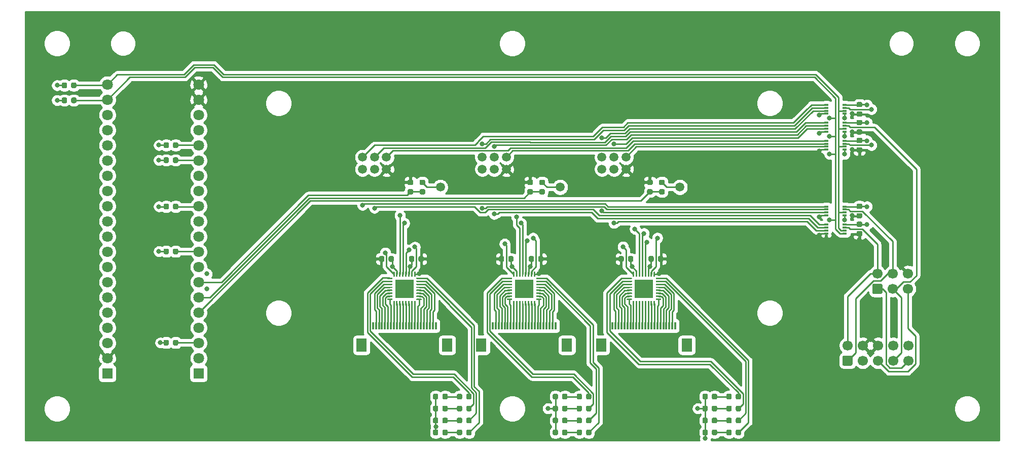
<source format=gtl>
G04 #@! TF.GenerationSoftware,KiCad,Pcbnew,(5.1.6)-1*
G04 #@! TF.CreationDate,2020-10-12T20:39:35+02:00*
G04 #@! TF.ProjectId,TestRig-PCB,54657374-5269-4672-9d50-43422e6b6963,rev?*
G04 #@! TF.SameCoordinates,Original*
G04 #@! TF.FileFunction,Copper,L1,Top*
G04 #@! TF.FilePolarity,Positive*
%FSLAX46Y46*%
G04 Gerber Fmt 4.6, Leading zero omitted, Abs format (unit mm)*
G04 Created by KiCad (PCBNEW (5.1.6)-1) date 2020-10-12 20:39:35*
%MOMM*%
%LPD*%
G01*
G04 APERTURE LIST*
G04 #@! TA.AperFunction,ComponentPad*
%ADD10C,1.500000*%
G04 #@! TD*
G04 #@! TA.AperFunction,SMDPad,CuDef*
%ADD11R,0.300000X1.300000*%
G04 #@! TD*
G04 #@! TA.AperFunction,SMDPad,CuDef*
%ADD12R,1.800000X2.200000*%
G04 #@! TD*
G04 #@! TA.AperFunction,ComponentPad*
%ADD13C,1.700000*%
G04 #@! TD*
G04 #@! TA.AperFunction,SMDPad,CuDef*
%ADD14R,3.100000X3.100000*%
G04 #@! TD*
G04 #@! TA.AperFunction,SMDPad,CuDef*
%ADD15R,0.800000X0.300000*%
G04 #@! TD*
G04 #@! TA.AperFunction,ComponentPad*
%ADD16R,1.800000X1.800000*%
G04 #@! TD*
G04 #@! TA.AperFunction,ComponentPad*
%ADD17C,1.800000*%
G04 #@! TD*
G04 #@! TA.AperFunction,ViaPad*
%ADD18C,0.800000*%
G04 #@! TD*
G04 #@! TA.AperFunction,Conductor*
%ADD19C,0.250000*%
G04 #@! TD*
G04 #@! TA.AperFunction,Conductor*
%ADD20C,0.254000*%
G04 #@! TD*
G04 APERTURE END LIST*
D10*
X175000000Y-77000000D03*
X184000000Y-80000000D03*
X173000000Y-77000000D03*
X171000000Y-75000000D03*
X171000000Y-77000000D03*
X173000000Y-75000000D03*
X175000000Y-75000000D03*
X155000000Y-77000000D03*
X164000000Y-80000000D03*
X153000000Y-77000000D03*
X151000000Y-75000000D03*
X151000000Y-77000000D03*
X153000000Y-75000000D03*
X155000000Y-75000000D03*
X135000000Y-77000000D03*
X144000000Y-80000000D03*
X133000000Y-77000000D03*
X131000000Y-75000000D03*
X131000000Y-77000000D03*
X133000000Y-75000000D03*
X135000000Y-75000000D03*
G04 #@! TA.AperFunction,SMDPad,CuDef*
G36*
G01*
X192650000Y-120743750D02*
X192650000Y-121256250D01*
G75*
G02*
X192431250Y-121475000I-218750J0D01*
G01*
X191993750Y-121475000D01*
G75*
G02*
X191775000Y-121256250I0J218750D01*
G01*
X191775000Y-120743750D01*
G75*
G02*
X191993750Y-120525000I218750J0D01*
G01*
X192431250Y-120525000D01*
G75*
G02*
X192650000Y-120743750I0J-218750D01*
G01*
G37*
G04 #@! TD.AperFunction*
G04 #@! TA.AperFunction,SMDPad,CuDef*
G36*
G01*
X194225000Y-120743750D02*
X194225000Y-121256250D01*
G75*
G02*
X194006250Y-121475000I-218750J0D01*
G01*
X193568750Y-121475000D01*
G75*
G02*
X193350000Y-121256250I0J218750D01*
G01*
X193350000Y-120743750D01*
G75*
G02*
X193568750Y-120525000I218750J0D01*
G01*
X194006250Y-120525000D01*
G75*
G02*
X194225000Y-120743750I0J-218750D01*
G01*
G37*
G04 #@! TD.AperFunction*
G04 #@! TA.AperFunction,SMDPad,CuDef*
G36*
G01*
X192650000Y-118743750D02*
X192650000Y-119256250D01*
G75*
G02*
X192431250Y-119475000I-218750J0D01*
G01*
X191993750Y-119475000D01*
G75*
G02*
X191775000Y-119256250I0J218750D01*
G01*
X191775000Y-118743750D01*
G75*
G02*
X191993750Y-118525000I218750J0D01*
G01*
X192431250Y-118525000D01*
G75*
G02*
X192650000Y-118743750I0J-218750D01*
G01*
G37*
G04 #@! TD.AperFunction*
G04 #@! TA.AperFunction,SMDPad,CuDef*
G36*
G01*
X194225000Y-118743750D02*
X194225000Y-119256250D01*
G75*
G02*
X194006250Y-119475000I-218750J0D01*
G01*
X193568750Y-119475000D01*
G75*
G02*
X193350000Y-119256250I0J218750D01*
G01*
X193350000Y-118743750D01*
G75*
G02*
X193568750Y-118525000I218750J0D01*
G01*
X194006250Y-118525000D01*
G75*
G02*
X194225000Y-118743750I0J-218750D01*
G01*
G37*
G04 #@! TD.AperFunction*
G04 #@! TA.AperFunction,SMDPad,CuDef*
G36*
G01*
X192650000Y-116743750D02*
X192650000Y-117256250D01*
G75*
G02*
X192431250Y-117475000I-218750J0D01*
G01*
X191993750Y-117475000D01*
G75*
G02*
X191775000Y-117256250I0J218750D01*
G01*
X191775000Y-116743750D01*
G75*
G02*
X191993750Y-116525000I218750J0D01*
G01*
X192431250Y-116525000D01*
G75*
G02*
X192650000Y-116743750I0J-218750D01*
G01*
G37*
G04 #@! TD.AperFunction*
G04 #@! TA.AperFunction,SMDPad,CuDef*
G36*
G01*
X194225000Y-116743750D02*
X194225000Y-117256250D01*
G75*
G02*
X194006250Y-117475000I-218750J0D01*
G01*
X193568750Y-117475000D01*
G75*
G02*
X193350000Y-117256250I0J218750D01*
G01*
X193350000Y-116743750D01*
G75*
G02*
X193568750Y-116525000I218750J0D01*
G01*
X194006250Y-116525000D01*
G75*
G02*
X194225000Y-116743750I0J-218750D01*
G01*
G37*
G04 #@! TD.AperFunction*
G04 #@! TA.AperFunction,SMDPad,CuDef*
G36*
G01*
X192650000Y-114743750D02*
X192650000Y-115256250D01*
G75*
G02*
X192431250Y-115475000I-218750J0D01*
G01*
X191993750Y-115475000D01*
G75*
G02*
X191775000Y-115256250I0J218750D01*
G01*
X191775000Y-114743750D01*
G75*
G02*
X191993750Y-114525000I218750J0D01*
G01*
X192431250Y-114525000D01*
G75*
G02*
X192650000Y-114743750I0J-218750D01*
G01*
G37*
G04 #@! TD.AperFunction*
G04 #@! TA.AperFunction,SMDPad,CuDef*
G36*
G01*
X194225000Y-114743750D02*
X194225000Y-115256250D01*
G75*
G02*
X194006250Y-115475000I-218750J0D01*
G01*
X193568750Y-115475000D01*
G75*
G02*
X193350000Y-115256250I0J218750D01*
G01*
X193350000Y-114743750D01*
G75*
G02*
X193568750Y-114525000I218750J0D01*
G01*
X194006250Y-114525000D01*
G75*
G02*
X194225000Y-114743750I0J-218750D01*
G01*
G37*
G04 #@! TD.AperFunction*
G04 #@! TA.AperFunction,SMDPad,CuDef*
G36*
G01*
X167650000Y-120743750D02*
X167650000Y-121256250D01*
G75*
G02*
X167431250Y-121475000I-218750J0D01*
G01*
X166993750Y-121475000D01*
G75*
G02*
X166775000Y-121256250I0J218750D01*
G01*
X166775000Y-120743750D01*
G75*
G02*
X166993750Y-120525000I218750J0D01*
G01*
X167431250Y-120525000D01*
G75*
G02*
X167650000Y-120743750I0J-218750D01*
G01*
G37*
G04 #@! TD.AperFunction*
G04 #@! TA.AperFunction,SMDPad,CuDef*
G36*
G01*
X169225000Y-120743750D02*
X169225000Y-121256250D01*
G75*
G02*
X169006250Y-121475000I-218750J0D01*
G01*
X168568750Y-121475000D01*
G75*
G02*
X168350000Y-121256250I0J218750D01*
G01*
X168350000Y-120743750D01*
G75*
G02*
X168568750Y-120525000I218750J0D01*
G01*
X169006250Y-120525000D01*
G75*
G02*
X169225000Y-120743750I0J-218750D01*
G01*
G37*
G04 #@! TD.AperFunction*
G04 #@! TA.AperFunction,SMDPad,CuDef*
G36*
G01*
X167650000Y-118743750D02*
X167650000Y-119256250D01*
G75*
G02*
X167431250Y-119475000I-218750J0D01*
G01*
X166993750Y-119475000D01*
G75*
G02*
X166775000Y-119256250I0J218750D01*
G01*
X166775000Y-118743750D01*
G75*
G02*
X166993750Y-118525000I218750J0D01*
G01*
X167431250Y-118525000D01*
G75*
G02*
X167650000Y-118743750I0J-218750D01*
G01*
G37*
G04 #@! TD.AperFunction*
G04 #@! TA.AperFunction,SMDPad,CuDef*
G36*
G01*
X169225000Y-118743750D02*
X169225000Y-119256250D01*
G75*
G02*
X169006250Y-119475000I-218750J0D01*
G01*
X168568750Y-119475000D01*
G75*
G02*
X168350000Y-119256250I0J218750D01*
G01*
X168350000Y-118743750D01*
G75*
G02*
X168568750Y-118525000I218750J0D01*
G01*
X169006250Y-118525000D01*
G75*
G02*
X169225000Y-118743750I0J-218750D01*
G01*
G37*
G04 #@! TD.AperFunction*
G04 #@! TA.AperFunction,SMDPad,CuDef*
G36*
G01*
X167650000Y-116743750D02*
X167650000Y-117256250D01*
G75*
G02*
X167431250Y-117475000I-218750J0D01*
G01*
X166993750Y-117475000D01*
G75*
G02*
X166775000Y-117256250I0J218750D01*
G01*
X166775000Y-116743750D01*
G75*
G02*
X166993750Y-116525000I218750J0D01*
G01*
X167431250Y-116525000D01*
G75*
G02*
X167650000Y-116743750I0J-218750D01*
G01*
G37*
G04 #@! TD.AperFunction*
G04 #@! TA.AperFunction,SMDPad,CuDef*
G36*
G01*
X169225000Y-116743750D02*
X169225000Y-117256250D01*
G75*
G02*
X169006250Y-117475000I-218750J0D01*
G01*
X168568750Y-117475000D01*
G75*
G02*
X168350000Y-117256250I0J218750D01*
G01*
X168350000Y-116743750D01*
G75*
G02*
X168568750Y-116525000I218750J0D01*
G01*
X169006250Y-116525000D01*
G75*
G02*
X169225000Y-116743750I0J-218750D01*
G01*
G37*
G04 #@! TD.AperFunction*
G04 #@! TA.AperFunction,SMDPad,CuDef*
G36*
G01*
X167650000Y-114743750D02*
X167650000Y-115256250D01*
G75*
G02*
X167431250Y-115475000I-218750J0D01*
G01*
X166993750Y-115475000D01*
G75*
G02*
X166775000Y-115256250I0J218750D01*
G01*
X166775000Y-114743750D01*
G75*
G02*
X166993750Y-114525000I218750J0D01*
G01*
X167431250Y-114525000D01*
G75*
G02*
X167650000Y-114743750I0J-218750D01*
G01*
G37*
G04 #@! TD.AperFunction*
G04 #@! TA.AperFunction,SMDPad,CuDef*
G36*
G01*
X169225000Y-114743750D02*
X169225000Y-115256250D01*
G75*
G02*
X169006250Y-115475000I-218750J0D01*
G01*
X168568750Y-115475000D01*
G75*
G02*
X168350000Y-115256250I0J218750D01*
G01*
X168350000Y-114743750D01*
G75*
G02*
X168568750Y-114525000I218750J0D01*
G01*
X169006250Y-114525000D01*
G75*
G02*
X169225000Y-114743750I0J-218750D01*
G01*
G37*
G04 #@! TD.AperFunction*
G04 #@! TA.AperFunction,SMDPad,CuDef*
G36*
G01*
X147650000Y-120743750D02*
X147650000Y-121256250D01*
G75*
G02*
X147431250Y-121475000I-218750J0D01*
G01*
X146993750Y-121475000D01*
G75*
G02*
X146775000Y-121256250I0J218750D01*
G01*
X146775000Y-120743750D01*
G75*
G02*
X146993750Y-120525000I218750J0D01*
G01*
X147431250Y-120525000D01*
G75*
G02*
X147650000Y-120743750I0J-218750D01*
G01*
G37*
G04 #@! TD.AperFunction*
G04 #@! TA.AperFunction,SMDPad,CuDef*
G36*
G01*
X149225000Y-120743750D02*
X149225000Y-121256250D01*
G75*
G02*
X149006250Y-121475000I-218750J0D01*
G01*
X148568750Y-121475000D01*
G75*
G02*
X148350000Y-121256250I0J218750D01*
G01*
X148350000Y-120743750D01*
G75*
G02*
X148568750Y-120525000I218750J0D01*
G01*
X149006250Y-120525000D01*
G75*
G02*
X149225000Y-120743750I0J-218750D01*
G01*
G37*
G04 #@! TD.AperFunction*
G04 #@! TA.AperFunction,SMDPad,CuDef*
G36*
G01*
X147650000Y-118743750D02*
X147650000Y-119256250D01*
G75*
G02*
X147431250Y-119475000I-218750J0D01*
G01*
X146993750Y-119475000D01*
G75*
G02*
X146775000Y-119256250I0J218750D01*
G01*
X146775000Y-118743750D01*
G75*
G02*
X146993750Y-118525000I218750J0D01*
G01*
X147431250Y-118525000D01*
G75*
G02*
X147650000Y-118743750I0J-218750D01*
G01*
G37*
G04 #@! TD.AperFunction*
G04 #@! TA.AperFunction,SMDPad,CuDef*
G36*
G01*
X149225000Y-118743750D02*
X149225000Y-119256250D01*
G75*
G02*
X149006250Y-119475000I-218750J0D01*
G01*
X148568750Y-119475000D01*
G75*
G02*
X148350000Y-119256250I0J218750D01*
G01*
X148350000Y-118743750D01*
G75*
G02*
X148568750Y-118525000I218750J0D01*
G01*
X149006250Y-118525000D01*
G75*
G02*
X149225000Y-118743750I0J-218750D01*
G01*
G37*
G04 #@! TD.AperFunction*
G04 #@! TA.AperFunction,SMDPad,CuDef*
G36*
G01*
X147650000Y-116743750D02*
X147650000Y-117256250D01*
G75*
G02*
X147431250Y-117475000I-218750J0D01*
G01*
X146993750Y-117475000D01*
G75*
G02*
X146775000Y-117256250I0J218750D01*
G01*
X146775000Y-116743750D01*
G75*
G02*
X146993750Y-116525000I218750J0D01*
G01*
X147431250Y-116525000D01*
G75*
G02*
X147650000Y-116743750I0J-218750D01*
G01*
G37*
G04 #@! TD.AperFunction*
G04 #@! TA.AperFunction,SMDPad,CuDef*
G36*
G01*
X149225000Y-116743750D02*
X149225000Y-117256250D01*
G75*
G02*
X149006250Y-117475000I-218750J0D01*
G01*
X148568750Y-117475000D01*
G75*
G02*
X148350000Y-117256250I0J218750D01*
G01*
X148350000Y-116743750D01*
G75*
G02*
X148568750Y-116525000I218750J0D01*
G01*
X149006250Y-116525000D01*
G75*
G02*
X149225000Y-116743750I0J-218750D01*
G01*
G37*
G04 #@! TD.AperFunction*
G04 #@! TA.AperFunction,SMDPad,CuDef*
G36*
G01*
X147650000Y-114743750D02*
X147650000Y-115256250D01*
G75*
G02*
X147431250Y-115475000I-218750J0D01*
G01*
X146993750Y-115475000D01*
G75*
G02*
X146775000Y-115256250I0J218750D01*
G01*
X146775000Y-114743750D01*
G75*
G02*
X146993750Y-114525000I218750J0D01*
G01*
X147431250Y-114525000D01*
G75*
G02*
X147650000Y-114743750I0J-218750D01*
G01*
G37*
G04 #@! TD.AperFunction*
G04 #@! TA.AperFunction,SMDPad,CuDef*
G36*
G01*
X149225000Y-114743750D02*
X149225000Y-115256250D01*
G75*
G02*
X149006250Y-115475000I-218750J0D01*
G01*
X148568750Y-115475000D01*
G75*
G02*
X148350000Y-115256250I0J218750D01*
G01*
X148350000Y-114743750D01*
G75*
G02*
X148568750Y-114525000I218750J0D01*
G01*
X149006250Y-114525000D01*
G75*
G02*
X149225000Y-114743750I0J-218750D01*
G01*
G37*
G04 #@! TD.AperFunction*
G04 #@! TA.AperFunction,SMDPad,CuDef*
G36*
G01*
X189350000Y-121256250D02*
X189350000Y-120743750D01*
G75*
G02*
X189568750Y-120525000I218750J0D01*
G01*
X190006250Y-120525000D01*
G75*
G02*
X190225000Y-120743750I0J-218750D01*
G01*
X190225000Y-121256250D01*
G75*
G02*
X190006250Y-121475000I-218750J0D01*
G01*
X189568750Y-121475000D01*
G75*
G02*
X189350000Y-121256250I0J218750D01*
G01*
G37*
G04 #@! TD.AperFunction*
G04 #@! TA.AperFunction,SMDPad,CuDef*
G36*
G01*
X187775000Y-121256250D02*
X187775000Y-120743750D01*
G75*
G02*
X187993750Y-120525000I218750J0D01*
G01*
X188431250Y-120525000D01*
G75*
G02*
X188650000Y-120743750I0J-218750D01*
G01*
X188650000Y-121256250D01*
G75*
G02*
X188431250Y-121475000I-218750J0D01*
G01*
X187993750Y-121475000D01*
G75*
G02*
X187775000Y-121256250I0J218750D01*
G01*
G37*
G04 #@! TD.AperFunction*
G04 #@! TA.AperFunction,SMDPad,CuDef*
G36*
G01*
X189350000Y-119256250D02*
X189350000Y-118743750D01*
G75*
G02*
X189568750Y-118525000I218750J0D01*
G01*
X190006250Y-118525000D01*
G75*
G02*
X190225000Y-118743750I0J-218750D01*
G01*
X190225000Y-119256250D01*
G75*
G02*
X190006250Y-119475000I-218750J0D01*
G01*
X189568750Y-119475000D01*
G75*
G02*
X189350000Y-119256250I0J218750D01*
G01*
G37*
G04 #@! TD.AperFunction*
G04 #@! TA.AperFunction,SMDPad,CuDef*
G36*
G01*
X187775000Y-119256250D02*
X187775000Y-118743750D01*
G75*
G02*
X187993750Y-118525000I218750J0D01*
G01*
X188431250Y-118525000D01*
G75*
G02*
X188650000Y-118743750I0J-218750D01*
G01*
X188650000Y-119256250D01*
G75*
G02*
X188431250Y-119475000I-218750J0D01*
G01*
X187993750Y-119475000D01*
G75*
G02*
X187775000Y-119256250I0J218750D01*
G01*
G37*
G04 #@! TD.AperFunction*
G04 #@! TA.AperFunction,SMDPad,CuDef*
G36*
G01*
X189350000Y-117256250D02*
X189350000Y-116743750D01*
G75*
G02*
X189568750Y-116525000I218750J0D01*
G01*
X190006250Y-116525000D01*
G75*
G02*
X190225000Y-116743750I0J-218750D01*
G01*
X190225000Y-117256250D01*
G75*
G02*
X190006250Y-117475000I-218750J0D01*
G01*
X189568750Y-117475000D01*
G75*
G02*
X189350000Y-117256250I0J218750D01*
G01*
G37*
G04 #@! TD.AperFunction*
G04 #@! TA.AperFunction,SMDPad,CuDef*
G36*
G01*
X187775000Y-117256250D02*
X187775000Y-116743750D01*
G75*
G02*
X187993750Y-116525000I218750J0D01*
G01*
X188431250Y-116525000D01*
G75*
G02*
X188650000Y-116743750I0J-218750D01*
G01*
X188650000Y-117256250D01*
G75*
G02*
X188431250Y-117475000I-218750J0D01*
G01*
X187993750Y-117475000D01*
G75*
G02*
X187775000Y-117256250I0J218750D01*
G01*
G37*
G04 #@! TD.AperFunction*
G04 #@! TA.AperFunction,SMDPad,CuDef*
G36*
G01*
X189350000Y-115256250D02*
X189350000Y-114743750D01*
G75*
G02*
X189568750Y-114525000I218750J0D01*
G01*
X190006250Y-114525000D01*
G75*
G02*
X190225000Y-114743750I0J-218750D01*
G01*
X190225000Y-115256250D01*
G75*
G02*
X190006250Y-115475000I-218750J0D01*
G01*
X189568750Y-115475000D01*
G75*
G02*
X189350000Y-115256250I0J218750D01*
G01*
G37*
G04 #@! TD.AperFunction*
G04 #@! TA.AperFunction,SMDPad,CuDef*
G36*
G01*
X187775000Y-115256250D02*
X187775000Y-114743750D01*
G75*
G02*
X187993750Y-114525000I218750J0D01*
G01*
X188431250Y-114525000D01*
G75*
G02*
X188650000Y-114743750I0J-218750D01*
G01*
X188650000Y-115256250D01*
G75*
G02*
X188431250Y-115475000I-218750J0D01*
G01*
X187993750Y-115475000D01*
G75*
G02*
X187775000Y-115256250I0J218750D01*
G01*
G37*
G04 #@! TD.AperFunction*
G04 #@! TA.AperFunction,SMDPad,CuDef*
G36*
G01*
X164350000Y-121256250D02*
X164350000Y-120743750D01*
G75*
G02*
X164568750Y-120525000I218750J0D01*
G01*
X165006250Y-120525000D01*
G75*
G02*
X165225000Y-120743750I0J-218750D01*
G01*
X165225000Y-121256250D01*
G75*
G02*
X165006250Y-121475000I-218750J0D01*
G01*
X164568750Y-121475000D01*
G75*
G02*
X164350000Y-121256250I0J218750D01*
G01*
G37*
G04 #@! TD.AperFunction*
G04 #@! TA.AperFunction,SMDPad,CuDef*
G36*
G01*
X162775000Y-121256250D02*
X162775000Y-120743750D01*
G75*
G02*
X162993750Y-120525000I218750J0D01*
G01*
X163431250Y-120525000D01*
G75*
G02*
X163650000Y-120743750I0J-218750D01*
G01*
X163650000Y-121256250D01*
G75*
G02*
X163431250Y-121475000I-218750J0D01*
G01*
X162993750Y-121475000D01*
G75*
G02*
X162775000Y-121256250I0J218750D01*
G01*
G37*
G04 #@! TD.AperFunction*
G04 #@! TA.AperFunction,SMDPad,CuDef*
G36*
G01*
X164350000Y-119256250D02*
X164350000Y-118743750D01*
G75*
G02*
X164568750Y-118525000I218750J0D01*
G01*
X165006250Y-118525000D01*
G75*
G02*
X165225000Y-118743750I0J-218750D01*
G01*
X165225000Y-119256250D01*
G75*
G02*
X165006250Y-119475000I-218750J0D01*
G01*
X164568750Y-119475000D01*
G75*
G02*
X164350000Y-119256250I0J218750D01*
G01*
G37*
G04 #@! TD.AperFunction*
G04 #@! TA.AperFunction,SMDPad,CuDef*
G36*
G01*
X162775000Y-119256250D02*
X162775000Y-118743750D01*
G75*
G02*
X162993750Y-118525000I218750J0D01*
G01*
X163431250Y-118525000D01*
G75*
G02*
X163650000Y-118743750I0J-218750D01*
G01*
X163650000Y-119256250D01*
G75*
G02*
X163431250Y-119475000I-218750J0D01*
G01*
X162993750Y-119475000D01*
G75*
G02*
X162775000Y-119256250I0J218750D01*
G01*
G37*
G04 #@! TD.AperFunction*
G04 #@! TA.AperFunction,SMDPad,CuDef*
G36*
G01*
X164350000Y-117256250D02*
X164350000Y-116743750D01*
G75*
G02*
X164568750Y-116525000I218750J0D01*
G01*
X165006250Y-116525000D01*
G75*
G02*
X165225000Y-116743750I0J-218750D01*
G01*
X165225000Y-117256250D01*
G75*
G02*
X165006250Y-117475000I-218750J0D01*
G01*
X164568750Y-117475000D01*
G75*
G02*
X164350000Y-117256250I0J218750D01*
G01*
G37*
G04 #@! TD.AperFunction*
G04 #@! TA.AperFunction,SMDPad,CuDef*
G36*
G01*
X162775000Y-117256250D02*
X162775000Y-116743750D01*
G75*
G02*
X162993750Y-116525000I218750J0D01*
G01*
X163431250Y-116525000D01*
G75*
G02*
X163650000Y-116743750I0J-218750D01*
G01*
X163650000Y-117256250D01*
G75*
G02*
X163431250Y-117475000I-218750J0D01*
G01*
X162993750Y-117475000D01*
G75*
G02*
X162775000Y-117256250I0J218750D01*
G01*
G37*
G04 #@! TD.AperFunction*
G04 #@! TA.AperFunction,SMDPad,CuDef*
G36*
G01*
X164350000Y-115256250D02*
X164350000Y-114743750D01*
G75*
G02*
X164568750Y-114525000I218750J0D01*
G01*
X165006250Y-114525000D01*
G75*
G02*
X165225000Y-114743750I0J-218750D01*
G01*
X165225000Y-115256250D01*
G75*
G02*
X165006250Y-115475000I-218750J0D01*
G01*
X164568750Y-115475000D01*
G75*
G02*
X164350000Y-115256250I0J218750D01*
G01*
G37*
G04 #@! TD.AperFunction*
G04 #@! TA.AperFunction,SMDPad,CuDef*
G36*
G01*
X162775000Y-115256250D02*
X162775000Y-114743750D01*
G75*
G02*
X162993750Y-114525000I218750J0D01*
G01*
X163431250Y-114525000D01*
G75*
G02*
X163650000Y-114743750I0J-218750D01*
G01*
X163650000Y-115256250D01*
G75*
G02*
X163431250Y-115475000I-218750J0D01*
G01*
X162993750Y-115475000D01*
G75*
G02*
X162775000Y-115256250I0J218750D01*
G01*
G37*
G04 #@! TD.AperFunction*
G04 #@! TA.AperFunction,SMDPad,CuDef*
G36*
G01*
X144350000Y-121256250D02*
X144350000Y-120743750D01*
G75*
G02*
X144568750Y-120525000I218750J0D01*
G01*
X145006250Y-120525000D01*
G75*
G02*
X145225000Y-120743750I0J-218750D01*
G01*
X145225000Y-121256250D01*
G75*
G02*
X145006250Y-121475000I-218750J0D01*
G01*
X144568750Y-121475000D01*
G75*
G02*
X144350000Y-121256250I0J218750D01*
G01*
G37*
G04 #@! TD.AperFunction*
G04 #@! TA.AperFunction,SMDPad,CuDef*
G36*
G01*
X142775000Y-121256250D02*
X142775000Y-120743750D01*
G75*
G02*
X142993750Y-120525000I218750J0D01*
G01*
X143431250Y-120525000D01*
G75*
G02*
X143650000Y-120743750I0J-218750D01*
G01*
X143650000Y-121256250D01*
G75*
G02*
X143431250Y-121475000I-218750J0D01*
G01*
X142993750Y-121475000D01*
G75*
G02*
X142775000Y-121256250I0J218750D01*
G01*
G37*
G04 #@! TD.AperFunction*
G04 #@! TA.AperFunction,SMDPad,CuDef*
G36*
G01*
X144350000Y-119256250D02*
X144350000Y-118743750D01*
G75*
G02*
X144568750Y-118525000I218750J0D01*
G01*
X145006250Y-118525000D01*
G75*
G02*
X145225000Y-118743750I0J-218750D01*
G01*
X145225000Y-119256250D01*
G75*
G02*
X145006250Y-119475000I-218750J0D01*
G01*
X144568750Y-119475000D01*
G75*
G02*
X144350000Y-119256250I0J218750D01*
G01*
G37*
G04 #@! TD.AperFunction*
G04 #@! TA.AperFunction,SMDPad,CuDef*
G36*
G01*
X142775000Y-119256250D02*
X142775000Y-118743750D01*
G75*
G02*
X142993750Y-118525000I218750J0D01*
G01*
X143431250Y-118525000D01*
G75*
G02*
X143650000Y-118743750I0J-218750D01*
G01*
X143650000Y-119256250D01*
G75*
G02*
X143431250Y-119475000I-218750J0D01*
G01*
X142993750Y-119475000D01*
G75*
G02*
X142775000Y-119256250I0J218750D01*
G01*
G37*
G04 #@! TD.AperFunction*
G04 #@! TA.AperFunction,SMDPad,CuDef*
G36*
G01*
X144350000Y-117256250D02*
X144350000Y-116743750D01*
G75*
G02*
X144568750Y-116525000I218750J0D01*
G01*
X145006250Y-116525000D01*
G75*
G02*
X145225000Y-116743750I0J-218750D01*
G01*
X145225000Y-117256250D01*
G75*
G02*
X145006250Y-117475000I-218750J0D01*
G01*
X144568750Y-117475000D01*
G75*
G02*
X144350000Y-117256250I0J218750D01*
G01*
G37*
G04 #@! TD.AperFunction*
G04 #@! TA.AperFunction,SMDPad,CuDef*
G36*
G01*
X142775000Y-117256250D02*
X142775000Y-116743750D01*
G75*
G02*
X142993750Y-116525000I218750J0D01*
G01*
X143431250Y-116525000D01*
G75*
G02*
X143650000Y-116743750I0J-218750D01*
G01*
X143650000Y-117256250D01*
G75*
G02*
X143431250Y-117475000I-218750J0D01*
G01*
X142993750Y-117475000D01*
G75*
G02*
X142775000Y-117256250I0J218750D01*
G01*
G37*
G04 #@! TD.AperFunction*
G04 #@! TA.AperFunction,SMDPad,CuDef*
G36*
G01*
X144350000Y-115256250D02*
X144350000Y-114743750D01*
G75*
G02*
X144568750Y-114525000I218750J0D01*
G01*
X145006250Y-114525000D01*
G75*
G02*
X145225000Y-114743750I0J-218750D01*
G01*
X145225000Y-115256250D01*
G75*
G02*
X145006250Y-115475000I-218750J0D01*
G01*
X144568750Y-115475000D01*
G75*
G02*
X144350000Y-115256250I0J218750D01*
G01*
G37*
G04 #@! TD.AperFunction*
G04 #@! TA.AperFunction,SMDPad,CuDef*
G36*
G01*
X142775000Y-115256250D02*
X142775000Y-114743750D01*
G75*
G02*
X142993750Y-114525000I218750J0D01*
G01*
X143431250Y-114525000D01*
G75*
G02*
X143650000Y-114743750I0J-218750D01*
G01*
X143650000Y-115256250D01*
G75*
G02*
X143431250Y-115475000I-218750J0D01*
G01*
X142993750Y-115475000D01*
G75*
G02*
X142775000Y-115256250I0J218750D01*
G01*
G37*
G04 #@! TD.AperFunction*
G04 #@! TA.AperFunction,SMDPad,CuDef*
G36*
G01*
X99350000Y-91006250D02*
X99350000Y-90493750D01*
G75*
G02*
X99568750Y-90275000I218750J0D01*
G01*
X100006250Y-90275000D01*
G75*
G02*
X100225000Y-90493750I0J-218750D01*
G01*
X100225000Y-91006250D01*
G75*
G02*
X100006250Y-91225000I-218750J0D01*
G01*
X99568750Y-91225000D01*
G75*
G02*
X99350000Y-91006250I0J218750D01*
G01*
G37*
G04 #@! TD.AperFunction*
G04 #@! TA.AperFunction,SMDPad,CuDef*
G36*
G01*
X97775000Y-91006250D02*
X97775000Y-90493750D01*
G75*
G02*
X97993750Y-90275000I218750J0D01*
G01*
X98431250Y-90275000D01*
G75*
G02*
X98650000Y-90493750I0J-218750D01*
G01*
X98650000Y-91006250D01*
G75*
G02*
X98431250Y-91225000I-218750J0D01*
G01*
X97993750Y-91225000D01*
G75*
G02*
X97775000Y-91006250I0J218750D01*
G01*
G37*
G04 #@! TD.AperFunction*
G04 #@! TA.AperFunction,SMDPad,CuDef*
G36*
G01*
X99350000Y-83506250D02*
X99350000Y-82993750D01*
G75*
G02*
X99568750Y-82775000I218750J0D01*
G01*
X100006250Y-82775000D01*
G75*
G02*
X100225000Y-82993750I0J-218750D01*
G01*
X100225000Y-83506250D01*
G75*
G02*
X100006250Y-83725000I-218750J0D01*
G01*
X99568750Y-83725000D01*
G75*
G02*
X99350000Y-83506250I0J218750D01*
G01*
G37*
G04 #@! TD.AperFunction*
G04 #@! TA.AperFunction,SMDPad,CuDef*
G36*
G01*
X97775000Y-83506250D02*
X97775000Y-82993750D01*
G75*
G02*
X97993750Y-82775000I218750J0D01*
G01*
X98431250Y-82775000D01*
G75*
G02*
X98650000Y-82993750I0J-218750D01*
G01*
X98650000Y-83506250D01*
G75*
G02*
X98431250Y-83725000I-218750J0D01*
G01*
X97993750Y-83725000D01*
G75*
G02*
X97775000Y-83506250I0J218750D01*
G01*
G37*
G04 #@! TD.AperFunction*
G04 #@! TA.AperFunction,SMDPad,CuDef*
G36*
G01*
X99350000Y-106256250D02*
X99350000Y-105743750D01*
G75*
G02*
X99568750Y-105525000I218750J0D01*
G01*
X100006250Y-105525000D01*
G75*
G02*
X100225000Y-105743750I0J-218750D01*
G01*
X100225000Y-106256250D01*
G75*
G02*
X100006250Y-106475000I-218750J0D01*
G01*
X99568750Y-106475000D01*
G75*
G02*
X99350000Y-106256250I0J218750D01*
G01*
G37*
G04 #@! TD.AperFunction*
G04 #@! TA.AperFunction,SMDPad,CuDef*
G36*
G01*
X97775000Y-106256250D02*
X97775000Y-105743750D01*
G75*
G02*
X97993750Y-105525000I218750J0D01*
G01*
X98431250Y-105525000D01*
G75*
G02*
X98650000Y-105743750I0J-218750D01*
G01*
X98650000Y-106256250D01*
G75*
G02*
X98431250Y-106475000I-218750J0D01*
G01*
X97993750Y-106475000D01*
G75*
G02*
X97775000Y-106256250I0J218750D01*
G01*
G37*
G04 #@! TD.AperFunction*
G04 #@! TA.AperFunction,SMDPad,CuDef*
G36*
G01*
X82350000Y-63256250D02*
X82350000Y-62743750D01*
G75*
G02*
X82568750Y-62525000I218750J0D01*
G01*
X83006250Y-62525000D01*
G75*
G02*
X83225000Y-62743750I0J-218750D01*
G01*
X83225000Y-63256250D01*
G75*
G02*
X83006250Y-63475000I-218750J0D01*
G01*
X82568750Y-63475000D01*
G75*
G02*
X82350000Y-63256250I0J218750D01*
G01*
G37*
G04 #@! TD.AperFunction*
G04 #@! TA.AperFunction,SMDPad,CuDef*
G36*
G01*
X80775000Y-63256250D02*
X80775000Y-62743750D01*
G75*
G02*
X80993750Y-62525000I218750J0D01*
G01*
X81431250Y-62525000D01*
G75*
G02*
X81650000Y-62743750I0J-218750D01*
G01*
X81650000Y-63256250D01*
G75*
G02*
X81431250Y-63475000I-218750J0D01*
G01*
X80993750Y-63475000D01*
G75*
G02*
X80775000Y-63256250I0J218750D01*
G01*
G37*
G04 #@! TD.AperFunction*
G04 #@! TA.AperFunction,SMDPad,CuDef*
G36*
G01*
X82350000Y-65756250D02*
X82350000Y-65243750D01*
G75*
G02*
X82568750Y-65025000I218750J0D01*
G01*
X83006250Y-65025000D01*
G75*
G02*
X83225000Y-65243750I0J-218750D01*
G01*
X83225000Y-65756250D01*
G75*
G02*
X83006250Y-65975000I-218750J0D01*
G01*
X82568750Y-65975000D01*
G75*
G02*
X82350000Y-65756250I0J218750D01*
G01*
G37*
G04 #@! TD.AperFunction*
G04 #@! TA.AperFunction,SMDPad,CuDef*
G36*
G01*
X80775000Y-65756250D02*
X80775000Y-65243750D01*
G75*
G02*
X80993750Y-65025000I218750J0D01*
G01*
X81431250Y-65025000D01*
G75*
G02*
X81650000Y-65243750I0J-218750D01*
G01*
X81650000Y-65756250D01*
G75*
G02*
X81431250Y-65975000I-218750J0D01*
G01*
X80993750Y-65975000D01*
G75*
G02*
X80775000Y-65756250I0J218750D01*
G01*
G37*
G04 #@! TD.AperFunction*
G04 #@! TA.AperFunction,SMDPad,CuDef*
G36*
G01*
X99350000Y-73256250D02*
X99350000Y-72743750D01*
G75*
G02*
X99568750Y-72525000I218750J0D01*
G01*
X100006250Y-72525000D01*
G75*
G02*
X100225000Y-72743750I0J-218750D01*
G01*
X100225000Y-73256250D01*
G75*
G02*
X100006250Y-73475000I-218750J0D01*
G01*
X99568750Y-73475000D01*
G75*
G02*
X99350000Y-73256250I0J218750D01*
G01*
G37*
G04 #@! TD.AperFunction*
G04 #@! TA.AperFunction,SMDPad,CuDef*
G36*
G01*
X97775000Y-73256250D02*
X97775000Y-72743750D01*
G75*
G02*
X97993750Y-72525000I218750J0D01*
G01*
X98431250Y-72525000D01*
G75*
G02*
X98650000Y-72743750I0J-218750D01*
G01*
X98650000Y-73256250D01*
G75*
G02*
X98431250Y-73475000I-218750J0D01*
G01*
X97993750Y-73475000D01*
G75*
G02*
X97775000Y-73256250I0J218750D01*
G01*
G37*
G04 #@! TD.AperFunction*
G04 #@! TA.AperFunction,SMDPad,CuDef*
G36*
G01*
X99350000Y-75756250D02*
X99350000Y-75243750D01*
G75*
G02*
X99568750Y-75025000I218750J0D01*
G01*
X100006250Y-75025000D01*
G75*
G02*
X100225000Y-75243750I0J-218750D01*
G01*
X100225000Y-75756250D01*
G75*
G02*
X100006250Y-75975000I-218750J0D01*
G01*
X99568750Y-75975000D01*
G75*
G02*
X99350000Y-75756250I0J218750D01*
G01*
G37*
G04 #@! TD.AperFunction*
G04 #@! TA.AperFunction,SMDPad,CuDef*
G36*
G01*
X97775000Y-75756250D02*
X97775000Y-75243750D01*
G75*
G02*
X97993750Y-75025000I218750J0D01*
G01*
X98431250Y-75025000D01*
G75*
G02*
X98650000Y-75243750I0J-218750D01*
G01*
X98650000Y-75756250D01*
G75*
G02*
X98431250Y-75975000I-218750J0D01*
G01*
X97993750Y-75975000D01*
G75*
G02*
X97775000Y-75756250I0J218750D01*
G01*
G37*
G04 #@! TD.AperFunction*
G04 #@! TA.AperFunction,SMDPad,CuDef*
G36*
G01*
X140350000Y-92256250D02*
X140350000Y-91743750D01*
G75*
G02*
X140568750Y-91525000I218750J0D01*
G01*
X141006250Y-91525000D01*
G75*
G02*
X141225000Y-91743750I0J-218750D01*
G01*
X141225000Y-92256250D01*
G75*
G02*
X141006250Y-92475000I-218750J0D01*
G01*
X140568750Y-92475000D01*
G75*
G02*
X140350000Y-92256250I0J218750D01*
G01*
G37*
G04 #@! TD.AperFunction*
G04 #@! TA.AperFunction,SMDPad,CuDef*
G36*
G01*
X138775000Y-92256250D02*
X138775000Y-91743750D01*
G75*
G02*
X138993750Y-91525000I218750J0D01*
G01*
X139431250Y-91525000D01*
G75*
G02*
X139650000Y-91743750I0J-218750D01*
G01*
X139650000Y-92256250D01*
G75*
G02*
X139431250Y-92475000I-218750J0D01*
G01*
X138993750Y-92475000D01*
G75*
G02*
X138775000Y-92256250I0J218750D01*
G01*
G37*
G04 #@! TD.AperFunction*
D11*
X163250000Y-103150000D03*
X162750000Y-103150000D03*
X162250000Y-103150000D03*
X161750000Y-103150000D03*
X161250000Y-103150000D03*
X160750000Y-103150000D03*
X160250000Y-103150000D03*
X159750000Y-103150000D03*
X159250000Y-103150000D03*
X158750000Y-103150000D03*
X158250000Y-103150000D03*
X157750000Y-103150000D03*
X157250000Y-103150000D03*
X156750000Y-103150000D03*
X156250000Y-103150000D03*
X155750000Y-103150000D03*
X155250000Y-103150000D03*
X154750000Y-103150000D03*
X154250000Y-103150000D03*
X153750000Y-103150000D03*
X153250000Y-103150000D03*
X152750000Y-103150000D03*
D12*
X150850000Y-106400000D03*
X165150000Y-106400000D03*
D13*
X222160000Y-106460000D03*
X219620000Y-106460000D03*
X217080000Y-106460000D03*
X214540000Y-106460000D03*
X212000000Y-106460000D03*
X222160000Y-109000000D03*
X219620000Y-109000000D03*
X217080000Y-109000000D03*
X214540000Y-109000000D03*
G04 #@! TA.AperFunction,ComponentPad*
G36*
G01*
X212600000Y-109850000D02*
X211400000Y-109850000D01*
G75*
G02*
X211150000Y-109600000I0J250000D01*
G01*
X211150000Y-108400000D01*
G75*
G02*
X211400000Y-108150000I250000J0D01*
G01*
X212600000Y-108150000D01*
G75*
G02*
X212850000Y-108400000I0J-250000D01*
G01*
X212850000Y-109600000D01*
G75*
G02*
X212600000Y-109850000I-250000J0D01*
G01*
G37*
G04 #@! TD.AperFunction*
X222080000Y-94460000D03*
X219540000Y-94460000D03*
X217000000Y-94460000D03*
X222080000Y-97000000D03*
X219540000Y-97000000D03*
G04 #@! TA.AperFunction,ComponentPad*
G36*
G01*
X217600000Y-97850000D02*
X216400000Y-97850000D01*
G75*
G02*
X216150000Y-97600000I0J250000D01*
G01*
X216150000Y-96400000D01*
G75*
G02*
X216400000Y-96150000I250000J0D01*
G01*
X217600000Y-96150000D01*
G75*
G02*
X217850000Y-96400000I0J-250000D01*
G01*
X217850000Y-97600000D01*
G75*
G02*
X217600000Y-97850000I-250000J0D01*
G01*
G37*
G04 #@! TD.AperFunction*
D14*
X178000000Y-97000000D03*
G04 #@! TA.AperFunction,SMDPad,CuDef*
G36*
G01*
X176125000Y-94937500D02*
X176125000Y-94187500D01*
G75*
G02*
X176187500Y-94125000I62500J0D01*
G01*
X176312500Y-94125000D01*
G75*
G02*
X176375000Y-94187500I0J-62500D01*
G01*
X176375000Y-94937500D01*
G75*
G02*
X176312500Y-95000000I-62500J0D01*
G01*
X176187500Y-95000000D01*
G75*
G02*
X176125000Y-94937500I0J62500D01*
G01*
G37*
G04 #@! TD.AperFunction*
G04 #@! TA.AperFunction,SMDPad,CuDef*
G36*
G01*
X176625000Y-94937500D02*
X176625000Y-94187500D01*
G75*
G02*
X176687500Y-94125000I62500J0D01*
G01*
X176812500Y-94125000D01*
G75*
G02*
X176875000Y-94187500I0J-62500D01*
G01*
X176875000Y-94937500D01*
G75*
G02*
X176812500Y-95000000I-62500J0D01*
G01*
X176687500Y-95000000D01*
G75*
G02*
X176625000Y-94937500I0J62500D01*
G01*
G37*
G04 #@! TD.AperFunction*
G04 #@! TA.AperFunction,SMDPad,CuDef*
G36*
G01*
X177125000Y-94937500D02*
X177125000Y-94187500D01*
G75*
G02*
X177187500Y-94125000I62500J0D01*
G01*
X177312500Y-94125000D01*
G75*
G02*
X177375000Y-94187500I0J-62500D01*
G01*
X177375000Y-94937500D01*
G75*
G02*
X177312500Y-95000000I-62500J0D01*
G01*
X177187500Y-95000000D01*
G75*
G02*
X177125000Y-94937500I0J62500D01*
G01*
G37*
G04 #@! TD.AperFunction*
G04 #@! TA.AperFunction,SMDPad,CuDef*
G36*
G01*
X177625000Y-94937500D02*
X177625000Y-94187500D01*
G75*
G02*
X177687500Y-94125000I62500J0D01*
G01*
X177812500Y-94125000D01*
G75*
G02*
X177875000Y-94187500I0J-62500D01*
G01*
X177875000Y-94937500D01*
G75*
G02*
X177812500Y-95000000I-62500J0D01*
G01*
X177687500Y-95000000D01*
G75*
G02*
X177625000Y-94937500I0J62500D01*
G01*
G37*
G04 #@! TD.AperFunction*
G04 #@! TA.AperFunction,SMDPad,CuDef*
G36*
G01*
X178125000Y-94937500D02*
X178125000Y-94187500D01*
G75*
G02*
X178187500Y-94125000I62500J0D01*
G01*
X178312500Y-94125000D01*
G75*
G02*
X178375000Y-94187500I0J-62500D01*
G01*
X178375000Y-94937500D01*
G75*
G02*
X178312500Y-95000000I-62500J0D01*
G01*
X178187500Y-95000000D01*
G75*
G02*
X178125000Y-94937500I0J62500D01*
G01*
G37*
G04 #@! TD.AperFunction*
G04 #@! TA.AperFunction,SMDPad,CuDef*
G36*
G01*
X178625000Y-94937500D02*
X178625000Y-94187500D01*
G75*
G02*
X178687500Y-94125000I62500J0D01*
G01*
X178812500Y-94125000D01*
G75*
G02*
X178875000Y-94187500I0J-62500D01*
G01*
X178875000Y-94937500D01*
G75*
G02*
X178812500Y-95000000I-62500J0D01*
G01*
X178687500Y-95000000D01*
G75*
G02*
X178625000Y-94937500I0J62500D01*
G01*
G37*
G04 #@! TD.AperFunction*
G04 #@! TA.AperFunction,SMDPad,CuDef*
G36*
G01*
X179125000Y-94937500D02*
X179125000Y-94187500D01*
G75*
G02*
X179187500Y-94125000I62500J0D01*
G01*
X179312500Y-94125000D01*
G75*
G02*
X179375000Y-94187500I0J-62500D01*
G01*
X179375000Y-94937500D01*
G75*
G02*
X179312500Y-95000000I-62500J0D01*
G01*
X179187500Y-95000000D01*
G75*
G02*
X179125000Y-94937500I0J62500D01*
G01*
G37*
G04 #@! TD.AperFunction*
G04 #@! TA.AperFunction,SMDPad,CuDef*
G36*
G01*
X179625000Y-94937500D02*
X179625000Y-94187500D01*
G75*
G02*
X179687500Y-94125000I62500J0D01*
G01*
X179812500Y-94125000D01*
G75*
G02*
X179875000Y-94187500I0J-62500D01*
G01*
X179875000Y-94937500D01*
G75*
G02*
X179812500Y-95000000I-62500J0D01*
G01*
X179687500Y-95000000D01*
G75*
G02*
X179625000Y-94937500I0J62500D01*
G01*
G37*
G04 #@! TD.AperFunction*
G04 #@! TA.AperFunction,SMDPad,CuDef*
G36*
G01*
X180000000Y-95312500D02*
X180000000Y-95187500D01*
G75*
G02*
X180062500Y-95125000I62500J0D01*
G01*
X180812500Y-95125000D01*
G75*
G02*
X180875000Y-95187500I0J-62500D01*
G01*
X180875000Y-95312500D01*
G75*
G02*
X180812500Y-95375000I-62500J0D01*
G01*
X180062500Y-95375000D01*
G75*
G02*
X180000000Y-95312500I0J62500D01*
G01*
G37*
G04 #@! TD.AperFunction*
G04 #@! TA.AperFunction,SMDPad,CuDef*
G36*
G01*
X180000000Y-95812500D02*
X180000000Y-95687500D01*
G75*
G02*
X180062500Y-95625000I62500J0D01*
G01*
X180812500Y-95625000D01*
G75*
G02*
X180875000Y-95687500I0J-62500D01*
G01*
X180875000Y-95812500D01*
G75*
G02*
X180812500Y-95875000I-62500J0D01*
G01*
X180062500Y-95875000D01*
G75*
G02*
X180000000Y-95812500I0J62500D01*
G01*
G37*
G04 #@! TD.AperFunction*
G04 #@! TA.AperFunction,SMDPad,CuDef*
G36*
G01*
X180000000Y-96312500D02*
X180000000Y-96187500D01*
G75*
G02*
X180062500Y-96125000I62500J0D01*
G01*
X180812500Y-96125000D01*
G75*
G02*
X180875000Y-96187500I0J-62500D01*
G01*
X180875000Y-96312500D01*
G75*
G02*
X180812500Y-96375000I-62500J0D01*
G01*
X180062500Y-96375000D01*
G75*
G02*
X180000000Y-96312500I0J62500D01*
G01*
G37*
G04 #@! TD.AperFunction*
G04 #@! TA.AperFunction,SMDPad,CuDef*
G36*
G01*
X180000000Y-96812500D02*
X180000000Y-96687500D01*
G75*
G02*
X180062500Y-96625000I62500J0D01*
G01*
X180812500Y-96625000D01*
G75*
G02*
X180875000Y-96687500I0J-62500D01*
G01*
X180875000Y-96812500D01*
G75*
G02*
X180812500Y-96875000I-62500J0D01*
G01*
X180062500Y-96875000D01*
G75*
G02*
X180000000Y-96812500I0J62500D01*
G01*
G37*
G04 #@! TD.AperFunction*
G04 #@! TA.AperFunction,SMDPad,CuDef*
G36*
G01*
X180000000Y-97312500D02*
X180000000Y-97187500D01*
G75*
G02*
X180062500Y-97125000I62500J0D01*
G01*
X180812500Y-97125000D01*
G75*
G02*
X180875000Y-97187500I0J-62500D01*
G01*
X180875000Y-97312500D01*
G75*
G02*
X180812500Y-97375000I-62500J0D01*
G01*
X180062500Y-97375000D01*
G75*
G02*
X180000000Y-97312500I0J62500D01*
G01*
G37*
G04 #@! TD.AperFunction*
G04 #@! TA.AperFunction,SMDPad,CuDef*
G36*
G01*
X180000000Y-97812500D02*
X180000000Y-97687500D01*
G75*
G02*
X180062500Y-97625000I62500J0D01*
G01*
X180812500Y-97625000D01*
G75*
G02*
X180875000Y-97687500I0J-62500D01*
G01*
X180875000Y-97812500D01*
G75*
G02*
X180812500Y-97875000I-62500J0D01*
G01*
X180062500Y-97875000D01*
G75*
G02*
X180000000Y-97812500I0J62500D01*
G01*
G37*
G04 #@! TD.AperFunction*
G04 #@! TA.AperFunction,SMDPad,CuDef*
G36*
G01*
X180000000Y-98312500D02*
X180000000Y-98187500D01*
G75*
G02*
X180062500Y-98125000I62500J0D01*
G01*
X180812500Y-98125000D01*
G75*
G02*
X180875000Y-98187500I0J-62500D01*
G01*
X180875000Y-98312500D01*
G75*
G02*
X180812500Y-98375000I-62500J0D01*
G01*
X180062500Y-98375000D01*
G75*
G02*
X180000000Y-98312500I0J62500D01*
G01*
G37*
G04 #@! TD.AperFunction*
G04 #@! TA.AperFunction,SMDPad,CuDef*
G36*
G01*
X180000000Y-98812500D02*
X180000000Y-98687500D01*
G75*
G02*
X180062500Y-98625000I62500J0D01*
G01*
X180812500Y-98625000D01*
G75*
G02*
X180875000Y-98687500I0J-62500D01*
G01*
X180875000Y-98812500D01*
G75*
G02*
X180812500Y-98875000I-62500J0D01*
G01*
X180062500Y-98875000D01*
G75*
G02*
X180000000Y-98812500I0J62500D01*
G01*
G37*
G04 #@! TD.AperFunction*
G04 #@! TA.AperFunction,SMDPad,CuDef*
G36*
G01*
X179625000Y-99812500D02*
X179625000Y-99062500D01*
G75*
G02*
X179687500Y-99000000I62500J0D01*
G01*
X179812500Y-99000000D01*
G75*
G02*
X179875000Y-99062500I0J-62500D01*
G01*
X179875000Y-99812500D01*
G75*
G02*
X179812500Y-99875000I-62500J0D01*
G01*
X179687500Y-99875000D01*
G75*
G02*
X179625000Y-99812500I0J62500D01*
G01*
G37*
G04 #@! TD.AperFunction*
G04 #@! TA.AperFunction,SMDPad,CuDef*
G36*
G01*
X179125000Y-99812500D02*
X179125000Y-99062500D01*
G75*
G02*
X179187500Y-99000000I62500J0D01*
G01*
X179312500Y-99000000D01*
G75*
G02*
X179375000Y-99062500I0J-62500D01*
G01*
X179375000Y-99812500D01*
G75*
G02*
X179312500Y-99875000I-62500J0D01*
G01*
X179187500Y-99875000D01*
G75*
G02*
X179125000Y-99812500I0J62500D01*
G01*
G37*
G04 #@! TD.AperFunction*
G04 #@! TA.AperFunction,SMDPad,CuDef*
G36*
G01*
X178625000Y-99812500D02*
X178625000Y-99062500D01*
G75*
G02*
X178687500Y-99000000I62500J0D01*
G01*
X178812500Y-99000000D01*
G75*
G02*
X178875000Y-99062500I0J-62500D01*
G01*
X178875000Y-99812500D01*
G75*
G02*
X178812500Y-99875000I-62500J0D01*
G01*
X178687500Y-99875000D01*
G75*
G02*
X178625000Y-99812500I0J62500D01*
G01*
G37*
G04 #@! TD.AperFunction*
G04 #@! TA.AperFunction,SMDPad,CuDef*
G36*
G01*
X178125000Y-99812500D02*
X178125000Y-99062500D01*
G75*
G02*
X178187500Y-99000000I62500J0D01*
G01*
X178312500Y-99000000D01*
G75*
G02*
X178375000Y-99062500I0J-62500D01*
G01*
X178375000Y-99812500D01*
G75*
G02*
X178312500Y-99875000I-62500J0D01*
G01*
X178187500Y-99875000D01*
G75*
G02*
X178125000Y-99812500I0J62500D01*
G01*
G37*
G04 #@! TD.AperFunction*
G04 #@! TA.AperFunction,SMDPad,CuDef*
G36*
G01*
X177625000Y-99812500D02*
X177625000Y-99062500D01*
G75*
G02*
X177687500Y-99000000I62500J0D01*
G01*
X177812500Y-99000000D01*
G75*
G02*
X177875000Y-99062500I0J-62500D01*
G01*
X177875000Y-99812500D01*
G75*
G02*
X177812500Y-99875000I-62500J0D01*
G01*
X177687500Y-99875000D01*
G75*
G02*
X177625000Y-99812500I0J62500D01*
G01*
G37*
G04 #@! TD.AperFunction*
G04 #@! TA.AperFunction,SMDPad,CuDef*
G36*
G01*
X177125000Y-99812500D02*
X177125000Y-99062500D01*
G75*
G02*
X177187500Y-99000000I62500J0D01*
G01*
X177312500Y-99000000D01*
G75*
G02*
X177375000Y-99062500I0J-62500D01*
G01*
X177375000Y-99812500D01*
G75*
G02*
X177312500Y-99875000I-62500J0D01*
G01*
X177187500Y-99875000D01*
G75*
G02*
X177125000Y-99812500I0J62500D01*
G01*
G37*
G04 #@! TD.AperFunction*
G04 #@! TA.AperFunction,SMDPad,CuDef*
G36*
G01*
X176625000Y-99812500D02*
X176625000Y-99062500D01*
G75*
G02*
X176687500Y-99000000I62500J0D01*
G01*
X176812500Y-99000000D01*
G75*
G02*
X176875000Y-99062500I0J-62500D01*
G01*
X176875000Y-99812500D01*
G75*
G02*
X176812500Y-99875000I-62500J0D01*
G01*
X176687500Y-99875000D01*
G75*
G02*
X176625000Y-99812500I0J62500D01*
G01*
G37*
G04 #@! TD.AperFunction*
G04 #@! TA.AperFunction,SMDPad,CuDef*
G36*
G01*
X176125000Y-99812500D02*
X176125000Y-99062500D01*
G75*
G02*
X176187500Y-99000000I62500J0D01*
G01*
X176312500Y-99000000D01*
G75*
G02*
X176375000Y-99062500I0J-62500D01*
G01*
X176375000Y-99812500D01*
G75*
G02*
X176312500Y-99875000I-62500J0D01*
G01*
X176187500Y-99875000D01*
G75*
G02*
X176125000Y-99812500I0J62500D01*
G01*
G37*
G04 #@! TD.AperFunction*
G04 #@! TA.AperFunction,SMDPad,CuDef*
G36*
G01*
X175125000Y-98812500D02*
X175125000Y-98687500D01*
G75*
G02*
X175187500Y-98625000I62500J0D01*
G01*
X175937500Y-98625000D01*
G75*
G02*
X176000000Y-98687500I0J-62500D01*
G01*
X176000000Y-98812500D01*
G75*
G02*
X175937500Y-98875000I-62500J0D01*
G01*
X175187500Y-98875000D01*
G75*
G02*
X175125000Y-98812500I0J62500D01*
G01*
G37*
G04 #@! TD.AperFunction*
G04 #@! TA.AperFunction,SMDPad,CuDef*
G36*
G01*
X175125000Y-98312500D02*
X175125000Y-98187500D01*
G75*
G02*
X175187500Y-98125000I62500J0D01*
G01*
X175937500Y-98125000D01*
G75*
G02*
X176000000Y-98187500I0J-62500D01*
G01*
X176000000Y-98312500D01*
G75*
G02*
X175937500Y-98375000I-62500J0D01*
G01*
X175187500Y-98375000D01*
G75*
G02*
X175125000Y-98312500I0J62500D01*
G01*
G37*
G04 #@! TD.AperFunction*
G04 #@! TA.AperFunction,SMDPad,CuDef*
G36*
G01*
X175125000Y-97812500D02*
X175125000Y-97687500D01*
G75*
G02*
X175187500Y-97625000I62500J0D01*
G01*
X175937500Y-97625000D01*
G75*
G02*
X176000000Y-97687500I0J-62500D01*
G01*
X176000000Y-97812500D01*
G75*
G02*
X175937500Y-97875000I-62500J0D01*
G01*
X175187500Y-97875000D01*
G75*
G02*
X175125000Y-97812500I0J62500D01*
G01*
G37*
G04 #@! TD.AperFunction*
G04 #@! TA.AperFunction,SMDPad,CuDef*
G36*
G01*
X175125000Y-97312500D02*
X175125000Y-97187500D01*
G75*
G02*
X175187500Y-97125000I62500J0D01*
G01*
X175937500Y-97125000D01*
G75*
G02*
X176000000Y-97187500I0J-62500D01*
G01*
X176000000Y-97312500D01*
G75*
G02*
X175937500Y-97375000I-62500J0D01*
G01*
X175187500Y-97375000D01*
G75*
G02*
X175125000Y-97312500I0J62500D01*
G01*
G37*
G04 #@! TD.AperFunction*
G04 #@! TA.AperFunction,SMDPad,CuDef*
G36*
G01*
X175125000Y-96812500D02*
X175125000Y-96687500D01*
G75*
G02*
X175187500Y-96625000I62500J0D01*
G01*
X175937500Y-96625000D01*
G75*
G02*
X176000000Y-96687500I0J-62500D01*
G01*
X176000000Y-96812500D01*
G75*
G02*
X175937500Y-96875000I-62500J0D01*
G01*
X175187500Y-96875000D01*
G75*
G02*
X175125000Y-96812500I0J62500D01*
G01*
G37*
G04 #@! TD.AperFunction*
G04 #@! TA.AperFunction,SMDPad,CuDef*
G36*
G01*
X175125000Y-96312500D02*
X175125000Y-96187500D01*
G75*
G02*
X175187500Y-96125000I62500J0D01*
G01*
X175937500Y-96125000D01*
G75*
G02*
X176000000Y-96187500I0J-62500D01*
G01*
X176000000Y-96312500D01*
G75*
G02*
X175937500Y-96375000I-62500J0D01*
G01*
X175187500Y-96375000D01*
G75*
G02*
X175125000Y-96312500I0J62500D01*
G01*
G37*
G04 #@! TD.AperFunction*
G04 #@! TA.AperFunction,SMDPad,CuDef*
G36*
G01*
X175125000Y-95812500D02*
X175125000Y-95687500D01*
G75*
G02*
X175187500Y-95625000I62500J0D01*
G01*
X175937500Y-95625000D01*
G75*
G02*
X176000000Y-95687500I0J-62500D01*
G01*
X176000000Y-95812500D01*
G75*
G02*
X175937500Y-95875000I-62500J0D01*
G01*
X175187500Y-95875000D01*
G75*
G02*
X175125000Y-95812500I0J62500D01*
G01*
G37*
G04 #@! TD.AperFunction*
G04 #@! TA.AperFunction,SMDPad,CuDef*
G36*
G01*
X175125000Y-95312500D02*
X175125000Y-95187500D01*
G75*
G02*
X175187500Y-95125000I62500J0D01*
G01*
X175937500Y-95125000D01*
G75*
G02*
X176000000Y-95187500I0J-62500D01*
G01*
X176000000Y-95312500D01*
G75*
G02*
X175937500Y-95375000I-62500J0D01*
G01*
X175187500Y-95375000D01*
G75*
G02*
X175125000Y-95312500I0J62500D01*
G01*
G37*
G04 #@! TD.AperFunction*
X158000000Y-97000000D03*
G04 #@! TA.AperFunction,SMDPad,CuDef*
G36*
G01*
X156125000Y-94937500D02*
X156125000Y-94187500D01*
G75*
G02*
X156187500Y-94125000I62500J0D01*
G01*
X156312500Y-94125000D01*
G75*
G02*
X156375000Y-94187500I0J-62500D01*
G01*
X156375000Y-94937500D01*
G75*
G02*
X156312500Y-95000000I-62500J0D01*
G01*
X156187500Y-95000000D01*
G75*
G02*
X156125000Y-94937500I0J62500D01*
G01*
G37*
G04 #@! TD.AperFunction*
G04 #@! TA.AperFunction,SMDPad,CuDef*
G36*
G01*
X156625000Y-94937500D02*
X156625000Y-94187500D01*
G75*
G02*
X156687500Y-94125000I62500J0D01*
G01*
X156812500Y-94125000D01*
G75*
G02*
X156875000Y-94187500I0J-62500D01*
G01*
X156875000Y-94937500D01*
G75*
G02*
X156812500Y-95000000I-62500J0D01*
G01*
X156687500Y-95000000D01*
G75*
G02*
X156625000Y-94937500I0J62500D01*
G01*
G37*
G04 #@! TD.AperFunction*
G04 #@! TA.AperFunction,SMDPad,CuDef*
G36*
G01*
X157125000Y-94937500D02*
X157125000Y-94187500D01*
G75*
G02*
X157187500Y-94125000I62500J0D01*
G01*
X157312500Y-94125000D01*
G75*
G02*
X157375000Y-94187500I0J-62500D01*
G01*
X157375000Y-94937500D01*
G75*
G02*
X157312500Y-95000000I-62500J0D01*
G01*
X157187500Y-95000000D01*
G75*
G02*
X157125000Y-94937500I0J62500D01*
G01*
G37*
G04 #@! TD.AperFunction*
G04 #@! TA.AperFunction,SMDPad,CuDef*
G36*
G01*
X157625000Y-94937500D02*
X157625000Y-94187500D01*
G75*
G02*
X157687500Y-94125000I62500J0D01*
G01*
X157812500Y-94125000D01*
G75*
G02*
X157875000Y-94187500I0J-62500D01*
G01*
X157875000Y-94937500D01*
G75*
G02*
X157812500Y-95000000I-62500J0D01*
G01*
X157687500Y-95000000D01*
G75*
G02*
X157625000Y-94937500I0J62500D01*
G01*
G37*
G04 #@! TD.AperFunction*
G04 #@! TA.AperFunction,SMDPad,CuDef*
G36*
G01*
X158125000Y-94937500D02*
X158125000Y-94187500D01*
G75*
G02*
X158187500Y-94125000I62500J0D01*
G01*
X158312500Y-94125000D01*
G75*
G02*
X158375000Y-94187500I0J-62500D01*
G01*
X158375000Y-94937500D01*
G75*
G02*
X158312500Y-95000000I-62500J0D01*
G01*
X158187500Y-95000000D01*
G75*
G02*
X158125000Y-94937500I0J62500D01*
G01*
G37*
G04 #@! TD.AperFunction*
G04 #@! TA.AperFunction,SMDPad,CuDef*
G36*
G01*
X158625000Y-94937500D02*
X158625000Y-94187500D01*
G75*
G02*
X158687500Y-94125000I62500J0D01*
G01*
X158812500Y-94125000D01*
G75*
G02*
X158875000Y-94187500I0J-62500D01*
G01*
X158875000Y-94937500D01*
G75*
G02*
X158812500Y-95000000I-62500J0D01*
G01*
X158687500Y-95000000D01*
G75*
G02*
X158625000Y-94937500I0J62500D01*
G01*
G37*
G04 #@! TD.AperFunction*
G04 #@! TA.AperFunction,SMDPad,CuDef*
G36*
G01*
X159125000Y-94937500D02*
X159125000Y-94187500D01*
G75*
G02*
X159187500Y-94125000I62500J0D01*
G01*
X159312500Y-94125000D01*
G75*
G02*
X159375000Y-94187500I0J-62500D01*
G01*
X159375000Y-94937500D01*
G75*
G02*
X159312500Y-95000000I-62500J0D01*
G01*
X159187500Y-95000000D01*
G75*
G02*
X159125000Y-94937500I0J62500D01*
G01*
G37*
G04 #@! TD.AperFunction*
G04 #@! TA.AperFunction,SMDPad,CuDef*
G36*
G01*
X159625000Y-94937500D02*
X159625000Y-94187500D01*
G75*
G02*
X159687500Y-94125000I62500J0D01*
G01*
X159812500Y-94125000D01*
G75*
G02*
X159875000Y-94187500I0J-62500D01*
G01*
X159875000Y-94937500D01*
G75*
G02*
X159812500Y-95000000I-62500J0D01*
G01*
X159687500Y-95000000D01*
G75*
G02*
X159625000Y-94937500I0J62500D01*
G01*
G37*
G04 #@! TD.AperFunction*
G04 #@! TA.AperFunction,SMDPad,CuDef*
G36*
G01*
X160000000Y-95312500D02*
X160000000Y-95187500D01*
G75*
G02*
X160062500Y-95125000I62500J0D01*
G01*
X160812500Y-95125000D01*
G75*
G02*
X160875000Y-95187500I0J-62500D01*
G01*
X160875000Y-95312500D01*
G75*
G02*
X160812500Y-95375000I-62500J0D01*
G01*
X160062500Y-95375000D01*
G75*
G02*
X160000000Y-95312500I0J62500D01*
G01*
G37*
G04 #@! TD.AperFunction*
G04 #@! TA.AperFunction,SMDPad,CuDef*
G36*
G01*
X160000000Y-95812500D02*
X160000000Y-95687500D01*
G75*
G02*
X160062500Y-95625000I62500J0D01*
G01*
X160812500Y-95625000D01*
G75*
G02*
X160875000Y-95687500I0J-62500D01*
G01*
X160875000Y-95812500D01*
G75*
G02*
X160812500Y-95875000I-62500J0D01*
G01*
X160062500Y-95875000D01*
G75*
G02*
X160000000Y-95812500I0J62500D01*
G01*
G37*
G04 #@! TD.AperFunction*
G04 #@! TA.AperFunction,SMDPad,CuDef*
G36*
G01*
X160000000Y-96312500D02*
X160000000Y-96187500D01*
G75*
G02*
X160062500Y-96125000I62500J0D01*
G01*
X160812500Y-96125000D01*
G75*
G02*
X160875000Y-96187500I0J-62500D01*
G01*
X160875000Y-96312500D01*
G75*
G02*
X160812500Y-96375000I-62500J0D01*
G01*
X160062500Y-96375000D01*
G75*
G02*
X160000000Y-96312500I0J62500D01*
G01*
G37*
G04 #@! TD.AperFunction*
G04 #@! TA.AperFunction,SMDPad,CuDef*
G36*
G01*
X160000000Y-96812500D02*
X160000000Y-96687500D01*
G75*
G02*
X160062500Y-96625000I62500J0D01*
G01*
X160812500Y-96625000D01*
G75*
G02*
X160875000Y-96687500I0J-62500D01*
G01*
X160875000Y-96812500D01*
G75*
G02*
X160812500Y-96875000I-62500J0D01*
G01*
X160062500Y-96875000D01*
G75*
G02*
X160000000Y-96812500I0J62500D01*
G01*
G37*
G04 #@! TD.AperFunction*
G04 #@! TA.AperFunction,SMDPad,CuDef*
G36*
G01*
X160000000Y-97312500D02*
X160000000Y-97187500D01*
G75*
G02*
X160062500Y-97125000I62500J0D01*
G01*
X160812500Y-97125000D01*
G75*
G02*
X160875000Y-97187500I0J-62500D01*
G01*
X160875000Y-97312500D01*
G75*
G02*
X160812500Y-97375000I-62500J0D01*
G01*
X160062500Y-97375000D01*
G75*
G02*
X160000000Y-97312500I0J62500D01*
G01*
G37*
G04 #@! TD.AperFunction*
G04 #@! TA.AperFunction,SMDPad,CuDef*
G36*
G01*
X160000000Y-97812500D02*
X160000000Y-97687500D01*
G75*
G02*
X160062500Y-97625000I62500J0D01*
G01*
X160812500Y-97625000D01*
G75*
G02*
X160875000Y-97687500I0J-62500D01*
G01*
X160875000Y-97812500D01*
G75*
G02*
X160812500Y-97875000I-62500J0D01*
G01*
X160062500Y-97875000D01*
G75*
G02*
X160000000Y-97812500I0J62500D01*
G01*
G37*
G04 #@! TD.AperFunction*
G04 #@! TA.AperFunction,SMDPad,CuDef*
G36*
G01*
X160000000Y-98312500D02*
X160000000Y-98187500D01*
G75*
G02*
X160062500Y-98125000I62500J0D01*
G01*
X160812500Y-98125000D01*
G75*
G02*
X160875000Y-98187500I0J-62500D01*
G01*
X160875000Y-98312500D01*
G75*
G02*
X160812500Y-98375000I-62500J0D01*
G01*
X160062500Y-98375000D01*
G75*
G02*
X160000000Y-98312500I0J62500D01*
G01*
G37*
G04 #@! TD.AperFunction*
G04 #@! TA.AperFunction,SMDPad,CuDef*
G36*
G01*
X160000000Y-98812500D02*
X160000000Y-98687500D01*
G75*
G02*
X160062500Y-98625000I62500J0D01*
G01*
X160812500Y-98625000D01*
G75*
G02*
X160875000Y-98687500I0J-62500D01*
G01*
X160875000Y-98812500D01*
G75*
G02*
X160812500Y-98875000I-62500J0D01*
G01*
X160062500Y-98875000D01*
G75*
G02*
X160000000Y-98812500I0J62500D01*
G01*
G37*
G04 #@! TD.AperFunction*
G04 #@! TA.AperFunction,SMDPad,CuDef*
G36*
G01*
X159625000Y-99812500D02*
X159625000Y-99062500D01*
G75*
G02*
X159687500Y-99000000I62500J0D01*
G01*
X159812500Y-99000000D01*
G75*
G02*
X159875000Y-99062500I0J-62500D01*
G01*
X159875000Y-99812500D01*
G75*
G02*
X159812500Y-99875000I-62500J0D01*
G01*
X159687500Y-99875000D01*
G75*
G02*
X159625000Y-99812500I0J62500D01*
G01*
G37*
G04 #@! TD.AperFunction*
G04 #@! TA.AperFunction,SMDPad,CuDef*
G36*
G01*
X159125000Y-99812500D02*
X159125000Y-99062500D01*
G75*
G02*
X159187500Y-99000000I62500J0D01*
G01*
X159312500Y-99000000D01*
G75*
G02*
X159375000Y-99062500I0J-62500D01*
G01*
X159375000Y-99812500D01*
G75*
G02*
X159312500Y-99875000I-62500J0D01*
G01*
X159187500Y-99875000D01*
G75*
G02*
X159125000Y-99812500I0J62500D01*
G01*
G37*
G04 #@! TD.AperFunction*
G04 #@! TA.AperFunction,SMDPad,CuDef*
G36*
G01*
X158625000Y-99812500D02*
X158625000Y-99062500D01*
G75*
G02*
X158687500Y-99000000I62500J0D01*
G01*
X158812500Y-99000000D01*
G75*
G02*
X158875000Y-99062500I0J-62500D01*
G01*
X158875000Y-99812500D01*
G75*
G02*
X158812500Y-99875000I-62500J0D01*
G01*
X158687500Y-99875000D01*
G75*
G02*
X158625000Y-99812500I0J62500D01*
G01*
G37*
G04 #@! TD.AperFunction*
G04 #@! TA.AperFunction,SMDPad,CuDef*
G36*
G01*
X158125000Y-99812500D02*
X158125000Y-99062500D01*
G75*
G02*
X158187500Y-99000000I62500J0D01*
G01*
X158312500Y-99000000D01*
G75*
G02*
X158375000Y-99062500I0J-62500D01*
G01*
X158375000Y-99812500D01*
G75*
G02*
X158312500Y-99875000I-62500J0D01*
G01*
X158187500Y-99875000D01*
G75*
G02*
X158125000Y-99812500I0J62500D01*
G01*
G37*
G04 #@! TD.AperFunction*
G04 #@! TA.AperFunction,SMDPad,CuDef*
G36*
G01*
X157625000Y-99812500D02*
X157625000Y-99062500D01*
G75*
G02*
X157687500Y-99000000I62500J0D01*
G01*
X157812500Y-99000000D01*
G75*
G02*
X157875000Y-99062500I0J-62500D01*
G01*
X157875000Y-99812500D01*
G75*
G02*
X157812500Y-99875000I-62500J0D01*
G01*
X157687500Y-99875000D01*
G75*
G02*
X157625000Y-99812500I0J62500D01*
G01*
G37*
G04 #@! TD.AperFunction*
G04 #@! TA.AperFunction,SMDPad,CuDef*
G36*
G01*
X157125000Y-99812500D02*
X157125000Y-99062500D01*
G75*
G02*
X157187500Y-99000000I62500J0D01*
G01*
X157312500Y-99000000D01*
G75*
G02*
X157375000Y-99062500I0J-62500D01*
G01*
X157375000Y-99812500D01*
G75*
G02*
X157312500Y-99875000I-62500J0D01*
G01*
X157187500Y-99875000D01*
G75*
G02*
X157125000Y-99812500I0J62500D01*
G01*
G37*
G04 #@! TD.AperFunction*
G04 #@! TA.AperFunction,SMDPad,CuDef*
G36*
G01*
X156625000Y-99812500D02*
X156625000Y-99062500D01*
G75*
G02*
X156687500Y-99000000I62500J0D01*
G01*
X156812500Y-99000000D01*
G75*
G02*
X156875000Y-99062500I0J-62500D01*
G01*
X156875000Y-99812500D01*
G75*
G02*
X156812500Y-99875000I-62500J0D01*
G01*
X156687500Y-99875000D01*
G75*
G02*
X156625000Y-99812500I0J62500D01*
G01*
G37*
G04 #@! TD.AperFunction*
G04 #@! TA.AperFunction,SMDPad,CuDef*
G36*
G01*
X156125000Y-99812500D02*
X156125000Y-99062500D01*
G75*
G02*
X156187500Y-99000000I62500J0D01*
G01*
X156312500Y-99000000D01*
G75*
G02*
X156375000Y-99062500I0J-62500D01*
G01*
X156375000Y-99812500D01*
G75*
G02*
X156312500Y-99875000I-62500J0D01*
G01*
X156187500Y-99875000D01*
G75*
G02*
X156125000Y-99812500I0J62500D01*
G01*
G37*
G04 #@! TD.AperFunction*
G04 #@! TA.AperFunction,SMDPad,CuDef*
G36*
G01*
X155125000Y-98812500D02*
X155125000Y-98687500D01*
G75*
G02*
X155187500Y-98625000I62500J0D01*
G01*
X155937500Y-98625000D01*
G75*
G02*
X156000000Y-98687500I0J-62500D01*
G01*
X156000000Y-98812500D01*
G75*
G02*
X155937500Y-98875000I-62500J0D01*
G01*
X155187500Y-98875000D01*
G75*
G02*
X155125000Y-98812500I0J62500D01*
G01*
G37*
G04 #@! TD.AperFunction*
G04 #@! TA.AperFunction,SMDPad,CuDef*
G36*
G01*
X155125000Y-98312500D02*
X155125000Y-98187500D01*
G75*
G02*
X155187500Y-98125000I62500J0D01*
G01*
X155937500Y-98125000D01*
G75*
G02*
X156000000Y-98187500I0J-62500D01*
G01*
X156000000Y-98312500D01*
G75*
G02*
X155937500Y-98375000I-62500J0D01*
G01*
X155187500Y-98375000D01*
G75*
G02*
X155125000Y-98312500I0J62500D01*
G01*
G37*
G04 #@! TD.AperFunction*
G04 #@! TA.AperFunction,SMDPad,CuDef*
G36*
G01*
X155125000Y-97812500D02*
X155125000Y-97687500D01*
G75*
G02*
X155187500Y-97625000I62500J0D01*
G01*
X155937500Y-97625000D01*
G75*
G02*
X156000000Y-97687500I0J-62500D01*
G01*
X156000000Y-97812500D01*
G75*
G02*
X155937500Y-97875000I-62500J0D01*
G01*
X155187500Y-97875000D01*
G75*
G02*
X155125000Y-97812500I0J62500D01*
G01*
G37*
G04 #@! TD.AperFunction*
G04 #@! TA.AperFunction,SMDPad,CuDef*
G36*
G01*
X155125000Y-97312500D02*
X155125000Y-97187500D01*
G75*
G02*
X155187500Y-97125000I62500J0D01*
G01*
X155937500Y-97125000D01*
G75*
G02*
X156000000Y-97187500I0J-62500D01*
G01*
X156000000Y-97312500D01*
G75*
G02*
X155937500Y-97375000I-62500J0D01*
G01*
X155187500Y-97375000D01*
G75*
G02*
X155125000Y-97312500I0J62500D01*
G01*
G37*
G04 #@! TD.AperFunction*
G04 #@! TA.AperFunction,SMDPad,CuDef*
G36*
G01*
X155125000Y-96812500D02*
X155125000Y-96687500D01*
G75*
G02*
X155187500Y-96625000I62500J0D01*
G01*
X155937500Y-96625000D01*
G75*
G02*
X156000000Y-96687500I0J-62500D01*
G01*
X156000000Y-96812500D01*
G75*
G02*
X155937500Y-96875000I-62500J0D01*
G01*
X155187500Y-96875000D01*
G75*
G02*
X155125000Y-96812500I0J62500D01*
G01*
G37*
G04 #@! TD.AperFunction*
G04 #@! TA.AperFunction,SMDPad,CuDef*
G36*
G01*
X155125000Y-96312500D02*
X155125000Y-96187500D01*
G75*
G02*
X155187500Y-96125000I62500J0D01*
G01*
X155937500Y-96125000D01*
G75*
G02*
X156000000Y-96187500I0J-62500D01*
G01*
X156000000Y-96312500D01*
G75*
G02*
X155937500Y-96375000I-62500J0D01*
G01*
X155187500Y-96375000D01*
G75*
G02*
X155125000Y-96312500I0J62500D01*
G01*
G37*
G04 #@! TD.AperFunction*
G04 #@! TA.AperFunction,SMDPad,CuDef*
G36*
G01*
X155125000Y-95812500D02*
X155125000Y-95687500D01*
G75*
G02*
X155187500Y-95625000I62500J0D01*
G01*
X155937500Y-95625000D01*
G75*
G02*
X156000000Y-95687500I0J-62500D01*
G01*
X156000000Y-95812500D01*
G75*
G02*
X155937500Y-95875000I-62500J0D01*
G01*
X155187500Y-95875000D01*
G75*
G02*
X155125000Y-95812500I0J62500D01*
G01*
G37*
G04 #@! TD.AperFunction*
G04 #@! TA.AperFunction,SMDPad,CuDef*
G36*
G01*
X155125000Y-95312500D02*
X155125000Y-95187500D01*
G75*
G02*
X155187500Y-95125000I62500J0D01*
G01*
X155937500Y-95125000D01*
G75*
G02*
X156000000Y-95187500I0J-62500D01*
G01*
X156000000Y-95312500D01*
G75*
G02*
X155937500Y-95375000I-62500J0D01*
G01*
X155187500Y-95375000D01*
G75*
G02*
X155125000Y-95312500I0J62500D01*
G01*
G37*
G04 #@! TD.AperFunction*
D15*
X211550000Y-86250000D03*
X211550000Y-86750000D03*
X211550000Y-87250000D03*
X211550000Y-87750000D03*
X208450000Y-87750000D03*
X208450000Y-87250000D03*
X208450000Y-86750000D03*
X208450000Y-86250000D03*
X211550000Y-83250000D03*
X211550000Y-83750000D03*
X211550000Y-84250000D03*
X211550000Y-84750000D03*
X208450000Y-84750000D03*
X208450000Y-84250000D03*
X208450000Y-83750000D03*
X208450000Y-83250000D03*
X211550000Y-72250000D03*
X211550000Y-72750000D03*
X211550000Y-73250000D03*
X211550000Y-73750000D03*
X208450000Y-73750000D03*
X208450000Y-73250000D03*
X208450000Y-72750000D03*
X208450000Y-72250000D03*
X211550000Y-69250000D03*
X211550000Y-69750000D03*
X211550000Y-70250000D03*
X211550000Y-70750000D03*
X208450000Y-70750000D03*
X208450000Y-70250000D03*
X208450000Y-69750000D03*
X208450000Y-69250000D03*
X211550000Y-66250000D03*
X211550000Y-66750000D03*
X211550000Y-67250000D03*
X211550000Y-67750000D03*
X208450000Y-67750000D03*
X208450000Y-67250000D03*
X208450000Y-66750000D03*
X208450000Y-66250000D03*
D14*
X138000000Y-97000000D03*
G04 #@! TA.AperFunction,SMDPad,CuDef*
G36*
G01*
X136125000Y-94937500D02*
X136125000Y-94187500D01*
G75*
G02*
X136187500Y-94125000I62500J0D01*
G01*
X136312500Y-94125000D01*
G75*
G02*
X136375000Y-94187500I0J-62500D01*
G01*
X136375000Y-94937500D01*
G75*
G02*
X136312500Y-95000000I-62500J0D01*
G01*
X136187500Y-95000000D01*
G75*
G02*
X136125000Y-94937500I0J62500D01*
G01*
G37*
G04 #@! TD.AperFunction*
G04 #@! TA.AperFunction,SMDPad,CuDef*
G36*
G01*
X136625000Y-94937500D02*
X136625000Y-94187500D01*
G75*
G02*
X136687500Y-94125000I62500J0D01*
G01*
X136812500Y-94125000D01*
G75*
G02*
X136875000Y-94187500I0J-62500D01*
G01*
X136875000Y-94937500D01*
G75*
G02*
X136812500Y-95000000I-62500J0D01*
G01*
X136687500Y-95000000D01*
G75*
G02*
X136625000Y-94937500I0J62500D01*
G01*
G37*
G04 #@! TD.AperFunction*
G04 #@! TA.AperFunction,SMDPad,CuDef*
G36*
G01*
X137125000Y-94937500D02*
X137125000Y-94187500D01*
G75*
G02*
X137187500Y-94125000I62500J0D01*
G01*
X137312500Y-94125000D01*
G75*
G02*
X137375000Y-94187500I0J-62500D01*
G01*
X137375000Y-94937500D01*
G75*
G02*
X137312500Y-95000000I-62500J0D01*
G01*
X137187500Y-95000000D01*
G75*
G02*
X137125000Y-94937500I0J62500D01*
G01*
G37*
G04 #@! TD.AperFunction*
G04 #@! TA.AperFunction,SMDPad,CuDef*
G36*
G01*
X137625000Y-94937500D02*
X137625000Y-94187500D01*
G75*
G02*
X137687500Y-94125000I62500J0D01*
G01*
X137812500Y-94125000D01*
G75*
G02*
X137875000Y-94187500I0J-62500D01*
G01*
X137875000Y-94937500D01*
G75*
G02*
X137812500Y-95000000I-62500J0D01*
G01*
X137687500Y-95000000D01*
G75*
G02*
X137625000Y-94937500I0J62500D01*
G01*
G37*
G04 #@! TD.AperFunction*
G04 #@! TA.AperFunction,SMDPad,CuDef*
G36*
G01*
X138125000Y-94937500D02*
X138125000Y-94187500D01*
G75*
G02*
X138187500Y-94125000I62500J0D01*
G01*
X138312500Y-94125000D01*
G75*
G02*
X138375000Y-94187500I0J-62500D01*
G01*
X138375000Y-94937500D01*
G75*
G02*
X138312500Y-95000000I-62500J0D01*
G01*
X138187500Y-95000000D01*
G75*
G02*
X138125000Y-94937500I0J62500D01*
G01*
G37*
G04 #@! TD.AperFunction*
G04 #@! TA.AperFunction,SMDPad,CuDef*
G36*
G01*
X138625000Y-94937500D02*
X138625000Y-94187500D01*
G75*
G02*
X138687500Y-94125000I62500J0D01*
G01*
X138812500Y-94125000D01*
G75*
G02*
X138875000Y-94187500I0J-62500D01*
G01*
X138875000Y-94937500D01*
G75*
G02*
X138812500Y-95000000I-62500J0D01*
G01*
X138687500Y-95000000D01*
G75*
G02*
X138625000Y-94937500I0J62500D01*
G01*
G37*
G04 #@! TD.AperFunction*
G04 #@! TA.AperFunction,SMDPad,CuDef*
G36*
G01*
X139125000Y-94937500D02*
X139125000Y-94187500D01*
G75*
G02*
X139187500Y-94125000I62500J0D01*
G01*
X139312500Y-94125000D01*
G75*
G02*
X139375000Y-94187500I0J-62500D01*
G01*
X139375000Y-94937500D01*
G75*
G02*
X139312500Y-95000000I-62500J0D01*
G01*
X139187500Y-95000000D01*
G75*
G02*
X139125000Y-94937500I0J62500D01*
G01*
G37*
G04 #@! TD.AperFunction*
G04 #@! TA.AperFunction,SMDPad,CuDef*
G36*
G01*
X139625000Y-94937500D02*
X139625000Y-94187500D01*
G75*
G02*
X139687500Y-94125000I62500J0D01*
G01*
X139812500Y-94125000D01*
G75*
G02*
X139875000Y-94187500I0J-62500D01*
G01*
X139875000Y-94937500D01*
G75*
G02*
X139812500Y-95000000I-62500J0D01*
G01*
X139687500Y-95000000D01*
G75*
G02*
X139625000Y-94937500I0J62500D01*
G01*
G37*
G04 #@! TD.AperFunction*
G04 #@! TA.AperFunction,SMDPad,CuDef*
G36*
G01*
X140000000Y-95312500D02*
X140000000Y-95187500D01*
G75*
G02*
X140062500Y-95125000I62500J0D01*
G01*
X140812500Y-95125000D01*
G75*
G02*
X140875000Y-95187500I0J-62500D01*
G01*
X140875000Y-95312500D01*
G75*
G02*
X140812500Y-95375000I-62500J0D01*
G01*
X140062500Y-95375000D01*
G75*
G02*
X140000000Y-95312500I0J62500D01*
G01*
G37*
G04 #@! TD.AperFunction*
G04 #@! TA.AperFunction,SMDPad,CuDef*
G36*
G01*
X140000000Y-95812500D02*
X140000000Y-95687500D01*
G75*
G02*
X140062500Y-95625000I62500J0D01*
G01*
X140812500Y-95625000D01*
G75*
G02*
X140875000Y-95687500I0J-62500D01*
G01*
X140875000Y-95812500D01*
G75*
G02*
X140812500Y-95875000I-62500J0D01*
G01*
X140062500Y-95875000D01*
G75*
G02*
X140000000Y-95812500I0J62500D01*
G01*
G37*
G04 #@! TD.AperFunction*
G04 #@! TA.AperFunction,SMDPad,CuDef*
G36*
G01*
X140000000Y-96312500D02*
X140000000Y-96187500D01*
G75*
G02*
X140062500Y-96125000I62500J0D01*
G01*
X140812500Y-96125000D01*
G75*
G02*
X140875000Y-96187500I0J-62500D01*
G01*
X140875000Y-96312500D01*
G75*
G02*
X140812500Y-96375000I-62500J0D01*
G01*
X140062500Y-96375000D01*
G75*
G02*
X140000000Y-96312500I0J62500D01*
G01*
G37*
G04 #@! TD.AperFunction*
G04 #@! TA.AperFunction,SMDPad,CuDef*
G36*
G01*
X140000000Y-96812500D02*
X140000000Y-96687500D01*
G75*
G02*
X140062500Y-96625000I62500J0D01*
G01*
X140812500Y-96625000D01*
G75*
G02*
X140875000Y-96687500I0J-62500D01*
G01*
X140875000Y-96812500D01*
G75*
G02*
X140812500Y-96875000I-62500J0D01*
G01*
X140062500Y-96875000D01*
G75*
G02*
X140000000Y-96812500I0J62500D01*
G01*
G37*
G04 #@! TD.AperFunction*
G04 #@! TA.AperFunction,SMDPad,CuDef*
G36*
G01*
X140000000Y-97312500D02*
X140000000Y-97187500D01*
G75*
G02*
X140062500Y-97125000I62500J0D01*
G01*
X140812500Y-97125000D01*
G75*
G02*
X140875000Y-97187500I0J-62500D01*
G01*
X140875000Y-97312500D01*
G75*
G02*
X140812500Y-97375000I-62500J0D01*
G01*
X140062500Y-97375000D01*
G75*
G02*
X140000000Y-97312500I0J62500D01*
G01*
G37*
G04 #@! TD.AperFunction*
G04 #@! TA.AperFunction,SMDPad,CuDef*
G36*
G01*
X140000000Y-97812500D02*
X140000000Y-97687500D01*
G75*
G02*
X140062500Y-97625000I62500J0D01*
G01*
X140812500Y-97625000D01*
G75*
G02*
X140875000Y-97687500I0J-62500D01*
G01*
X140875000Y-97812500D01*
G75*
G02*
X140812500Y-97875000I-62500J0D01*
G01*
X140062500Y-97875000D01*
G75*
G02*
X140000000Y-97812500I0J62500D01*
G01*
G37*
G04 #@! TD.AperFunction*
G04 #@! TA.AperFunction,SMDPad,CuDef*
G36*
G01*
X140000000Y-98312500D02*
X140000000Y-98187500D01*
G75*
G02*
X140062500Y-98125000I62500J0D01*
G01*
X140812500Y-98125000D01*
G75*
G02*
X140875000Y-98187500I0J-62500D01*
G01*
X140875000Y-98312500D01*
G75*
G02*
X140812500Y-98375000I-62500J0D01*
G01*
X140062500Y-98375000D01*
G75*
G02*
X140000000Y-98312500I0J62500D01*
G01*
G37*
G04 #@! TD.AperFunction*
G04 #@! TA.AperFunction,SMDPad,CuDef*
G36*
G01*
X140000000Y-98812500D02*
X140000000Y-98687500D01*
G75*
G02*
X140062500Y-98625000I62500J0D01*
G01*
X140812500Y-98625000D01*
G75*
G02*
X140875000Y-98687500I0J-62500D01*
G01*
X140875000Y-98812500D01*
G75*
G02*
X140812500Y-98875000I-62500J0D01*
G01*
X140062500Y-98875000D01*
G75*
G02*
X140000000Y-98812500I0J62500D01*
G01*
G37*
G04 #@! TD.AperFunction*
G04 #@! TA.AperFunction,SMDPad,CuDef*
G36*
G01*
X139625000Y-99812500D02*
X139625000Y-99062500D01*
G75*
G02*
X139687500Y-99000000I62500J0D01*
G01*
X139812500Y-99000000D01*
G75*
G02*
X139875000Y-99062500I0J-62500D01*
G01*
X139875000Y-99812500D01*
G75*
G02*
X139812500Y-99875000I-62500J0D01*
G01*
X139687500Y-99875000D01*
G75*
G02*
X139625000Y-99812500I0J62500D01*
G01*
G37*
G04 #@! TD.AperFunction*
G04 #@! TA.AperFunction,SMDPad,CuDef*
G36*
G01*
X139125000Y-99812500D02*
X139125000Y-99062500D01*
G75*
G02*
X139187500Y-99000000I62500J0D01*
G01*
X139312500Y-99000000D01*
G75*
G02*
X139375000Y-99062500I0J-62500D01*
G01*
X139375000Y-99812500D01*
G75*
G02*
X139312500Y-99875000I-62500J0D01*
G01*
X139187500Y-99875000D01*
G75*
G02*
X139125000Y-99812500I0J62500D01*
G01*
G37*
G04 #@! TD.AperFunction*
G04 #@! TA.AperFunction,SMDPad,CuDef*
G36*
G01*
X138625000Y-99812500D02*
X138625000Y-99062500D01*
G75*
G02*
X138687500Y-99000000I62500J0D01*
G01*
X138812500Y-99000000D01*
G75*
G02*
X138875000Y-99062500I0J-62500D01*
G01*
X138875000Y-99812500D01*
G75*
G02*
X138812500Y-99875000I-62500J0D01*
G01*
X138687500Y-99875000D01*
G75*
G02*
X138625000Y-99812500I0J62500D01*
G01*
G37*
G04 #@! TD.AperFunction*
G04 #@! TA.AperFunction,SMDPad,CuDef*
G36*
G01*
X138125000Y-99812500D02*
X138125000Y-99062500D01*
G75*
G02*
X138187500Y-99000000I62500J0D01*
G01*
X138312500Y-99000000D01*
G75*
G02*
X138375000Y-99062500I0J-62500D01*
G01*
X138375000Y-99812500D01*
G75*
G02*
X138312500Y-99875000I-62500J0D01*
G01*
X138187500Y-99875000D01*
G75*
G02*
X138125000Y-99812500I0J62500D01*
G01*
G37*
G04 #@! TD.AperFunction*
G04 #@! TA.AperFunction,SMDPad,CuDef*
G36*
G01*
X137625000Y-99812500D02*
X137625000Y-99062500D01*
G75*
G02*
X137687500Y-99000000I62500J0D01*
G01*
X137812500Y-99000000D01*
G75*
G02*
X137875000Y-99062500I0J-62500D01*
G01*
X137875000Y-99812500D01*
G75*
G02*
X137812500Y-99875000I-62500J0D01*
G01*
X137687500Y-99875000D01*
G75*
G02*
X137625000Y-99812500I0J62500D01*
G01*
G37*
G04 #@! TD.AperFunction*
G04 #@! TA.AperFunction,SMDPad,CuDef*
G36*
G01*
X137125000Y-99812500D02*
X137125000Y-99062500D01*
G75*
G02*
X137187500Y-99000000I62500J0D01*
G01*
X137312500Y-99000000D01*
G75*
G02*
X137375000Y-99062500I0J-62500D01*
G01*
X137375000Y-99812500D01*
G75*
G02*
X137312500Y-99875000I-62500J0D01*
G01*
X137187500Y-99875000D01*
G75*
G02*
X137125000Y-99812500I0J62500D01*
G01*
G37*
G04 #@! TD.AperFunction*
G04 #@! TA.AperFunction,SMDPad,CuDef*
G36*
G01*
X136625000Y-99812500D02*
X136625000Y-99062500D01*
G75*
G02*
X136687500Y-99000000I62500J0D01*
G01*
X136812500Y-99000000D01*
G75*
G02*
X136875000Y-99062500I0J-62500D01*
G01*
X136875000Y-99812500D01*
G75*
G02*
X136812500Y-99875000I-62500J0D01*
G01*
X136687500Y-99875000D01*
G75*
G02*
X136625000Y-99812500I0J62500D01*
G01*
G37*
G04 #@! TD.AperFunction*
G04 #@! TA.AperFunction,SMDPad,CuDef*
G36*
G01*
X136125000Y-99812500D02*
X136125000Y-99062500D01*
G75*
G02*
X136187500Y-99000000I62500J0D01*
G01*
X136312500Y-99000000D01*
G75*
G02*
X136375000Y-99062500I0J-62500D01*
G01*
X136375000Y-99812500D01*
G75*
G02*
X136312500Y-99875000I-62500J0D01*
G01*
X136187500Y-99875000D01*
G75*
G02*
X136125000Y-99812500I0J62500D01*
G01*
G37*
G04 #@! TD.AperFunction*
G04 #@! TA.AperFunction,SMDPad,CuDef*
G36*
G01*
X135125000Y-98812500D02*
X135125000Y-98687500D01*
G75*
G02*
X135187500Y-98625000I62500J0D01*
G01*
X135937500Y-98625000D01*
G75*
G02*
X136000000Y-98687500I0J-62500D01*
G01*
X136000000Y-98812500D01*
G75*
G02*
X135937500Y-98875000I-62500J0D01*
G01*
X135187500Y-98875000D01*
G75*
G02*
X135125000Y-98812500I0J62500D01*
G01*
G37*
G04 #@! TD.AperFunction*
G04 #@! TA.AperFunction,SMDPad,CuDef*
G36*
G01*
X135125000Y-98312500D02*
X135125000Y-98187500D01*
G75*
G02*
X135187500Y-98125000I62500J0D01*
G01*
X135937500Y-98125000D01*
G75*
G02*
X136000000Y-98187500I0J-62500D01*
G01*
X136000000Y-98312500D01*
G75*
G02*
X135937500Y-98375000I-62500J0D01*
G01*
X135187500Y-98375000D01*
G75*
G02*
X135125000Y-98312500I0J62500D01*
G01*
G37*
G04 #@! TD.AperFunction*
G04 #@! TA.AperFunction,SMDPad,CuDef*
G36*
G01*
X135125000Y-97812500D02*
X135125000Y-97687500D01*
G75*
G02*
X135187500Y-97625000I62500J0D01*
G01*
X135937500Y-97625000D01*
G75*
G02*
X136000000Y-97687500I0J-62500D01*
G01*
X136000000Y-97812500D01*
G75*
G02*
X135937500Y-97875000I-62500J0D01*
G01*
X135187500Y-97875000D01*
G75*
G02*
X135125000Y-97812500I0J62500D01*
G01*
G37*
G04 #@! TD.AperFunction*
G04 #@! TA.AperFunction,SMDPad,CuDef*
G36*
G01*
X135125000Y-97312500D02*
X135125000Y-97187500D01*
G75*
G02*
X135187500Y-97125000I62500J0D01*
G01*
X135937500Y-97125000D01*
G75*
G02*
X136000000Y-97187500I0J-62500D01*
G01*
X136000000Y-97312500D01*
G75*
G02*
X135937500Y-97375000I-62500J0D01*
G01*
X135187500Y-97375000D01*
G75*
G02*
X135125000Y-97312500I0J62500D01*
G01*
G37*
G04 #@! TD.AperFunction*
G04 #@! TA.AperFunction,SMDPad,CuDef*
G36*
G01*
X135125000Y-96812500D02*
X135125000Y-96687500D01*
G75*
G02*
X135187500Y-96625000I62500J0D01*
G01*
X135937500Y-96625000D01*
G75*
G02*
X136000000Y-96687500I0J-62500D01*
G01*
X136000000Y-96812500D01*
G75*
G02*
X135937500Y-96875000I-62500J0D01*
G01*
X135187500Y-96875000D01*
G75*
G02*
X135125000Y-96812500I0J62500D01*
G01*
G37*
G04 #@! TD.AperFunction*
G04 #@! TA.AperFunction,SMDPad,CuDef*
G36*
G01*
X135125000Y-96312500D02*
X135125000Y-96187500D01*
G75*
G02*
X135187500Y-96125000I62500J0D01*
G01*
X135937500Y-96125000D01*
G75*
G02*
X136000000Y-96187500I0J-62500D01*
G01*
X136000000Y-96312500D01*
G75*
G02*
X135937500Y-96375000I-62500J0D01*
G01*
X135187500Y-96375000D01*
G75*
G02*
X135125000Y-96312500I0J62500D01*
G01*
G37*
G04 #@! TD.AperFunction*
G04 #@! TA.AperFunction,SMDPad,CuDef*
G36*
G01*
X135125000Y-95812500D02*
X135125000Y-95687500D01*
G75*
G02*
X135187500Y-95625000I62500J0D01*
G01*
X135937500Y-95625000D01*
G75*
G02*
X136000000Y-95687500I0J-62500D01*
G01*
X136000000Y-95812500D01*
G75*
G02*
X135937500Y-95875000I-62500J0D01*
G01*
X135187500Y-95875000D01*
G75*
G02*
X135125000Y-95812500I0J62500D01*
G01*
G37*
G04 #@! TD.AperFunction*
G04 #@! TA.AperFunction,SMDPad,CuDef*
G36*
G01*
X135125000Y-95312500D02*
X135125000Y-95187500D01*
G75*
G02*
X135187500Y-95125000I62500J0D01*
G01*
X135937500Y-95125000D01*
G75*
G02*
X136000000Y-95187500I0J-62500D01*
G01*
X136000000Y-95312500D01*
G75*
G02*
X135937500Y-95375000I-62500J0D01*
G01*
X135187500Y-95375000D01*
G75*
G02*
X135125000Y-95312500I0J62500D01*
G01*
G37*
G04 #@! TD.AperFunction*
G04 #@! TA.AperFunction,SMDPad,CuDef*
G36*
G01*
X179256250Y-79650000D02*
X178743750Y-79650000D01*
G75*
G02*
X178525000Y-79431250I0J218750D01*
G01*
X178525000Y-78993750D01*
G75*
G02*
X178743750Y-78775000I218750J0D01*
G01*
X179256250Y-78775000D01*
G75*
G02*
X179475000Y-78993750I0J-218750D01*
G01*
X179475000Y-79431250D01*
G75*
G02*
X179256250Y-79650000I-218750J0D01*
G01*
G37*
G04 #@! TD.AperFunction*
G04 #@! TA.AperFunction,SMDPad,CuDef*
G36*
G01*
X179256250Y-81225000D02*
X178743750Y-81225000D01*
G75*
G02*
X178525000Y-81006250I0J218750D01*
G01*
X178525000Y-80568750D01*
G75*
G02*
X178743750Y-80350000I218750J0D01*
G01*
X179256250Y-80350000D01*
G75*
G02*
X179475000Y-80568750I0J-218750D01*
G01*
X179475000Y-81006250D01*
G75*
G02*
X179256250Y-81225000I-218750J0D01*
G01*
G37*
G04 #@! TD.AperFunction*
G04 #@! TA.AperFunction,SMDPad,CuDef*
G36*
G01*
X180743750Y-80350000D02*
X181256250Y-80350000D01*
G75*
G02*
X181475000Y-80568750I0J-218750D01*
G01*
X181475000Y-81006250D01*
G75*
G02*
X181256250Y-81225000I-218750J0D01*
G01*
X180743750Y-81225000D01*
G75*
G02*
X180525000Y-81006250I0J218750D01*
G01*
X180525000Y-80568750D01*
G75*
G02*
X180743750Y-80350000I218750J0D01*
G01*
G37*
G04 #@! TD.AperFunction*
G04 #@! TA.AperFunction,SMDPad,CuDef*
G36*
G01*
X180743750Y-78775000D02*
X181256250Y-78775000D01*
G75*
G02*
X181475000Y-78993750I0J-218750D01*
G01*
X181475000Y-79431250D01*
G75*
G02*
X181256250Y-79650000I-218750J0D01*
G01*
X180743750Y-79650000D01*
G75*
G02*
X180525000Y-79431250I0J218750D01*
G01*
X180525000Y-78993750D01*
G75*
G02*
X180743750Y-78775000I218750J0D01*
G01*
G37*
G04 #@! TD.AperFunction*
G04 #@! TA.AperFunction,SMDPad,CuDef*
G36*
G01*
X159256250Y-79650000D02*
X158743750Y-79650000D01*
G75*
G02*
X158525000Y-79431250I0J218750D01*
G01*
X158525000Y-78993750D01*
G75*
G02*
X158743750Y-78775000I218750J0D01*
G01*
X159256250Y-78775000D01*
G75*
G02*
X159475000Y-78993750I0J-218750D01*
G01*
X159475000Y-79431250D01*
G75*
G02*
X159256250Y-79650000I-218750J0D01*
G01*
G37*
G04 #@! TD.AperFunction*
G04 #@! TA.AperFunction,SMDPad,CuDef*
G36*
G01*
X159256250Y-81225000D02*
X158743750Y-81225000D01*
G75*
G02*
X158525000Y-81006250I0J218750D01*
G01*
X158525000Y-80568750D01*
G75*
G02*
X158743750Y-80350000I218750J0D01*
G01*
X159256250Y-80350000D01*
G75*
G02*
X159475000Y-80568750I0J-218750D01*
G01*
X159475000Y-81006250D01*
G75*
G02*
X159256250Y-81225000I-218750J0D01*
G01*
G37*
G04 #@! TD.AperFunction*
G04 #@! TA.AperFunction,SMDPad,CuDef*
G36*
G01*
X160743750Y-80350000D02*
X161256250Y-80350000D01*
G75*
G02*
X161475000Y-80568750I0J-218750D01*
G01*
X161475000Y-81006250D01*
G75*
G02*
X161256250Y-81225000I-218750J0D01*
G01*
X160743750Y-81225000D01*
G75*
G02*
X160525000Y-81006250I0J218750D01*
G01*
X160525000Y-80568750D01*
G75*
G02*
X160743750Y-80350000I218750J0D01*
G01*
G37*
G04 #@! TD.AperFunction*
G04 #@! TA.AperFunction,SMDPad,CuDef*
G36*
G01*
X160743750Y-78775000D02*
X161256250Y-78775000D01*
G75*
G02*
X161475000Y-78993750I0J-218750D01*
G01*
X161475000Y-79431250D01*
G75*
G02*
X161256250Y-79650000I-218750J0D01*
G01*
X160743750Y-79650000D01*
G75*
G02*
X160525000Y-79431250I0J218750D01*
G01*
X160525000Y-78993750D01*
G75*
G02*
X160743750Y-78775000I218750J0D01*
G01*
G37*
G04 #@! TD.AperFunction*
D16*
X88380000Y-111130000D03*
X103620000Y-111130000D03*
D17*
X103620000Y-108590000D03*
X103620000Y-106050000D03*
X103620000Y-103510000D03*
X103620000Y-100970000D03*
X103620000Y-98430000D03*
X103620000Y-95890000D03*
X103620000Y-93350000D03*
X103620000Y-90810000D03*
X103620000Y-88270000D03*
X103620000Y-85730000D03*
X103620000Y-83190000D03*
X103620000Y-80650000D03*
X103620000Y-78110000D03*
X103620000Y-75570000D03*
X103620000Y-73030000D03*
X103620000Y-70490000D03*
X103620000Y-67950000D03*
X103620000Y-65410000D03*
X103620000Y-62870000D03*
X88380000Y-108590000D03*
X88380000Y-106050000D03*
X88380000Y-103510000D03*
X88380000Y-100970000D03*
X88380000Y-98430000D03*
X88380000Y-95890000D03*
X88380000Y-93350000D03*
X88380000Y-90810000D03*
X88380000Y-88270000D03*
X88380000Y-85730000D03*
X88380000Y-83190000D03*
X88380000Y-80650000D03*
X88380000Y-78110000D03*
X88380000Y-75570000D03*
X88380000Y-73030000D03*
X88380000Y-70490000D03*
X88380000Y-67950000D03*
X88380000Y-65410000D03*
X88380000Y-62870000D03*
D11*
X183250000Y-103150000D03*
X182750000Y-103150000D03*
X182250000Y-103150000D03*
X181750000Y-103150000D03*
X181250000Y-103150000D03*
X180750000Y-103150000D03*
X180250000Y-103150000D03*
X179750000Y-103150000D03*
X179250000Y-103150000D03*
X178750000Y-103150000D03*
X178250000Y-103150000D03*
X177750000Y-103150000D03*
X177250000Y-103150000D03*
X176750000Y-103150000D03*
X176250000Y-103150000D03*
X175750000Y-103150000D03*
X175250000Y-103150000D03*
X174750000Y-103150000D03*
X174250000Y-103150000D03*
X173750000Y-103150000D03*
X173250000Y-103150000D03*
X172750000Y-103150000D03*
D12*
X170850000Y-106400000D03*
X185150000Y-106400000D03*
G04 #@! TA.AperFunction,SMDPad,CuDef*
G36*
G01*
X180350000Y-92256250D02*
X180350000Y-91743750D01*
G75*
G02*
X180568750Y-91525000I218750J0D01*
G01*
X181006250Y-91525000D01*
G75*
G02*
X181225000Y-91743750I0J-218750D01*
G01*
X181225000Y-92256250D01*
G75*
G02*
X181006250Y-92475000I-218750J0D01*
G01*
X180568750Y-92475000D01*
G75*
G02*
X180350000Y-92256250I0J218750D01*
G01*
G37*
G04 #@! TD.AperFunction*
G04 #@! TA.AperFunction,SMDPad,CuDef*
G36*
G01*
X178775000Y-92256250D02*
X178775000Y-91743750D01*
G75*
G02*
X178993750Y-91525000I218750J0D01*
G01*
X179431250Y-91525000D01*
G75*
G02*
X179650000Y-91743750I0J-218750D01*
G01*
X179650000Y-92256250D01*
G75*
G02*
X179431250Y-92475000I-218750J0D01*
G01*
X178993750Y-92475000D01*
G75*
G02*
X178775000Y-92256250I0J218750D01*
G01*
G37*
G04 #@! TD.AperFunction*
G04 #@! TA.AperFunction,SMDPad,CuDef*
G36*
G01*
X174650000Y-91743750D02*
X174650000Y-92256250D01*
G75*
G02*
X174431250Y-92475000I-218750J0D01*
G01*
X173993750Y-92475000D01*
G75*
G02*
X173775000Y-92256250I0J218750D01*
G01*
X173775000Y-91743750D01*
G75*
G02*
X173993750Y-91525000I218750J0D01*
G01*
X174431250Y-91525000D01*
G75*
G02*
X174650000Y-91743750I0J-218750D01*
G01*
G37*
G04 #@! TD.AperFunction*
G04 #@! TA.AperFunction,SMDPad,CuDef*
G36*
G01*
X176225000Y-91743750D02*
X176225000Y-92256250D01*
G75*
G02*
X176006250Y-92475000I-218750J0D01*
G01*
X175568750Y-92475000D01*
G75*
G02*
X175350000Y-92256250I0J218750D01*
G01*
X175350000Y-91743750D01*
G75*
G02*
X175568750Y-91525000I218750J0D01*
G01*
X176006250Y-91525000D01*
G75*
G02*
X176225000Y-91743750I0J-218750D01*
G01*
G37*
G04 #@! TD.AperFunction*
G04 #@! TA.AperFunction,SMDPad,CuDef*
G36*
G01*
X160350000Y-92256250D02*
X160350000Y-91743750D01*
G75*
G02*
X160568750Y-91525000I218750J0D01*
G01*
X161006250Y-91525000D01*
G75*
G02*
X161225000Y-91743750I0J-218750D01*
G01*
X161225000Y-92256250D01*
G75*
G02*
X161006250Y-92475000I-218750J0D01*
G01*
X160568750Y-92475000D01*
G75*
G02*
X160350000Y-92256250I0J218750D01*
G01*
G37*
G04 #@! TD.AperFunction*
G04 #@! TA.AperFunction,SMDPad,CuDef*
G36*
G01*
X158775000Y-92256250D02*
X158775000Y-91743750D01*
G75*
G02*
X158993750Y-91525000I218750J0D01*
G01*
X159431250Y-91525000D01*
G75*
G02*
X159650000Y-91743750I0J-218750D01*
G01*
X159650000Y-92256250D01*
G75*
G02*
X159431250Y-92475000I-218750J0D01*
G01*
X158993750Y-92475000D01*
G75*
G02*
X158775000Y-92256250I0J218750D01*
G01*
G37*
G04 #@! TD.AperFunction*
G04 #@! TA.AperFunction,SMDPad,CuDef*
G36*
G01*
X154650000Y-91743750D02*
X154650000Y-92256250D01*
G75*
G02*
X154431250Y-92475000I-218750J0D01*
G01*
X153993750Y-92475000D01*
G75*
G02*
X153775000Y-92256250I0J218750D01*
G01*
X153775000Y-91743750D01*
G75*
G02*
X153993750Y-91525000I218750J0D01*
G01*
X154431250Y-91525000D01*
G75*
G02*
X154650000Y-91743750I0J-218750D01*
G01*
G37*
G04 #@! TD.AperFunction*
G04 #@! TA.AperFunction,SMDPad,CuDef*
G36*
G01*
X156225000Y-91743750D02*
X156225000Y-92256250D01*
G75*
G02*
X156006250Y-92475000I-218750J0D01*
G01*
X155568750Y-92475000D01*
G75*
G02*
X155350000Y-92256250I0J218750D01*
G01*
X155350000Y-91743750D01*
G75*
G02*
X155568750Y-91525000I218750J0D01*
G01*
X156006250Y-91525000D01*
G75*
G02*
X156225000Y-91743750I0J-218750D01*
G01*
G37*
G04 #@! TD.AperFunction*
G04 #@! TA.AperFunction,SMDPad,CuDef*
G36*
G01*
X213743750Y-87350000D02*
X214256250Y-87350000D01*
G75*
G02*
X214475000Y-87568750I0J-218750D01*
G01*
X214475000Y-88006250D01*
G75*
G02*
X214256250Y-88225000I-218750J0D01*
G01*
X213743750Y-88225000D01*
G75*
G02*
X213525000Y-88006250I0J218750D01*
G01*
X213525000Y-87568750D01*
G75*
G02*
X213743750Y-87350000I218750J0D01*
G01*
G37*
G04 #@! TD.AperFunction*
G04 #@! TA.AperFunction,SMDPad,CuDef*
G36*
G01*
X213743750Y-85775000D02*
X214256250Y-85775000D01*
G75*
G02*
X214475000Y-85993750I0J-218750D01*
G01*
X214475000Y-86431250D01*
G75*
G02*
X214256250Y-86650000I-218750J0D01*
G01*
X213743750Y-86650000D01*
G75*
G02*
X213525000Y-86431250I0J218750D01*
G01*
X213525000Y-85993750D01*
G75*
G02*
X213743750Y-85775000I218750J0D01*
G01*
G37*
G04 #@! TD.AperFunction*
G04 #@! TA.AperFunction,SMDPad,CuDef*
G36*
G01*
X213743750Y-84350000D02*
X214256250Y-84350000D01*
G75*
G02*
X214475000Y-84568750I0J-218750D01*
G01*
X214475000Y-85006250D01*
G75*
G02*
X214256250Y-85225000I-218750J0D01*
G01*
X213743750Y-85225000D01*
G75*
G02*
X213525000Y-85006250I0J218750D01*
G01*
X213525000Y-84568750D01*
G75*
G02*
X213743750Y-84350000I218750J0D01*
G01*
G37*
G04 #@! TD.AperFunction*
G04 #@! TA.AperFunction,SMDPad,CuDef*
G36*
G01*
X213743750Y-82775000D02*
X214256250Y-82775000D01*
G75*
G02*
X214475000Y-82993750I0J-218750D01*
G01*
X214475000Y-83431250D01*
G75*
G02*
X214256250Y-83650000I-218750J0D01*
G01*
X213743750Y-83650000D01*
G75*
G02*
X213525000Y-83431250I0J218750D01*
G01*
X213525000Y-82993750D01*
G75*
G02*
X213743750Y-82775000I218750J0D01*
G01*
G37*
G04 #@! TD.AperFunction*
G04 #@! TA.AperFunction,SMDPad,CuDef*
G36*
G01*
X213743750Y-73350000D02*
X214256250Y-73350000D01*
G75*
G02*
X214475000Y-73568750I0J-218750D01*
G01*
X214475000Y-74006250D01*
G75*
G02*
X214256250Y-74225000I-218750J0D01*
G01*
X213743750Y-74225000D01*
G75*
G02*
X213525000Y-74006250I0J218750D01*
G01*
X213525000Y-73568750D01*
G75*
G02*
X213743750Y-73350000I218750J0D01*
G01*
G37*
G04 #@! TD.AperFunction*
G04 #@! TA.AperFunction,SMDPad,CuDef*
G36*
G01*
X213743750Y-71775000D02*
X214256250Y-71775000D01*
G75*
G02*
X214475000Y-71993750I0J-218750D01*
G01*
X214475000Y-72431250D01*
G75*
G02*
X214256250Y-72650000I-218750J0D01*
G01*
X213743750Y-72650000D01*
G75*
G02*
X213525000Y-72431250I0J218750D01*
G01*
X213525000Y-71993750D01*
G75*
G02*
X213743750Y-71775000I218750J0D01*
G01*
G37*
G04 #@! TD.AperFunction*
G04 #@! TA.AperFunction,SMDPad,CuDef*
G36*
G01*
X213743750Y-70350000D02*
X214256250Y-70350000D01*
G75*
G02*
X214475000Y-70568750I0J-218750D01*
G01*
X214475000Y-71006250D01*
G75*
G02*
X214256250Y-71225000I-218750J0D01*
G01*
X213743750Y-71225000D01*
G75*
G02*
X213525000Y-71006250I0J218750D01*
G01*
X213525000Y-70568750D01*
G75*
G02*
X213743750Y-70350000I218750J0D01*
G01*
G37*
G04 #@! TD.AperFunction*
G04 #@! TA.AperFunction,SMDPad,CuDef*
G36*
G01*
X213743750Y-68775000D02*
X214256250Y-68775000D01*
G75*
G02*
X214475000Y-68993750I0J-218750D01*
G01*
X214475000Y-69431250D01*
G75*
G02*
X214256250Y-69650000I-218750J0D01*
G01*
X213743750Y-69650000D01*
G75*
G02*
X213525000Y-69431250I0J218750D01*
G01*
X213525000Y-68993750D01*
G75*
G02*
X213743750Y-68775000I218750J0D01*
G01*
G37*
G04 #@! TD.AperFunction*
G04 #@! TA.AperFunction,SMDPad,CuDef*
G36*
G01*
X213743750Y-67350000D02*
X214256250Y-67350000D01*
G75*
G02*
X214475000Y-67568750I0J-218750D01*
G01*
X214475000Y-68006250D01*
G75*
G02*
X214256250Y-68225000I-218750J0D01*
G01*
X213743750Y-68225000D01*
G75*
G02*
X213525000Y-68006250I0J218750D01*
G01*
X213525000Y-67568750D01*
G75*
G02*
X213743750Y-67350000I218750J0D01*
G01*
G37*
G04 #@! TD.AperFunction*
G04 #@! TA.AperFunction,SMDPad,CuDef*
G36*
G01*
X213743750Y-65775000D02*
X214256250Y-65775000D01*
G75*
G02*
X214475000Y-65993750I0J-218750D01*
G01*
X214475000Y-66431250D01*
G75*
G02*
X214256250Y-66650000I-218750J0D01*
G01*
X213743750Y-66650000D01*
G75*
G02*
X213525000Y-66431250I0J218750D01*
G01*
X213525000Y-65993750D01*
G75*
G02*
X213743750Y-65775000I218750J0D01*
G01*
G37*
G04 #@! TD.AperFunction*
G04 #@! TA.AperFunction,SMDPad,CuDef*
G36*
G01*
X134650000Y-91743750D02*
X134650000Y-92256250D01*
G75*
G02*
X134431250Y-92475000I-218750J0D01*
G01*
X133993750Y-92475000D01*
G75*
G02*
X133775000Y-92256250I0J218750D01*
G01*
X133775000Y-91743750D01*
G75*
G02*
X133993750Y-91525000I218750J0D01*
G01*
X134431250Y-91525000D01*
G75*
G02*
X134650000Y-91743750I0J-218750D01*
G01*
G37*
G04 #@! TD.AperFunction*
G04 #@! TA.AperFunction,SMDPad,CuDef*
G36*
G01*
X136225000Y-91743750D02*
X136225000Y-92256250D01*
G75*
G02*
X136006250Y-92475000I-218750J0D01*
G01*
X135568750Y-92475000D01*
G75*
G02*
X135350000Y-92256250I0J218750D01*
G01*
X135350000Y-91743750D01*
G75*
G02*
X135568750Y-91525000I218750J0D01*
G01*
X136006250Y-91525000D01*
G75*
G02*
X136225000Y-91743750I0J-218750D01*
G01*
G37*
G04 #@! TD.AperFunction*
D11*
X143250000Y-103150000D03*
X142750000Y-103150000D03*
X142250000Y-103150000D03*
X141750000Y-103150000D03*
X141250000Y-103150000D03*
X140750000Y-103150000D03*
X140250000Y-103150000D03*
X139750000Y-103150000D03*
X139250000Y-103150000D03*
X138750000Y-103150000D03*
X138250000Y-103150000D03*
X137750000Y-103150000D03*
X137250000Y-103150000D03*
X136750000Y-103150000D03*
X136250000Y-103150000D03*
X135750000Y-103150000D03*
X135250000Y-103150000D03*
X134750000Y-103150000D03*
X134250000Y-103150000D03*
X133750000Y-103150000D03*
X133250000Y-103150000D03*
X132750000Y-103150000D03*
D12*
X130850000Y-106400000D03*
X145150000Y-106400000D03*
G04 #@! TA.AperFunction,SMDPad,CuDef*
G36*
G01*
X139256250Y-79650000D02*
X138743750Y-79650000D01*
G75*
G02*
X138525000Y-79431250I0J218750D01*
G01*
X138525000Y-78993750D01*
G75*
G02*
X138743750Y-78775000I218750J0D01*
G01*
X139256250Y-78775000D01*
G75*
G02*
X139475000Y-78993750I0J-218750D01*
G01*
X139475000Y-79431250D01*
G75*
G02*
X139256250Y-79650000I-218750J0D01*
G01*
G37*
G04 #@! TD.AperFunction*
G04 #@! TA.AperFunction,SMDPad,CuDef*
G36*
G01*
X139256250Y-81225000D02*
X138743750Y-81225000D01*
G75*
G02*
X138525000Y-81006250I0J218750D01*
G01*
X138525000Y-80568750D01*
G75*
G02*
X138743750Y-80350000I218750J0D01*
G01*
X139256250Y-80350000D01*
G75*
G02*
X139475000Y-80568750I0J-218750D01*
G01*
X139475000Y-81006250D01*
G75*
G02*
X139256250Y-81225000I-218750J0D01*
G01*
G37*
G04 #@! TD.AperFunction*
G04 #@! TA.AperFunction,SMDPad,CuDef*
G36*
G01*
X140743750Y-80350000D02*
X141256250Y-80350000D01*
G75*
G02*
X141475000Y-80568750I0J-218750D01*
G01*
X141475000Y-81006250D01*
G75*
G02*
X141256250Y-81225000I-218750J0D01*
G01*
X140743750Y-81225000D01*
G75*
G02*
X140525000Y-81006250I0J218750D01*
G01*
X140525000Y-80568750D01*
G75*
G02*
X140743750Y-80350000I218750J0D01*
G01*
G37*
G04 #@! TD.AperFunction*
G04 #@! TA.AperFunction,SMDPad,CuDef*
G36*
G01*
X140743750Y-78775000D02*
X141256250Y-78775000D01*
G75*
G02*
X141475000Y-78993750I0J-218750D01*
G01*
X141475000Y-79431250D01*
G75*
G02*
X141256250Y-79650000I-218750J0D01*
G01*
X140743750Y-79650000D01*
G75*
G02*
X140525000Y-79431250I0J218750D01*
G01*
X140525000Y-78993750D01*
G75*
G02*
X140743750Y-78775000I218750J0D01*
G01*
G37*
G04 #@! TD.AperFunction*
D18*
X105000000Y-94500000D03*
X105000000Y-97000000D03*
X214000000Y-88750000D03*
X212750000Y-84750000D03*
X212750000Y-73750000D03*
X212750000Y-70750000D03*
X212750000Y-67750000D03*
X207250000Y-88000000D03*
X207250000Y-85000000D03*
X207250000Y-74000000D03*
X207250000Y-71000000D03*
X207250000Y-67975000D03*
X140500000Y-94500000D03*
X138000000Y-97000000D03*
X158000000Y-97000000D03*
X178000000Y-97000000D03*
X180500000Y-94500000D03*
X160500000Y-94500000D03*
X137500000Y-78500000D03*
X157500000Y-78500000D03*
X177500000Y-78500000D03*
X142000000Y-92000000D03*
X173000000Y-92000000D03*
X182250000Y-92000000D03*
X162000000Y-92000000D03*
X153000000Y-92000000D03*
X133000000Y-92000000D03*
X105000000Y-77000000D03*
X105000000Y-79500000D03*
X105000000Y-82000000D03*
X105000000Y-84500000D03*
X105000000Y-87000000D03*
X105000000Y-89500000D03*
X105000000Y-92000000D03*
X105500000Y-101000000D03*
X143000000Y-108000000D03*
X163000000Y-108000000D03*
X183000000Y-108000000D03*
X218000000Y-89500000D03*
X220000000Y-102000000D03*
X136500000Y-105000000D03*
X157000000Y-105000000D03*
X177000000Y-105000000D03*
X136000000Y-93250000D03*
X176000000Y-93250000D03*
X97000000Y-75500000D03*
X97000000Y-73000000D03*
X97250000Y-106000000D03*
X97000000Y-90750000D03*
X97000000Y-83250000D03*
X156000000Y-93250000D03*
X143250000Y-120000000D03*
X215250000Y-69250000D03*
X215250000Y-66250000D03*
X215250000Y-72250000D03*
X215250000Y-83250000D03*
X215250000Y-86250000D03*
X138987347Y-93237347D03*
X158987347Y-93237347D03*
X178987347Y-93237347D03*
X80000000Y-63000000D03*
X80000000Y-65500000D03*
X188250000Y-122000000D03*
X162000000Y-117000000D03*
X187000000Y-117000000D03*
X216000000Y-73000000D03*
X211500000Y-85500000D03*
X209000000Y-85500000D03*
X209000000Y-71500000D03*
X211500000Y-71500000D03*
X211500000Y-74500000D03*
X209000000Y-74500000D03*
X211500000Y-68500000D03*
X209000000Y-68500000D03*
X173000000Y-72749922D03*
X153000000Y-73199977D03*
X171000000Y-84000000D03*
X151000000Y-83500000D03*
X131000000Y-83000000D03*
X216000000Y-67000000D03*
X171000000Y-71750000D03*
X151000000Y-72749974D03*
X173000000Y-86000000D03*
X153000000Y-84500000D03*
X133000000Y-83500000D03*
X176500000Y-87000000D03*
X137250000Y-84750000D03*
X156750000Y-84975000D03*
X178000000Y-87750000D03*
X138000000Y-86025000D03*
X157500000Y-86025000D03*
X134825553Y-90975000D03*
X138750000Y-90500000D03*
X139750000Y-90000000D03*
X154750000Y-89475000D03*
X158500000Y-89000000D03*
X159500000Y-88500000D03*
X174500000Y-89975000D03*
X178500000Y-89250000D03*
X180250000Y-88500000D03*
D19*
X214000000Y-87787500D02*
X214000000Y-88750000D01*
X214000000Y-84787500D02*
X212787500Y-84787500D01*
X212787500Y-84787500D02*
X212750000Y-84750000D01*
X214000000Y-73787500D02*
X212787500Y-73787500D01*
X212787500Y-73787500D02*
X212750000Y-73750000D01*
X214000000Y-70787500D02*
X212787500Y-70787500D01*
X212787500Y-70787500D02*
X212750000Y-70750000D01*
X214000000Y-67787500D02*
X212787500Y-67787500D01*
X212787500Y-67787500D02*
X212750000Y-67750000D01*
X208450000Y-87750000D02*
X207500000Y-87750000D01*
X207500000Y-87750000D02*
X207250000Y-88000000D01*
X208450000Y-84750000D02*
X207500000Y-84750000D01*
X207500000Y-84750000D02*
X207250000Y-85000000D01*
X208450000Y-73750000D02*
X207500000Y-73750000D01*
X207500000Y-73750000D02*
X207250000Y-74000000D01*
X208450000Y-70750000D02*
X207500000Y-70750000D01*
X207500000Y-70750000D02*
X207250000Y-71000000D01*
X208450000Y-67750000D02*
X207475000Y-67750000D01*
X207475000Y-67750000D02*
X207250000Y-67975000D01*
X139750000Y-94562500D02*
X140437500Y-94562500D01*
X140437500Y-94562500D02*
X140500000Y-94500000D01*
X179750000Y-94562500D02*
X180437500Y-94562500D01*
X180437500Y-94562500D02*
X180500000Y-94500000D01*
X159750000Y-94562500D02*
X160437500Y-94562500D01*
X160437500Y-94562500D02*
X160500000Y-94500000D01*
X139000000Y-79212500D02*
X138212500Y-79212500D01*
X138212500Y-79212500D02*
X137500000Y-78500000D01*
X159000000Y-79212500D02*
X158212500Y-79212500D01*
X158212500Y-79212500D02*
X157500000Y-78500000D01*
X179000000Y-79212500D02*
X178212500Y-79212500D01*
X178212500Y-79212500D02*
X177500000Y-78500000D01*
X140787500Y-92000000D02*
X142000000Y-92000000D01*
X174212500Y-92000000D02*
X173000000Y-92000000D01*
X180787500Y-92000000D02*
X182250000Y-92000000D01*
X160787500Y-92000000D02*
X162000000Y-92000000D01*
X154212500Y-92000000D02*
X153000000Y-92000000D01*
X134212500Y-92000000D02*
X133000000Y-92000000D01*
X141787500Y-80000000D02*
X141000000Y-79212500D01*
X144000000Y-80000000D02*
X141787500Y-80000000D01*
X136250000Y-99437500D02*
X136250000Y-103150000D01*
X135562500Y-98750000D02*
X135562500Y-99562500D01*
X135750000Y-99750000D02*
X135750000Y-103150000D01*
X135562500Y-99562500D02*
X135750000Y-99750000D01*
X134799990Y-98526988D02*
X134799990Y-99549990D01*
X135562500Y-98250000D02*
X135076978Y-98250000D01*
X135076978Y-98250000D02*
X134799990Y-98526988D01*
X135250000Y-100000000D02*
X135250000Y-103150000D01*
X134799990Y-99549990D02*
X135250000Y-100000000D01*
X132999951Y-97781389D02*
X132999951Y-100499951D01*
X135562500Y-96250000D02*
X134531340Y-96250000D01*
X134531340Y-96250000D02*
X132999951Y-97781389D01*
X133250000Y-100750000D02*
X133250000Y-103150000D01*
X132999951Y-100499951D02*
X133250000Y-100750000D01*
X136750000Y-103150000D02*
X136750000Y-99437500D01*
X134349981Y-99736391D02*
X134750000Y-100136410D01*
X134349980Y-98340588D02*
X134349981Y-99736391D01*
X134750000Y-100136410D02*
X134750000Y-103150000D01*
X134940568Y-97750000D02*
X134349980Y-98340588D01*
X135562500Y-97750000D02*
X134940568Y-97750000D01*
X133899971Y-99922791D02*
X134250000Y-100272820D01*
X133899971Y-98154189D02*
X133899971Y-99922791D01*
X134250000Y-100272820D02*
X134250000Y-103150000D01*
X135562500Y-97250000D02*
X134804158Y-97250000D01*
X134804158Y-97250000D02*
X133899971Y-98154189D01*
X133449961Y-97967789D02*
X133449961Y-100199961D01*
X135562500Y-96750000D02*
X134667750Y-96750000D01*
X134667750Y-96750000D02*
X133449961Y-97967789D01*
X133750000Y-100500000D02*
X133750000Y-103150000D01*
X133449961Y-100199961D02*
X133750000Y-100500000D01*
X137250000Y-99437500D02*
X137250000Y-103150000D01*
X139250000Y-99437500D02*
X139250000Y-103150000D01*
X138750000Y-103150000D02*
X138750000Y-99437500D01*
X138250000Y-99437500D02*
X138250000Y-103150000D01*
X137750000Y-103150000D02*
X137750000Y-99437500D01*
X139750000Y-103150000D02*
X139750000Y-99437500D01*
X140250000Y-99923022D02*
X140250000Y-103150000D01*
X140437500Y-99735522D02*
X140250000Y-99923022D01*
X140437500Y-98750000D02*
X140437500Y-99735522D01*
X141250000Y-100386410D02*
X141250000Y-103150000D01*
X141650019Y-99986391D02*
X141250000Y-100386410D01*
X141059432Y-97750000D02*
X141650020Y-98340588D01*
X141650020Y-98340588D02*
X141650019Y-99986391D01*
X140437500Y-97750000D02*
X141059432Y-97750000D01*
X141750000Y-100522820D02*
X141750000Y-103150000D01*
X142100028Y-100172792D02*
X141750000Y-100522820D01*
X142100029Y-98154189D02*
X142100028Y-100172792D01*
X141195842Y-97250000D02*
X142100029Y-98154189D01*
X140437500Y-97250000D02*
X141195842Y-97250000D01*
X142250000Y-100659230D02*
X142250000Y-103150000D01*
X142550037Y-100359193D02*
X142250000Y-100659230D01*
X142550038Y-97967790D02*
X142550037Y-100359193D01*
X141332249Y-96750000D02*
X142550038Y-97967790D01*
X140437500Y-96750000D02*
X141332249Y-96750000D01*
X140750000Y-100250000D02*
X140750000Y-103150000D01*
X141200010Y-99799990D02*
X140750000Y-100250000D01*
X141200010Y-98526988D02*
X141200010Y-99799990D01*
X140923022Y-98250000D02*
X141200010Y-98526988D01*
X140437500Y-98250000D02*
X140923022Y-98250000D01*
X142750000Y-100795640D02*
X142750000Y-103150000D01*
X143000046Y-100545594D02*
X142750000Y-100795640D01*
X143000047Y-97781391D02*
X143000046Y-100545594D01*
X141468657Y-96250000D02*
X143000047Y-97781391D01*
X140437500Y-96250000D02*
X141468657Y-96250000D01*
X103262500Y-67950000D02*
X103620000Y-67950000D01*
X135787500Y-92000000D02*
X135787500Y-91712500D01*
X175787500Y-92000000D02*
X175787500Y-91962500D01*
X98212500Y-75500000D02*
X97000000Y-75500000D01*
X98212500Y-73000000D02*
X97000000Y-73000000D01*
X98212500Y-106000000D02*
X97250000Y-106000000D01*
X98212500Y-90750000D02*
X97000000Y-90750000D01*
X98212500Y-83250000D02*
X97000000Y-83250000D01*
X136000000Y-92212500D02*
X135787500Y-92000000D01*
X136000000Y-93250000D02*
X136000000Y-92212500D01*
X136750000Y-94000000D02*
X136750000Y-94562500D01*
X136000000Y-93250000D02*
X136750000Y-94000000D01*
X155787500Y-92000000D02*
X155787500Y-91712500D01*
X175787500Y-93037500D02*
X176000000Y-93250000D01*
X175787500Y-92000000D02*
X175787500Y-93037500D01*
X176750000Y-94000000D02*
X176000000Y-93250000D01*
X176750000Y-94562500D02*
X176750000Y-94000000D01*
X155787500Y-93037500D02*
X156000000Y-93250000D01*
X155787500Y-92000000D02*
X155787500Y-93037500D01*
X156750000Y-94000000D02*
X156000000Y-93250000D01*
X156750000Y-94562500D02*
X156750000Y-94000000D01*
X213962500Y-69250000D02*
X211550000Y-69250000D01*
X214000000Y-69212500D02*
X213962500Y-69250000D01*
X214000000Y-69212500D02*
X215212500Y-69212500D01*
X215212500Y-69212500D02*
X215250000Y-69250000D01*
X214000000Y-66212500D02*
X215212500Y-66212500D01*
X215212500Y-66212500D02*
X215250000Y-66250000D01*
X213962500Y-66250000D02*
X214000000Y-66212500D01*
X211550000Y-66250000D02*
X213962500Y-66250000D01*
X213962500Y-72250000D02*
X214000000Y-72212500D01*
X211550000Y-72250000D02*
X213962500Y-72250000D01*
X214000000Y-72212500D02*
X215212500Y-72212500D01*
X215212500Y-72212500D02*
X215250000Y-72250000D01*
X214000000Y-83212500D02*
X215212500Y-83212500D01*
X215212500Y-83212500D02*
X215250000Y-83250000D01*
X213962500Y-83250000D02*
X214000000Y-83212500D01*
X211550000Y-83250000D02*
X213962500Y-83250000D01*
X139212500Y-92000000D02*
X139212500Y-93012194D01*
X139212500Y-93012194D02*
X138987347Y-93237347D01*
X138750000Y-93474694D02*
X138987347Y-93237347D01*
X138750000Y-94562500D02*
X138750000Y-93474694D01*
X159212500Y-92000000D02*
X159212500Y-93012194D01*
X159212500Y-93012194D02*
X158987347Y-93237347D01*
X158750000Y-93474694D02*
X158987347Y-93237347D01*
X158750000Y-94562500D02*
X158750000Y-93474694D01*
X179212500Y-92000000D02*
X179212500Y-93012194D01*
X179212500Y-93012194D02*
X178987347Y-93237347D01*
X178750000Y-93474694D02*
X178750000Y-94562500D01*
X178987347Y-93237347D02*
X178750000Y-93474694D01*
X213962500Y-86250000D02*
X214000000Y-86212500D01*
X211550000Y-86250000D02*
X213962500Y-86250000D01*
X215212500Y-86212500D02*
X215250000Y-86250000D01*
X214000000Y-86212500D02*
X215212500Y-86212500D01*
X81212500Y-63000000D02*
X80000000Y-63000000D01*
X81212500Y-65500000D02*
X80000000Y-65500000D01*
X188212500Y-121000000D02*
X188212500Y-121962500D01*
X188212500Y-121962500D02*
X188250000Y-122000000D01*
X188212500Y-121000000D02*
X188212500Y-119000000D01*
X188212500Y-119000000D02*
X188212500Y-117000000D01*
X188212500Y-117000000D02*
X188212500Y-115000000D01*
X163212500Y-121000000D02*
X163212500Y-119000000D01*
X163212500Y-117000000D02*
X163212500Y-119000000D01*
X163212500Y-115000000D02*
X163212500Y-117000000D01*
X163212500Y-117000000D02*
X162000000Y-117000000D01*
X143212500Y-115000000D02*
X143212500Y-117000000D01*
X143212500Y-117000000D02*
X143212500Y-119000000D01*
X143212500Y-119000000D02*
X143212500Y-119287500D01*
X143212500Y-121000000D02*
X143212500Y-120712500D01*
X143250000Y-120000000D02*
X143212500Y-119962500D01*
X143212500Y-119000000D02*
X143212500Y-119962500D01*
X143212500Y-119962500D02*
X143212500Y-121000000D01*
X188212500Y-117000000D02*
X187000000Y-117000000D01*
X163000046Y-100545594D02*
X162750000Y-100795640D01*
X160437500Y-96250000D02*
X161468657Y-96250000D01*
X162750000Y-100795640D02*
X162750000Y-103150000D01*
X163000047Y-97781391D02*
X163000046Y-100545594D01*
X161468657Y-96250000D02*
X163000047Y-97781391D01*
X162550037Y-100359193D02*
X162250000Y-100659230D01*
X161332249Y-96750000D02*
X162550038Y-97967790D01*
X160437500Y-96750000D02*
X161332249Y-96750000D01*
X162250000Y-100659230D02*
X162250000Y-103150000D01*
X162550038Y-97967790D02*
X162550037Y-100359193D01*
X162100029Y-98154189D02*
X162100028Y-100172792D01*
X160437500Y-97250000D02*
X161195842Y-97250000D01*
X161750000Y-100522820D02*
X161750000Y-103150000D01*
X162100028Y-100172792D02*
X161750000Y-100522820D01*
X161195842Y-97250000D02*
X162100029Y-98154189D01*
X161250000Y-100386410D02*
X161250000Y-103150000D01*
X161650019Y-99986391D02*
X161250000Y-100386410D01*
X161650020Y-98340588D02*
X161650019Y-99986391D01*
X160437500Y-97750000D02*
X161059432Y-97750000D01*
X161059432Y-97750000D02*
X161650020Y-98340588D01*
X161200010Y-99799990D02*
X160750000Y-100250000D01*
X160750000Y-100250000D02*
X160750000Y-103150000D01*
X161200010Y-98526988D02*
X161200010Y-99799990D01*
X160923022Y-98250000D02*
X161200010Y-98526988D01*
X160437500Y-98250000D02*
X160923022Y-98250000D01*
X160250000Y-99923022D02*
X160250000Y-103150000D01*
X160437500Y-99735522D02*
X160250000Y-99923022D01*
X160437500Y-98750000D02*
X160437500Y-99735522D01*
X159750000Y-103150000D02*
X159750000Y-99437500D01*
X159250000Y-99437500D02*
X159250000Y-103150000D01*
X158750000Y-103150000D02*
X158750000Y-99437500D01*
X158250000Y-99437500D02*
X158250000Y-103150000D01*
X157750000Y-103150000D02*
X157750000Y-99437500D01*
X157250000Y-99437500D02*
X157250000Y-103150000D01*
X156750000Y-103150000D02*
X156750000Y-99437500D01*
X156250000Y-99437500D02*
X156250000Y-103150000D01*
X155562500Y-98750000D02*
X155562500Y-99562500D01*
X155750000Y-99750000D02*
X155750000Y-103150000D01*
X155562500Y-99562500D02*
X155750000Y-99750000D01*
X154799990Y-99549990D02*
X155250000Y-100000000D01*
X154799990Y-98526988D02*
X154799990Y-99549990D01*
X155562500Y-98250000D02*
X155076978Y-98250000D01*
X155250000Y-100000000D02*
X155250000Y-103150000D01*
X155076978Y-98250000D02*
X154799990Y-98526988D01*
X154349980Y-98340588D02*
X154349981Y-99736391D01*
X154750000Y-100136410D02*
X154750000Y-103150000D01*
X154349981Y-99736391D02*
X154750000Y-100136410D01*
X154940568Y-97750000D02*
X154349980Y-98340588D01*
X155562500Y-97750000D02*
X154940568Y-97750000D01*
X153899971Y-99922791D02*
X154250000Y-100272820D01*
X155562500Y-97250000D02*
X154804158Y-97250000D01*
X154804158Y-97250000D02*
X153899971Y-98154189D01*
X154250000Y-100272820D02*
X154250000Y-103150000D01*
X153899971Y-98154189D02*
X153899971Y-99922791D01*
X155562500Y-96750000D02*
X154667750Y-96750000D01*
X153750000Y-100500000D02*
X153750000Y-103150000D01*
X153449961Y-97967789D02*
X153449961Y-100199961D01*
X153449961Y-100199961D02*
X153750000Y-100500000D01*
X154667750Y-96750000D02*
X153449961Y-97967789D01*
X154531340Y-96250000D02*
X152999951Y-97781389D01*
X152999951Y-97781389D02*
X152999951Y-100499951D01*
X155562500Y-96250000D02*
X154531340Y-96250000D01*
X153250000Y-100750000D02*
X153250000Y-103150000D01*
X152999951Y-100499951D02*
X153250000Y-100750000D01*
X183000046Y-100545594D02*
X182750000Y-100795640D01*
X180437500Y-96250000D02*
X181468657Y-96250000D01*
X182750000Y-100795640D02*
X182750000Y-103150000D01*
X183000047Y-97781391D02*
X183000046Y-100545594D01*
X181468657Y-96250000D02*
X183000047Y-97781391D01*
X182550037Y-100359193D02*
X182250000Y-100659230D01*
X181332249Y-96750000D02*
X182550038Y-97967790D01*
X180437500Y-96750000D02*
X181332249Y-96750000D01*
X182250000Y-100659230D02*
X182250000Y-103150000D01*
X182550038Y-97967790D02*
X182550037Y-100359193D01*
X182100029Y-98154189D02*
X182100028Y-100172792D01*
X180437500Y-97250000D02*
X181195842Y-97250000D01*
X181750000Y-100522820D02*
X181750000Y-103150000D01*
X182100028Y-100172792D02*
X181750000Y-100522820D01*
X181195842Y-97250000D02*
X182100029Y-98154189D01*
X181250000Y-100386410D02*
X181250000Y-103150000D01*
X181650019Y-99986391D02*
X181250000Y-100386410D01*
X181650020Y-98340588D02*
X181650019Y-99986391D01*
X180437500Y-97750000D02*
X181059432Y-97750000D01*
X181059432Y-97750000D02*
X181650020Y-98340588D01*
X181200010Y-99799990D02*
X180750000Y-100250000D01*
X180750000Y-100250000D02*
X180750000Y-103150000D01*
X181200010Y-98526988D02*
X181200010Y-99799990D01*
X180923022Y-98250000D02*
X181200010Y-98526988D01*
X180437500Y-98250000D02*
X180923022Y-98250000D01*
X180250000Y-99923022D02*
X180250000Y-103150000D01*
X180437500Y-99735522D02*
X180250000Y-99923022D01*
X180437500Y-98750000D02*
X180437500Y-99735522D01*
X179750000Y-103150000D02*
X179750000Y-99437500D01*
X179250000Y-99437500D02*
X179250000Y-103150000D01*
X178750000Y-103150000D02*
X178750000Y-99437500D01*
X178250000Y-99437500D02*
X178250000Y-103150000D01*
X177750000Y-103150000D02*
X177750000Y-99437500D01*
X177250000Y-99437500D02*
X177250000Y-103150000D01*
X176750000Y-103150000D02*
X176750000Y-99437500D01*
X176250000Y-99437500D02*
X176250000Y-103150000D01*
X175562500Y-98750000D02*
X175562500Y-99562500D01*
X175750000Y-99750000D02*
X175750000Y-103150000D01*
X175562500Y-99562500D02*
X175750000Y-99750000D01*
X174799990Y-99549990D02*
X175250000Y-100000000D01*
X174799990Y-98526988D02*
X174799990Y-99549990D01*
X175562500Y-98250000D02*
X175076978Y-98250000D01*
X175250000Y-100000000D02*
X175250000Y-103150000D01*
X175076978Y-98250000D02*
X174799990Y-98526988D01*
X174349980Y-98340588D02*
X174349981Y-99736391D01*
X174750000Y-100136410D02*
X174750000Y-103150000D01*
X174349981Y-99736391D02*
X174750000Y-100136410D01*
X174940568Y-97750000D02*
X174349980Y-98340588D01*
X175562500Y-97750000D02*
X174940568Y-97750000D01*
X173899971Y-99922791D02*
X174250000Y-100272820D01*
X175562500Y-97250000D02*
X174804158Y-97250000D01*
X174804158Y-97250000D02*
X173899971Y-98154189D01*
X174250000Y-100272820D02*
X174250000Y-103150000D01*
X173899971Y-98154189D02*
X173899971Y-99922791D01*
X175562500Y-96750000D02*
X174667750Y-96750000D01*
X173750000Y-100500000D02*
X173750000Y-103150000D01*
X173449961Y-97967789D02*
X173449961Y-100199961D01*
X173449961Y-100199961D02*
X173750000Y-100500000D01*
X174667750Y-96750000D02*
X173449961Y-97967789D01*
X174531340Y-96250000D02*
X172999951Y-97781389D01*
X172999951Y-97781389D02*
X172999951Y-100499951D01*
X175562500Y-96250000D02*
X174531340Y-96250000D01*
X173250000Y-100750000D02*
X173250000Y-103150000D01*
X172999951Y-100499951D02*
X173250000Y-100750000D01*
X161787500Y-80000000D02*
X161000000Y-79212500D01*
X164000000Y-80000000D02*
X161787500Y-80000000D01*
X181787500Y-80000000D02*
X181000000Y-79212500D01*
X184000000Y-80000000D02*
X181787500Y-80000000D01*
X212185002Y-72750000D02*
X211550000Y-72750000D01*
X212435002Y-73000000D02*
X212185002Y-72750000D01*
X216000000Y-73000000D02*
X212435002Y-73000000D01*
X222080000Y-103580000D02*
X222080000Y-97000000D01*
X223335001Y-109564001D02*
X223335001Y-104835001D01*
X222064001Y-110835001D02*
X223335001Y-109564001D01*
X218915001Y-110835001D02*
X222064001Y-110835001D01*
X223335001Y-104835001D02*
X222080000Y-103580000D01*
X217080000Y-109000000D02*
X218915001Y-110835001D01*
X210914998Y-87250000D02*
X210500000Y-86835002D01*
X211550000Y-87250000D02*
X210914998Y-87250000D01*
X211550000Y-67250000D02*
X210500000Y-67250000D01*
X211550000Y-70250000D02*
X210500000Y-70250000D01*
X210500000Y-70250000D02*
X210500000Y-67250000D01*
X211550000Y-73250000D02*
X210500000Y-73250000D01*
X210500000Y-73250000D02*
X210500000Y-70250000D01*
X211550000Y-84250000D02*
X210500000Y-84250000D01*
X210500000Y-86835002D02*
X210500000Y-84250000D01*
X210500000Y-84250000D02*
X210500000Y-73250000D01*
X88250000Y-63000000D02*
X88380000Y-62870000D01*
X82787500Y-63000000D02*
X88250000Y-63000000D01*
X210500000Y-65000000D02*
X210500000Y-67250000D01*
X88380000Y-62870000D02*
X90055011Y-61194989D01*
X206694989Y-61194989D02*
X210500000Y-65000000D01*
X102813600Y-59549990D02*
X106186401Y-59549991D01*
X107831399Y-61194989D02*
X206694989Y-61194989D01*
X90055011Y-61194989D02*
X101168601Y-61194989D01*
X101168601Y-61194989D02*
X102813600Y-59549990D01*
X106186401Y-59549991D02*
X107831399Y-61194989D01*
X211550000Y-87750000D02*
X210750000Y-87750000D01*
X210750000Y-87750000D02*
X210000000Y-87000000D01*
X211550000Y-84750000D02*
X211550000Y-85450000D01*
X211550000Y-85450000D02*
X211500000Y-85500000D01*
X210000000Y-87000000D02*
X210000000Y-85500000D01*
X209000000Y-85500000D02*
X210000000Y-85500000D01*
X210000000Y-71500000D02*
X209000000Y-71500000D01*
X211550000Y-71450000D02*
X211500000Y-71500000D01*
X211550000Y-70750000D02*
X211550000Y-71450000D01*
X211550000Y-73750000D02*
X211550000Y-74450000D01*
X211550000Y-74450000D02*
X211500000Y-74500000D01*
X209000000Y-74500000D02*
X210000000Y-74500000D01*
X210000000Y-85500000D02*
X210000000Y-74500000D01*
X210000000Y-74500000D02*
X210000000Y-71500000D01*
X211550000Y-67750000D02*
X211550000Y-68450000D01*
X211550000Y-68450000D02*
X211500000Y-68500000D01*
X209000000Y-68500000D02*
X210000000Y-68500000D01*
X210000000Y-71500000D02*
X210000000Y-68500000D01*
X88290000Y-65500000D02*
X88380000Y-65410000D01*
X82787500Y-65500000D02*
X88290000Y-65500000D01*
X206508589Y-61644999D02*
X210000000Y-65136410D01*
X107644999Y-61644999D02*
X206508589Y-61644999D01*
X88380000Y-65410000D02*
X92145001Y-61644999D01*
X101355001Y-61644999D02*
X103000000Y-60000000D01*
X103000000Y-60000000D02*
X106000000Y-60000000D01*
X210000000Y-65136410D02*
X210000000Y-68500000D01*
X92145001Y-61644999D02*
X101355001Y-61644999D01*
X106000000Y-60000000D02*
X107644999Y-61644999D01*
X176750000Y-73250000D02*
X175000000Y-75000000D01*
X208450000Y-73250000D02*
X176750000Y-73250000D01*
X156075001Y-73924999D02*
X175325001Y-73924999D01*
X155000000Y-75000000D02*
X156075001Y-73924999D01*
X176500000Y-72750000D02*
X208450000Y-72750000D01*
X175325001Y-73924999D02*
X176500000Y-72750000D01*
X135000000Y-75000000D02*
X136075001Y-73924999D01*
X136075001Y-73924999D02*
X155274977Y-73924999D01*
X155274977Y-73924999D02*
X155724988Y-73474988D01*
X155724988Y-73474988D02*
X175025012Y-73474988D01*
X175025012Y-73474988D02*
X176250000Y-72250000D01*
X176250000Y-72250000D02*
X208450000Y-72250000D01*
X212459992Y-70024990D02*
X212185002Y-69750000D01*
X216524990Y-70024990D02*
X212459992Y-70024990D01*
X221310001Y-95824999D02*
X222454003Y-95824999D01*
X222454003Y-95824999D02*
X223500000Y-94779002D01*
X220135001Y-97000000D02*
X221310001Y-95824999D01*
X223500000Y-94779002D02*
X223500000Y-77000000D01*
X212185002Y-69750000D02*
X211550000Y-69750000D01*
X223500000Y-77000000D02*
X216524990Y-70024990D01*
X220984999Y-107635001D02*
X219620000Y-109000000D01*
X220984999Y-98444999D02*
X220984999Y-107635001D01*
X219540000Y-97000000D02*
X220984999Y-98444999D01*
X208450000Y-70250000D02*
X205250000Y-70250000D01*
X205250000Y-70250000D02*
X203750000Y-71750000D01*
X175000078Y-72749922D02*
X176000000Y-71750000D01*
X173000000Y-72749922D02*
X175000078Y-72749922D01*
X203750000Y-71750000D02*
X176000000Y-71750000D01*
X205113590Y-69750000D02*
X208450000Y-69750000D01*
X203613590Y-71250000D02*
X205113590Y-69750000D01*
X175113590Y-72000000D02*
X175863590Y-71250000D01*
X172676920Y-72000000D02*
X175113590Y-72000000D01*
X171676920Y-73000000D02*
X172676920Y-72000000D01*
X175863590Y-71250000D02*
X203613590Y-71250000D01*
X153199977Y-73000000D02*
X171676920Y-73000000D01*
X153000000Y-73199977D02*
X153199977Y-73000000D01*
X152525024Y-72474976D02*
X158974976Y-72474976D01*
X151525011Y-73474989D02*
X152525024Y-72474976D01*
X133000000Y-75000000D02*
X134525011Y-73474989D01*
X158974976Y-72474976D02*
X159000000Y-72500000D01*
X175727180Y-70750000D02*
X203477180Y-70750000D01*
X204977180Y-69250000D02*
X208450000Y-69250000D01*
X134525011Y-73474989D02*
X151525011Y-73474989D01*
X171500000Y-72500000D02*
X172500000Y-71500000D01*
X159000000Y-72500000D02*
X171500000Y-72500000D01*
X172500000Y-71500000D02*
X174977180Y-71500000D01*
X174977180Y-71500000D02*
X175727180Y-70750000D01*
X203477180Y-70750000D02*
X204977180Y-69250000D01*
X214481484Y-84024990D02*
X219540000Y-89083506D01*
X212459992Y-84024990D02*
X214481484Y-84024990D01*
X212185002Y-83750000D02*
X212459992Y-84024990D01*
X219540000Y-89083506D02*
X219540000Y-94460000D01*
X211550000Y-83750000D02*
X212185002Y-83750000D01*
X213364999Y-107635001D02*
X212000000Y-109000000D01*
X213364999Y-98621811D02*
X213364999Y-107635001D01*
X217564001Y-95635001D02*
X216351809Y-95635001D01*
X216351809Y-95635001D02*
X213364999Y-98621811D01*
X218739002Y-94460000D02*
X217564001Y-95635001D01*
X219540000Y-94460000D02*
X218739002Y-94460000D01*
X171250000Y-84250000D02*
X171000000Y-84000000D01*
X208450000Y-84250000D02*
X171250000Y-84250000D01*
X151790686Y-83274999D02*
X151565685Y-83500000D01*
X171348001Y-83274999D02*
X151790686Y-83274999D01*
X171823002Y-83750000D02*
X171348001Y-83274999D01*
X151565685Y-83500000D02*
X151000000Y-83500000D01*
X208450000Y-83750000D02*
X171823002Y-83750000D01*
X172000000Y-83250000D02*
X208450000Y-83250000D01*
X131000000Y-83000000D02*
X131225001Y-82774999D01*
X171524999Y-82774999D02*
X172000000Y-83250000D01*
X131225001Y-82774999D02*
X171524999Y-82774999D01*
X220984999Y-110175001D02*
X222160000Y-109000000D01*
X218444999Y-97594999D02*
X218444999Y-109564001D01*
X219055999Y-110175001D02*
X220984999Y-110175001D01*
X217850000Y-97000000D02*
X218444999Y-97594999D01*
X218444999Y-109564001D02*
X219055999Y-110175001D01*
X217000000Y-97000000D02*
X217850000Y-97000000D01*
X212435002Y-67000000D02*
X212185002Y-66750000D01*
X212185002Y-66750000D02*
X211550000Y-66750000D01*
X216000000Y-67000000D02*
X212435002Y-67000000D01*
X203250000Y-70250000D02*
X206250000Y-67250000D01*
X171613590Y-71750000D02*
X172363590Y-71000000D01*
X171000000Y-71750000D02*
X171613590Y-71750000D01*
X175590770Y-70250000D02*
X203250000Y-70250000D01*
X172363590Y-71000000D02*
X174840770Y-71000000D01*
X206250000Y-67250000D02*
X208450000Y-67250000D01*
X174840770Y-71000000D02*
X175590770Y-70250000D01*
X151613616Y-72749974D02*
X151000000Y-72749974D01*
X152363590Y-72000000D02*
X151613616Y-72749974D01*
X169676998Y-72000000D02*
X152363590Y-72000000D01*
X171176998Y-70500000D02*
X169676998Y-72000000D01*
X174704360Y-70500000D02*
X171176998Y-70500000D01*
X175454360Y-69750000D02*
X174704360Y-70500000D01*
X203113590Y-69750000D02*
X175454360Y-69750000D01*
X206113590Y-66750000D02*
X203113590Y-69750000D01*
X208450000Y-66750000D02*
X206113590Y-66750000D01*
X131000000Y-75000000D02*
X133000000Y-73000000D01*
X133000000Y-73000000D02*
X149750000Y-73000000D01*
X150274999Y-72401973D02*
X151176972Y-71500000D01*
X149750000Y-73000000D02*
X150274999Y-72475001D01*
X150274999Y-72475001D02*
X150274999Y-72401973D01*
X151176972Y-71500000D02*
X169540588Y-71500000D01*
X169540588Y-71500000D02*
X171040588Y-70000000D01*
X174567950Y-70000000D02*
X175317950Y-69250000D01*
X171040588Y-70000000D02*
X174567950Y-70000000D01*
X175317950Y-69250000D02*
X202977180Y-69250000D01*
X205977180Y-66250000D02*
X203488590Y-68738590D01*
X208450000Y-66250000D02*
X205977180Y-66250000D01*
X202977180Y-69250000D02*
X203488590Y-68738590D01*
X203488590Y-68738590D02*
X205238590Y-66988590D01*
X217000000Y-89543506D02*
X217000000Y-94460000D01*
X214481484Y-87024990D02*
X217000000Y-89543506D01*
X212459992Y-87024990D02*
X214481484Y-87024990D01*
X212185002Y-86750000D02*
X212459992Y-87024990D01*
X211550000Y-86750000D02*
X212185002Y-86750000D01*
X212000000Y-98257919D02*
X212000000Y-106460000D01*
X215797919Y-94460000D02*
X212000000Y-98257919D01*
X217000000Y-94460000D02*
X215797919Y-94460000D01*
X173000000Y-86000000D02*
X173500000Y-86000000D01*
X173500000Y-86000000D02*
X173750000Y-85750000D01*
X173750000Y-85750000D02*
X205250000Y-85750000D01*
X206750000Y-87250000D02*
X205250000Y-85750000D01*
X208450000Y-87250000D02*
X206750000Y-87250000D01*
X153565685Y-84500000D02*
X153815685Y-84250000D01*
X153000000Y-84500000D02*
X153565685Y-84500000D01*
X153815685Y-84250000D02*
X169250000Y-84250000D01*
X169250000Y-84250000D02*
X170250000Y-85250000D01*
X170250000Y-85250000D02*
X205500000Y-85250000D01*
X207000000Y-86750000D02*
X208450000Y-86750000D01*
X205500000Y-85250000D02*
X207000000Y-86750000D01*
X207250000Y-86250000D02*
X208450000Y-86250000D01*
X169500000Y-83750000D02*
X170500000Y-84750000D01*
X152000000Y-83750000D02*
X169500000Y-83750000D01*
X133250000Y-83250000D02*
X149676998Y-83250000D01*
X170500000Y-84750000D02*
X205750000Y-84750000D01*
X133000000Y-83500000D02*
X133250000Y-83250000D01*
X149676998Y-83250000D02*
X150676998Y-84250000D01*
X150676998Y-84250000D02*
X151500000Y-84250000D01*
X205750000Y-84750000D02*
X207250000Y-86250000D01*
X151500000Y-84250000D02*
X152000000Y-83750000D01*
X141000000Y-80787500D02*
X139000000Y-80787500D01*
X138412520Y-81374980D02*
X139000000Y-80787500D01*
X121942200Y-81374980D02*
X138412520Y-81374980D01*
X107427180Y-95890000D02*
X121942200Y-81374980D01*
X103620000Y-95890000D02*
X107427180Y-95890000D01*
X159000000Y-80787500D02*
X161000000Y-80787500D01*
X157962510Y-81824990D02*
X159000000Y-80787500D01*
X122128600Y-81824990D02*
X157962510Y-81824990D01*
X105523590Y-98430000D02*
X122128600Y-81824990D01*
X103620000Y-98430000D02*
X105523590Y-98430000D01*
X181000000Y-80787500D02*
X179000000Y-80787500D01*
X177512501Y-82274999D02*
X179000000Y-80787500D01*
X122315001Y-82274999D02*
X177512501Y-82274999D01*
X103620000Y-100970000D02*
X122315001Y-82274999D01*
X103590000Y-73000000D02*
X103620000Y-73030000D01*
X177250000Y-94562500D02*
X177250000Y-87750000D01*
X177250000Y-87750000D02*
X176500000Y-87000000D01*
X137250000Y-94562500D02*
X137250000Y-84750000D01*
X156750000Y-86348002D02*
X156750000Y-84975000D01*
X157250000Y-94562500D02*
X157250000Y-86848002D01*
X157250000Y-86848002D02*
X156750000Y-86348002D01*
X99787500Y-73000000D02*
X103590000Y-73000000D01*
X103550000Y-75500000D02*
X103620000Y-75570000D01*
X177750000Y-88000000D02*
X177750000Y-94562500D01*
X178000000Y-87750000D02*
X177750000Y-88000000D01*
X137750000Y-94562500D02*
X137750000Y-86275000D01*
X138000000Y-86025000D02*
X137750000Y-86275000D01*
X157750000Y-94562500D02*
X157750000Y-86275000D01*
X157750000Y-86275000D02*
X157500000Y-86025000D01*
X99787500Y-75500000D02*
X103550000Y-75500000D01*
X134975010Y-91124457D02*
X134825553Y-90975000D01*
X136250000Y-94562500D02*
X134975010Y-93287510D01*
X134975010Y-93287510D02*
X134975010Y-91124457D01*
X103570000Y-106000000D02*
X103620000Y-106050000D01*
X99787500Y-106000000D02*
X103570000Y-106000000D01*
X138250000Y-94562500D02*
X138250000Y-91000000D01*
X138250000Y-91000000D02*
X138750000Y-90500000D01*
X139250000Y-94000000D02*
X139250000Y-94562500D01*
X139975010Y-93274990D02*
X139250000Y-94000000D01*
X139975010Y-90225010D02*
X139975010Y-93274990D01*
X139750000Y-90000000D02*
X139975010Y-90225010D01*
X155024990Y-89749990D02*
X154750000Y-89475000D01*
X156250000Y-94562500D02*
X155024990Y-93337490D01*
X155024990Y-93337490D02*
X155024990Y-89749990D01*
X103560000Y-90750000D02*
X103620000Y-90810000D01*
X99787500Y-90750000D02*
X103560000Y-90750000D01*
X158250000Y-89250000D02*
X158500000Y-89000000D01*
X158250000Y-94562500D02*
X158250000Y-89250000D01*
X159250000Y-94000000D02*
X159250000Y-94562500D01*
X159975010Y-93274990D02*
X159250000Y-94000000D01*
X159975010Y-88975010D02*
X159975010Y-93274990D01*
X159500000Y-88500000D02*
X159975010Y-88975010D01*
X175024990Y-90499990D02*
X174500000Y-89975000D01*
X176250000Y-94562500D02*
X175024990Y-93337490D01*
X175024990Y-93337490D02*
X175024990Y-90499990D01*
X103560000Y-83250000D02*
X103620000Y-83190000D01*
X99787500Y-83250000D02*
X103560000Y-83250000D01*
X178250000Y-94562500D02*
X178250000Y-89500000D01*
X178250000Y-89500000D02*
X178500000Y-89250000D01*
X179250000Y-94000000D02*
X179250000Y-94562500D01*
X180000000Y-88750000D02*
X180000000Y-93250000D01*
X180000000Y-93250000D02*
X179250000Y-94000000D01*
X180250000Y-88500000D02*
X180000000Y-88750000D01*
X144787500Y-115000000D02*
X147212500Y-115000000D01*
X131824989Y-97683531D02*
X131824990Y-104246402D01*
X134383520Y-95125000D02*
X131824989Y-97683531D01*
X135562500Y-95250000D02*
X135437500Y-95125000D01*
X131824990Y-104246402D02*
X139328588Y-111750000D01*
X135437500Y-95125000D02*
X134383520Y-95125000D01*
X139328588Y-111750000D02*
X146145084Y-111750000D01*
X148787500Y-114392416D02*
X148787500Y-115000000D01*
X146145084Y-111750000D02*
X148787500Y-114392416D01*
X147212500Y-117000000D02*
X144787500Y-117000000D01*
X149550010Y-114518516D02*
X149550010Y-116237490D01*
X132274999Y-97869931D02*
X132274999Y-104060001D01*
X149550010Y-116237490D02*
X148787500Y-117000000D01*
X134394930Y-95750000D02*
X132274999Y-97869931D01*
X135562500Y-95750000D02*
X134394930Y-95750000D01*
X146298995Y-111267501D02*
X149550010Y-114518516D01*
X139482499Y-111267501D02*
X146298995Y-111267501D01*
X132274999Y-104060001D02*
X139482499Y-111267501D01*
X144787500Y-119000000D02*
X147212500Y-119000000D01*
X150000020Y-117787480D02*
X148787500Y-119000000D01*
X150000020Y-114332116D02*
X150000020Y-117787480D01*
X141605066Y-95750000D02*
X145552533Y-99697467D01*
X145552533Y-99802533D02*
X149174989Y-103424989D01*
X140437500Y-95750000D02*
X141605066Y-95750000D01*
X149174989Y-103424989D02*
X149174990Y-113507086D01*
X149174990Y-113507086D02*
X150000020Y-114332116D01*
X145552533Y-99697467D02*
X145552533Y-99802533D01*
X147212500Y-121000000D02*
X144787500Y-121000000D01*
X150450030Y-119337470D02*
X148787500Y-121000000D01*
X150450030Y-114145716D02*
X150450030Y-119337470D01*
X149624999Y-113320685D02*
X150450030Y-114145716D01*
X149624999Y-103133523D02*
X149624999Y-113320685D01*
X141741476Y-95250000D02*
X149624999Y-103133523D01*
X140437500Y-95250000D02*
X141741476Y-95250000D01*
X164787500Y-115000000D02*
X167212500Y-115000000D01*
X166095094Y-111700010D02*
X168787500Y-114392416D01*
X154258520Y-95250000D02*
X151824989Y-97683531D01*
X159278598Y-111700010D02*
X166095094Y-111700010D01*
X168787500Y-114392416D02*
X168787500Y-115000000D01*
X155562500Y-95250000D02*
X154258520Y-95250000D01*
X151824989Y-97683531D02*
X151824990Y-104246402D01*
X151824990Y-104246402D02*
X159278598Y-111700010D01*
X167212500Y-117000000D02*
X164787500Y-117000000D01*
X169550010Y-116237490D02*
X168787500Y-117000000D01*
X169550010Y-114518516D02*
X169550010Y-116237490D01*
X166281494Y-111250000D02*
X169550010Y-114518516D01*
X159464998Y-111250000D02*
X166281494Y-111250000D01*
X152274999Y-104060001D02*
X159464998Y-111250000D01*
X154394930Y-95750000D02*
X152274999Y-97869931D01*
X152274999Y-97869931D02*
X152274999Y-104060001D01*
X155562500Y-95750000D02*
X154394930Y-95750000D01*
X164787500Y-119000000D02*
X167212500Y-119000000D01*
X170000019Y-117787481D02*
X168787500Y-119000000D01*
X170000019Y-114332115D02*
X170000019Y-117787481D01*
X170000000Y-114332096D02*
X170000019Y-114332115D01*
X160437500Y-95750000D02*
X161605066Y-95750000D01*
X161605066Y-95750000D02*
X169000000Y-103144934D01*
X169000000Y-103144934D02*
X169000000Y-109386410D01*
X170000000Y-110386410D02*
X170000000Y-114332096D01*
X169000000Y-109386410D02*
X170000000Y-110386410D01*
X167212500Y-121000000D02*
X164787500Y-121000000D01*
X170450028Y-119337472D02*
X168787500Y-121000000D01*
X160437500Y-95250000D02*
X161741476Y-95250000D01*
X169500000Y-109250000D02*
X170450028Y-110200028D01*
X161741476Y-95250000D02*
X169500000Y-103008524D01*
X170450028Y-110200028D02*
X170450028Y-119337472D01*
X169500000Y-103008524D02*
X169500000Y-109250000D01*
X189787500Y-115000000D02*
X192212500Y-115000000D01*
X193787500Y-114392416D02*
X193787500Y-115000000D01*
X188987595Y-109592511D02*
X193787500Y-114392416D01*
X174258520Y-95250000D02*
X171824989Y-97683531D01*
X171824990Y-104246402D02*
X177171099Y-109592511D01*
X175562500Y-95250000D02*
X174258520Y-95250000D01*
X171824989Y-97683531D02*
X171824990Y-104246402D01*
X177171099Y-109592511D02*
X188987595Y-109592511D01*
X192212500Y-117000000D02*
X189787500Y-117000000D01*
X174394930Y-95750000D02*
X172274999Y-97869931D01*
X175562500Y-95750000D02*
X174394930Y-95750000D01*
X177357499Y-109142501D02*
X189173995Y-109142501D01*
X189173995Y-109142501D02*
X194550010Y-114518516D01*
X194550010Y-114518516D02*
X194550010Y-116237490D01*
X172274999Y-104060001D02*
X177357499Y-109142501D01*
X172274999Y-97869931D02*
X172274999Y-104060001D01*
X194550010Y-116237490D02*
X193787500Y-117000000D01*
X189787500Y-119000000D02*
X192212500Y-119000000D01*
X195000020Y-117787480D02*
X193787500Y-119000000D01*
X195000020Y-109144956D02*
X195000020Y-117787480D01*
X180437500Y-95750000D02*
X181605064Y-95750000D01*
X181605064Y-95750000D02*
X195000020Y-109144956D01*
X192212500Y-121000000D02*
X189787500Y-121000000D01*
X195450030Y-119337470D02*
X193787500Y-121000000D01*
X195450030Y-108958556D02*
X195450030Y-119337470D01*
X181741474Y-95250000D02*
X195450030Y-108958556D01*
X180437500Y-95250000D02*
X181741474Y-95250000D01*
D20*
G36*
X237340001Y-122340000D02*
G01*
X189229444Y-122340000D01*
X189245226Y-122301898D01*
X189285000Y-122101939D01*
X189285000Y-122061240D01*
X189401592Y-122096608D01*
X189568750Y-122113072D01*
X190006250Y-122113072D01*
X190173408Y-122096608D01*
X190334142Y-122047850D01*
X190482275Y-121968671D01*
X190612115Y-121862115D01*
X190695918Y-121760000D01*
X191304082Y-121760000D01*
X191387885Y-121862115D01*
X191517725Y-121968671D01*
X191665858Y-122047850D01*
X191826592Y-122096608D01*
X191993750Y-122113072D01*
X192431250Y-122113072D01*
X192598408Y-122096608D01*
X192759142Y-122047850D01*
X192907275Y-121968671D01*
X193000000Y-121892574D01*
X193092725Y-121968671D01*
X193240858Y-122047850D01*
X193401592Y-122096608D01*
X193568750Y-122113072D01*
X194006250Y-122113072D01*
X194173408Y-122096608D01*
X194334142Y-122047850D01*
X194482275Y-121968671D01*
X194612115Y-121862115D01*
X194718671Y-121732275D01*
X194797850Y-121584142D01*
X194846608Y-121423408D01*
X194863072Y-121256250D01*
X194863072Y-120999230D01*
X195961038Y-119901265D01*
X195990031Y-119877471D01*
X196013825Y-119848478D01*
X196013829Y-119848474D01*
X196085003Y-119761747D01*
X196091815Y-119749003D01*
X196155576Y-119629717D01*
X196199033Y-119486456D01*
X196210030Y-119374803D01*
X196210030Y-119374794D01*
X196213706Y-119337471D01*
X196210030Y-119300148D01*
X196210030Y-116779872D01*
X229765000Y-116779872D01*
X229765000Y-117220128D01*
X229850890Y-117651925D01*
X230019369Y-118058669D01*
X230263962Y-118424729D01*
X230575271Y-118736038D01*
X230941331Y-118980631D01*
X231348075Y-119149110D01*
X231779872Y-119235000D01*
X232220128Y-119235000D01*
X232651925Y-119149110D01*
X233058669Y-118980631D01*
X233424729Y-118736038D01*
X233736038Y-118424729D01*
X233980631Y-118058669D01*
X234149110Y-117651925D01*
X234235000Y-117220128D01*
X234235000Y-116779872D01*
X234149110Y-116348075D01*
X233980631Y-115941331D01*
X233736038Y-115575271D01*
X233424729Y-115263962D01*
X233058669Y-115019369D01*
X232651925Y-114850890D01*
X232220128Y-114765000D01*
X231779872Y-114765000D01*
X231348075Y-114850890D01*
X230941331Y-115019369D01*
X230575271Y-115263962D01*
X230263962Y-115575271D01*
X230019369Y-115941331D01*
X229850890Y-116348075D01*
X229765000Y-116779872D01*
X196210030Y-116779872D01*
X196210030Y-108995879D01*
X196213706Y-108958556D01*
X196210030Y-108921233D01*
X196210030Y-108921223D01*
X196199033Y-108809570D01*
X196155576Y-108666309D01*
X196085004Y-108534280D01*
X195990031Y-108418555D01*
X195961034Y-108394758D01*
X188346148Y-100779872D01*
X196765000Y-100779872D01*
X196765000Y-101220128D01*
X196850890Y-101651925D01*
X197019369Y-102058669D01*
X197263962Y-102424729D01*
X197575271Y-102736038D01*
X197941331Y-102980631D01*
X198348075Y-103149110D01*
X198779872Y-103235000D01*
X199220128Y-103235000D01*
X199651925Y-103149110D01*
X200058669Y-102980631D01*
X200424729Y-102736038D01*
X200736038Y-102424729D01*
X200980631Y-102058669D01*
X201149110Y-101651925D01*
X201235000Y-101220128D01*
X201235000Y-100779872D01*
X201149110Y-100348075D01*
X200980631Y-99941331D01*
X200736038Y-99575271D01*
X200424729Y-99263962D01*
X200058669Y-99019369D01*
X199651925Y-98850890D01*
X199220128Y-98765000D01*
X198779872Y-98765000D01*
X198348075Y-98850890D01*
X197941331Y-99019369D01*
X197575271Y-99263962D01*
X197263962Y-99575271D01*
X197019369Y-99941331D01*
X196850890Y-100348075D01*
X196765000Y-100779872D01*
X188346148Y-100779872D01*
X182305278Y-94739003D01*
X182281475Y-94709999D01*
X182165750Y-94615026D01*
X182033721Y-94544454D01*
X181890460Y-94500997D01*
X181778807Y-94490000D01*
X181778796Y-94490000D01*
X181741474Y-94486324D01*
X181704152Y-94490000D01*
X180843691Y-94490000D01*
X180812500Y-94486928D01*
X180510000Y-94486928D01*
X180510000Y-94435498D01*
X180351252Y-94435498D01*
X180510000Y-94276750D01*
X180512913Y-94139258D01*
X180503437Y-94014533D01*
X180469811Y-93894054D01*
X180456684Y-93868118D01*
X180511002Y-93813799D01*
X180540001Y-93790001D01*
X180634974Y-93674276D01*
X180705546Y-93542247D01*
X180749003Y-93398986D01*
X180760000Y-93287333D01*
X180760000Y-93287324D01*
X180763676Y-93250001D01*
X180760000Y-93212678D01*
X180760000Y-92127000D01*
X180914500Y-92127000D01*
X180914500Y-92951250D01*
X181073250Y-93110000D01*
X181225000Y-93113072D01*
X181349482Y-93100812D01*
X181469180Y-93064502D01*
X181579494Y-93005537D01*
X181676185Y-92926185D01*
X181755537Y-92829494D01*
X181814502Y-92719180D01*
X181850812Y-92599482D01*
X181863072Y-92475000D01*
X181860000Y-92285750D01*
X181701250Y-92127000D01*
X180914500Y-92127000D01*
X180760000Y-92127000D01*
X180760000Y-91048750D01*
X180914500Y-91048750D01*
X180914500Y-91873000D01*
X181701250Y-91873000D01*
X181860000Y-91714250D01*
X181863072Y-91525000D01*
X181850812Y-91400518D01*
X181814502Y-91280820D01*
X181755537Y-91170506D01*
X181676185Y-91073815D01*
X181579494Y-90994463D01*
X181469180Y-90935498D01*
X181349482Y-90899188D01*
X181225000Y-90886928D01*
X181073250Y-90890000D01*
X180914500Y-91048750D01*
X180760000Y-91048750D01*
X180760000Y-89404013D01*
X180909774Y-89303937D01*
X181053937Y-89159774D01*
X181167205Y-88990256D01*
X181245226Y-88801898D01*
X181285000Y-88601939D01*
X181285000Y-88398061D01*
X181245226Y-88198102D01*
X181167205Y-88009744D01*
X181053937Y-87840226D01*
X180909774Y-87696063D01*
X180740256Y-87582795D01*
X180551898Y-87504774D01*
X180351939Y-87465000D01*
X180148061Y-87465000D01*
X179948102Y-87504774D01*
X179759744Y-87582795D01*
X179590226Y-87696063D01*
X179446063Y-87840226D01*
X179332795Y-88009744D01*
X179254774Y-88198102D01*
X179215000Y-88398061D01*
X179215000Y-88501289D01*
X179159774Y-88446063D01*
X178990256Y-88332795D01*
X178884612Y-88289035D01*
X178917205Y-88240256D01*
X178995226Y-88051898D01*
X179035000Y-87851939D01*
X179035000Y-87648061D01*
X178995226Y-87448102D01*
X178917205Y-87259744D01*
X178803937Y-87090226D01*
X178659774Y-86946063D01*
X178490256Y-86832795D01*
X178301898Y-86754774D01*
X178101939Y-86715000D01*
X177898061Y-86715000D01*
X177698102Y-86754774D01*
X177521084Y-86828098D01*
X177495226Y-86698102D01*
X177417311Y-86510000D01*
X204935199Y-86510000D01*
X206186201Y-87761003D01*
X206209999Y-87790001D01*
X206325724Y-87884974D01*
X206457753Y-87955546D01*
X206601014Y-87999003D01*
X206712667Y-88010000D01*
X206712676Y-88010000D01*
X206749999Y-88013676D01*
X206787322Y-88010000D01*
X207423883Y-88010000D01*
X207427095Y-88038294D01*
X207466044Y-88157160D01*
X207527434Y-88266143D01*
X207608906Y-88361055D01*
X207707328Y-88438249D01*
X207818920Y-88494759D01*
X207939392Y-88528412D01*
X208064114Y-88537916D01*
X208164250Y-88535000D01*
X208323000Y-88376250D01*
X208323000Y-88038072D01*
X208577000Y-88038072D01*
X208577000Y-88376250D01*
X208735750Y-88535000D01*
X208835886Y-88537916D01*
X208960608Y-88528412D01*
X209081080Y-88494759D01*
X209192672Y-88438249D01*
X209291094Y-88361055D01*
X209372566Y-88266143D01*
X209433956Y-88157160D01*
X209472905Y-88038294D01*
X209485000Y-87931750D01*
X209347725Y-87794475D01*
X209380537Y-87754494D01*
X209439502Y-87644180D01*
X209452753Y-87600497D01*
X209485000Y-87568250D01*
X209484032Y-87559725D01*
X209489002Y-87563803D01*
X210186201Y-88261002D01*
X210209999Y-88290001D01*
X210325724Y-88384974D01*
X210457753Y-88455546D01*
X210601014Y-88499003D01*
X210712667Y-88510000D01*
X210712676Y-88510000D01*
X210749999Y-88513676D01*
X210787322Y-88510000D01*
X210973393Y-88510000D01*
X211025518Y-88525812D01*
X211150000Y-88538072D01*
X211950000Y-88538072D01*
X212074482Y-88525812D01*
X212194180Y-88489502D01*
X212304494Y-88430537D01*
X212401185Y-88351185D01*
X212480537Y-88254494D01*
X212496302Y-88225000D01*
X212886928Y-88225000D01*
X212899188Y-88349482D01*
X212935498Y-88469180D01*
X212994463Y-88579494D01*
X213073815Y-88676185D01*
X213170506Y-88755537D01*
X213280820Y-88814502D01*
X213400518Y-88850812D01*
X213525000Y-88863072D01*
X213714250Y-88860000D01*
X213873000Y-88701250D01*
X213873000Y-87914500D01*
X213048750Y-87914500D01*
X212890000Y-88073250D01*
X212886928Y-88225000D01*
X212496302Y-88225000D01*
X212539502Y-88144180D01*
X212575812Y-88024482D01*
X212588072Y-87900000D01*
X212588072Y-87784990D01*
X214147000Y-87784990D01*
X214147000Y-87914500D01*
X214127000Y-87914500D01*
X214127000Y-88701250D01*
X214285750Y-88860000D01*
X214475000Y-88863072D01*
X214599482Y-88850812D01*
X214719180Y-88814502D01*
X214829494Y-88755537D01*
X214926185Y-88676185D01*
X214985546Y-88603854D01*
X216240000Y-89858309D01*
X216240001Y-93181821D01*
X216053368Y-93306525D01*
X215846525Y-93513368D01*
X215719091Y-93704087D01*
X215648933Y-93710997D01*
X215505672Y-93754454D01*
X215373643Y-93825026D01*
X215257918Y-93919999D01*
X215234120Y-93948997D01*
X211489003Y-97694115D01*
X211459999Y-97717918D01*
X211410704Y-97777985D01*
X211365026Y-97833643D01*
X211313277Y-97930458D01*
X211294454Y-97965673D01*
X211250997Y-98108934D01*
X211240000Y-98220587D01*
X211240000Y-98220597D01*
X211236324Y-98257919D01*
X211240000Y-98295241D01*
X211240001Y-105181821D01*
X211053368Y-105306525D01*
X210846525Y-105513368D01*
X210684010Y-105756589D01*
X210572068Y-106026842D01*
X210515000Y-106313740D01*
X210515000Y-106606260D01*
X210572068Y-106893158D01*
X210684010Y-107163411D01*
X210846525Y-107406632D01*
X211033608Y-107593715D01*
X210906614Y-107661595D01*
X210772038Y-107772038D01*
X210661595Y-107906614D01*
X210579528Y-108060150D01*
X210528992Y-108226746D01*
X210511928Y-108400000D01*
X210511928Y-109600000D01*
X210528992Y-109773254D01*
X210579528Y-109939850D01*
X210661595Y-110093386D01*
X210772038Y-110227962D01*
X210906614Y-110338405D01*
X211060150Y-110420472D01*
X211226746Y-110471008D01*
X211400000Y-110488072D01*
X212600000Y-110488072D01*
X212773254Y-110471008D01*
X212939850Y-110420472D01*
X213093386Y-110338405D01*
X213227962Y-110227962D01*
X213338405Y-110093386D01*
X213406285Y-109966392D01*
X213593368Y-110153475D01*
X213836589Y-110315990D01*
X214106842Y-110427932D01*
X214393740Y-110485000D01*
X214686260Y-110485000D01*
X214973158Y-110427932D01*
X215243411Y-110315990D01*
X215486632Y-110153475D01*
X215693475Y-109946632D01*
X215810000Y-109772240D01*
X215926525Y-109946632D01*
X216133368Y-110153475D01*
X216376589Y-110315990D01*
X216646842Y-110427932D01*
X216933740Y-110485000D01*
X217226260Y-110485000D01*
X217446408Y-110441210D01*
X218351202Y-111346004D01*
X218375000Y-111375002D01*
X218490725Y-111469975D01*
X218622754Y-111540547D01*
X218766015Y-111584004D01*
X218877668Y-111595001D01*
X218877677Y-111595001D01*
X218915000Y-111598677D01*
X218952323Y-111595001D01*
X222026679Y-111595001D01*
X222064001Y-111598677D01*
X222101323Y-111595001D01*
X222101334Y-111595001D01*
X222212987Y-111584004D01*
X222356248Y-111540547D01*
X222488277Y-111469975D01*
X222604002Y-111375002D01*
X222627804Y-111345999D01*
X223846010Y-110127795D01*
X223875002Y-110104002D01*
X223898796Y-110075009D01*
X223898800Y-110075005D01*
X223969974Y-109988278D01*
X223969975Y-109988277D01*
X224040547Y-109856248D01*
X224084004Y-109712987D01*
X224095001Y-109601334D01*
X224095001Y-109601325D01*
X224098677Y-109564002D01*
X224095001Y-109526679D01*
X224095001Y-104872323D01*
X224098677Y-104835000D01*
X224095001Y-104797677D01*
X224095001Y-104797668D01*
X224084004Y-104686015D01*
X224040547Y-104542754D01*
X223969975Y-104410725D01*
X223952558Y-104389502D01*
X223898800Y-104323997D01*
X223898796Y-104323993D01*
X223875002Y-104295000D01*
X223846009Y-104271206D01*
X222840000Y-103265199D01*
X222840000Y-98278178D01*
X223026632Y-98153475D01*
X223233475Y-97946632D01*
X223395990Y-97703411D01*
X223507932Y-97433158D01*
X223565000Y-97146260D01*
X223565000Y-96853740D01*
X223507932Y-96566842D01*
X223395990Y-96296589D01*
X223260296Y-96093508D01*
X224011004Y-95342800D01*
X224040001Y-95319003D01*
X224076945Y-95273987D01*
X224134974Y-95203279D01*
X224205546Y-95071249D01*
X224226856Y-95000997D01*
X224249003Y-94927988D01*
X224260000Y-94816335D01*
X224260000Y-94816326D01*
X224263676Y-94779003D01*
X224260000Y-94741680D01*
X224260000Y-77037325D01*
X224263676Y-77000000D01*
X224260000Y-76962675D01*
X224260000Y-76962667D01*
X224249003Y-76851014D01*
X224205546Y-76707753D01*
X224134974Y-76575724D01*
X224040001Y-76459999D01*
X224011003Y-76436201D01*
X217088794Y-69513993D01*
X217064991Y-69484989D01*
X216949266Y-69390016D01*
X216817237Y-69319444D01*
X216673976Y-69275987D01*
X216562323Y-69264990D01*
X216562312Y-69264990D01*
X216524990Y-69261314D01*
X216487668Y-69264990D01*
X216285000Y-69264990D01*
X216285000Y-69148061D01*
X216245226Y-68948102D01*
X216167205Y-68759744D01*
X216053937Y-68590226D01*
X215909774Y-68446063D01*
X215740256Y-68332795D01*
X215551898Y-68254774D01*
X215351939Y-68215000D01*
X215148061Y-68215000D01*
X215113011Y-68221972D01*
X215110000Y-68073250D01*
X214951250Y-67914500D01*
X214127000Y-67914500D01*
X214127000Y-67934500D01*
X213873000Y-67934500D01*
X213873000Y-67914500D01*
X213048750Y-67914500D01*
X212890000Y-68073250D01*
X212886928Y-68225000D01*
X212899188Y-68349482D01*
X212935498Y-68469180D01*
X212946627Y-68490000D01*
X212535000Y-68490000D01*
X212535000Y-68398061D01*
X212499417Y-68219172D01*
X212539502Y-68144180D01*
X212575812Y-68024482D01*
X212588072Y-67900000D01*
X212588072Y-67760000D01*
X215296289Y-67760000D01*
X215340226Y-67803937D01*
X215509744Y-67917205D01*
X215698102Y-67995226D01*
X215898061Y-68035000D01*
X216101939Y-68035000D01*
X216301898Y-67995226D01*
X216490256Y-67917205D01*
X216659774Y-67803937D01*
X216803937Y-67659774D01*
X216917205Y-67490256D01*
X216995226Y-67301898D01*
X217035000Y-67101939D01*
X217035000Y-66898061D01*
X216995226Y-66698102D01*
X216917205Y-66509744D01*
X216803937Y-66340226D01*
X216659774Y-66196063D01*
X216490256Y-66082795D01*
X216301898Y-66004774D01*
X216254628Y-65995372D01*
X216245226Y-65948102D01*
X216167205Y-65759744D01*
X216053937Y-65590226D01*
X215909774Y-65446063D01*
X215740256Y-65332795D01*
X215551898Y-65254774D01*
X215351939Y-65215000D01*
X215148061Y-65215000D01*
X214948102Y-65254774D01*
X214783166Y-65323093D01*
X214732275Y-65281329D01*
X214584142Y-65202150D01*
X214423408Y-65153392D01*
X214256250Y-65136928D01*
X213743750Y-65136928D01*
X213576592Y-65153392D01*
X213415858Y-65202150D01*
X213267725Y-65281329D01*
X213137885Y-65387885D01*
X213054082Y-65490000D01*
X212126607Y-65490000D01*
X212074482Y-65474188D01*
X211950000Y-65461928D01*
X211260000Y-65461928D01*
X211260000Y-65037322D01*
X211263676Y-64999999D01*
X211260000Y-64962676D01*
X211260000Y-64962667D01*
X211249003Y-64851014D01*
X211205546Y-64707753D01*
X211134974Y-64575724D01*
X211040001Y-64459999D01*
X211011004Y-64436202D01*
X207258793Y-60683992D01*
X207234990Y-60654988D01*
X207119265Y-60560015D01*
X206987236Y-60489443D01*
X206843975Y-60445986D01*
X206732322Y-60434989D01*
X206732311Y-60434989D01*
X206694989Y-60431313D01*
X206657667Y-60434989D01*
X108146202Y-60434989D01*
X106750200Y-59038989D01*
X106726402Y-59009991D01*
X106697402Y-58986191D01*
X106610677Y-58915017D01*
X106478647Y-58844445D01*
X106378843Y-58814171D01*
X106335387Y-58800989D01*
X106223734Y-58789992D01*
X106186401Y-58786315D01*
X106149069Y-58789992D01*
X102850923Y-58789990D01*
X102813600Y-58786314D01*
X102776277Y-58789990D01*
X102776268Y-58789990D01*
X102664615Y-58800987D01*
X102564810Y-58831262D01*
X102521353Y-58844444D01*
X102389323Y-58915016D01*
X102302597Y-58986191D01*
X102302593Y-58986195D01*
X102273600Y-59009989D01*
X102249806Y-59038982D01*
X100853800Y-60434989D01*
X90092333Y-60434989D01*
X90055010Y-60431313D01*
X90017687Y-60434989D01*
X90017678Y-60434989D01*
X89906025Y-60445986D01*
X89762764Y-60489443D01*
X89630735Y-60560015D01*
X89515010Y-60654988D01*
X89491213Y-60683985D01*
X88788930Y-61386269D01*
X88531184Y-61335000D01*
X88228816Y-61335000D01*
X87932257Y-61393989D01*
X87652905Y-61509701D01*
X87401495Y-61677688D01*
X87187688Y-61891495D01*
X87019701Y-62142905D01*
X86979483Y-62240000D01*
X83695918Y-62240000D01*
X83612115Y-62137885D01*
X83482275Y-62031329D01*
X83334142Y-61952150D01*
X83173408Y-61903392D01*
X83006250Y-61886928D01*
X82568750Y-61886928D01*
X82401592Y-61903392D01*
X82240858Y-61952150D01*
X82092725Y-62031329D01*
X82000000Y-62107426D01*
X81907275Y-62031329D01*
X81759142Y-61952150D01*
X81598408Y-61903392D01*
X81431250Y-61886928D01*
X80993750Y-61886928D01*
X80826592Y-61903392D01*
X80665858Y-61952150D01*
X80517725Y-62031329D01*
X80466834Y-62073093D01*
X80301898Y-62004774D01*
X80101939Y-61965000D01*
X79898061Y-61965000D01*
X79698102Y-62004774D01*
X79509744Y-62082795D01*
X79340226Y-62196063D01*
X79196063Y-62340226D01*
X79082795Y-62509744D01*
X79004774Y-62698102D01*
X78965000Y-62898061D01*
X78965000Y-63101939D01*
X79004774Y-63301898D01*
X79082795Y-63490256D01*
X79196063Y-63659774D01*
X79340226Y-63803937D01*
X79509744Y-63917205D01*
X79698102Y-63995226D01*
X79898061Y-64035000D01*
X80101939Y-64035000D01*
X80301898Y-63995226D01*
X80466834Y-63926907D01*
X80517725Y-63968671D01*
X80665858Y-64047850D01*
X80826592Y-64096608D01*
X80993750Y-64113072D01*
X81431250Y-64113072D01*
X81598408Y-64096608D01*
X81759142Y-64047850D01*
X81907275Y-63968671D01*
X82000000Y-63892574D01*
X82092725Y-63968671D01*
X82240858Y-64047850D01*
X82401592Y-64096608D01*
X82568750Y-64113072D01*
X83006250Y-64113072D01*
X83173408Y-64096608D01*
X83334142Y-64047850D01*
X83482275Y-63968671D01*
X83612115Y-63862115D01*
X83695918Y-63760000D01*
X87128551Y-63760000D01*
X87187688Y-63848505D01*
X87401495Y-64062312D01*
X87517763Y-64140000D01*
X87401495Y-64217688D01*
X87187688Y-64431495D01*
X87019701Y-64682905D01*
X86996051Y-64740000D01*
X83695918Y-64740000D01*
X83612115Y-64637885D01*
X83482275Y-64531329D01*
X83334142Y-64452150D01*
X83173408Y-64403392D01*
X83006250Y-64386928D01*
X82568750Y-64386928D01*
X82401592Y-64403392D01*
X82240858Y-64452150D01*
X82092725Y-64531329D01*
X82000000Y-64607426D01*
X81907275Y-64531329D01*
X81759142Y-64452150D01*
X81598408Y-64403392D01*
X81431250Y-64386928D01*
X80993750Y-64386928D01*
X80826592Y-64403392D01*
X80665858Y-64452150D01*
X80517725Y-64531329D01*
X80466834Y-64573093D01*
X80301898Y-64504774D01*
X80101939Y-64465000D01*
X79898061Y-64465000D01*
X79698102Y-64504774D01*
X79509744Y-64582795D01*
X79340226Y-64696063D01*
X79196063Y-64840226D01*
X79082795Y-65009744D01*
X79004774Y-65198102D01*
X78965000Y-65398061D01*
X78965000Y-65601939D01*
X79004774Y-65801898D01*
X79082795Y-65990256D01*
X79196063Y-66159774D01*
X79340226Y-66303937D01*
X79509744Y-66417205D01*
X79698102Y-66495226D01*
X79898061Y-66535000D01*
X80101939Y-66535000D01*
X80301898Y-66495226D01*
X80466834Y-66426907D01*
X80517725Y-66468671D01*
X80665858Y-66547850D01*
X80826592Y-66596608D01*
X80993750Y-66613072D01*
X81431250Y-66613072D01*
X81598408Y-66596608D01*
X81759142Y-66547850D01*
X81907275Y-66468671D01*
X82000000Y-66392574D01*
X82092725Y-66468671D01*
X82240858Y-66547850D01*
X82401592Y-66596608D01*
X82568750Y-66613072D01*
X83006250Y-66613072D01*
X83173408Y-66596608D01*
X83334142Y-66547850D01*
X83482275Y-66468671D01*
X83612115Y-66362115D01*
X83695918Y-66260000D01*
X87101824Y-66260000D01*
X87187688Y-66388505D01*
X87401495Y-66602312D01*
X87517763Y-66680000D01*
X87401495Y-66757688D01*
X87187688Y-66971495D01*
X87019701Y-67222905D01*
X86903989Y-67502257D01*
X86845000Y-67798816D01*
X86845000Y-68101184D01*
X86903989Y-68397743D01*
X87019701Y-68677095D01*
X87187688Y-68928505D01*
X87401495Y-69142312D01*
X87517763Y-69220000D01*
X87401495Y-69297688D01*
X87187688Y-69511495D01*
X87019701Y-69762905D01*
X86903989Y-70042257D01*
X86845000Y-70338816D01*
X86845000Y-70641184D01*
X86903989Y-70937743D01*
X87019701Y-71217095D01*
X87187688Y-71468505D01*
X87401495Y-71682312D01*
X87517763Y-71760000D01*
X87401495Y-71837688D01*
X87187688Y-72051495D01*
X87019701Y-72302905D01*
X86903989Y-72582257D01*
X86845000Y-72878816D01*
X86845000Y-73181184D01*
X86903989Y-73477743D01*
X87019701Y-73757095D01*
X87187688Y-74008505D01*
X87401495Y-74222312D01*
X87517763Y-74300000D01*
X87401495Y-74377688D01*
X87187688Y-74591495D01*
X87019701Y-74842905D01*
X86903989Y-75122257D01*
X86845000Y-75418816D01*
X86845000Y-75721184D01*
X86903989Y-76017743D01*
X87019701Y-76297095D01*
X87187688Y-76548505D01*
X87401495Y-76762312D01*
X87517763Y-76840000D01*
X87401495Y-76917688D01*
X87187688Y-77131495D01*
X87019701Y-77382905D01*
X86903989Y-77662257D01*
X86845000Y-77958816D01*
X86845000Y-78261184D01*
X86903989Y-78557743D01*
X87019701Y-78837095D01*
X87187688Y-79088505D01*
X87401495Y-79302312D01*
X87517763Y-79380000D01*
X87401495Y-79457688D01*
X87187688Y-79671495D01*
X87019701Y-79922905D01*
X86903989Y-80202257D01*
X86845000Y-80498816D01*
X86845000Y-80801184D01*
X86903989Y-81097743D01*
X87019701Y-81377095D01*
X87187688Y-81628505D01*
X87401495Y-81842312D01*
X87517763Y-81920000D01*
X87401495Y-81997688D01*
X87187688Y-82211495D01*
X87019701Y-82462905D01*
X86903989Y-82742257D01*
X86845000Y-83038816D01*
X86845000Y-83341184D01*
X86903989Y-83637743D01*
X87019701Y-83917095D01*
X87187688Y-84168505D01*
X87401495Y-84382312D01*
X87517763Y-84460000D01*
X87401495Y-84537688D01*
X87187688Y-84751495D01*
X87019701Y-85002905D01*
X86903989Y-85282257D01*
X86845000Y-85578816D01*
X86845000Y-85881184D01*
X86903989Y-86177743D01*
X87019701Y-86457095D01*
X87187688Y-86708505D01*
X87401495Y-86922312D01*
X87517763Y-87000000D01*
X87401495Y-87077688D01*
X87187688Y-87291495D01*
X87019701Y-87542905D01*
X86903989Y-87822257D01*
X86845000Y-88118816D01*
X86845000Y-88421184D01*
X86903989Y-88717743D01*
X87019701Y-88997095D01*
X87187688Y-89248505D01*
X87401495Y-89462312D01*
X87517763Y-89540000D01*
X87401495Y-89617688D01*
X87187688Y-89831495D01*
X87019701Y-90082905D01*
X86903989Y-90362257D01*
X86845000Y-90658816D01*
X86845000Y-90961184D01*
X86903989Y-91257743D01*
X87019701Y-91537095D01*
X87187688Y-91788505D01*
X87401495Y-92002312D01*
X87517763Y-92080000D01*
X87401495Y-92157688D01*
X87187688Y-92371495D01*
X87019701Y-92622905D01*
X86903989Y-92902257D01*
X86845000Y-93198816D01*
X86845000Y-93501184D01*
X86903989Y-93797743D01*
X87019701Y-94077095D01*
X87187688Y-94328505D01*
X87401495Y-94542312D01*
X87517763Y-94620000D01*
X87401495Y-94697688D01*
X87187688Y-94911495D01*
X87019701Y-95162905D01*
X86903989Y-95442257D01*
X86845000Y-95738816D01*
X86845000Y-96041184D01*
X86903989Y-96337743D01*
X87019701Y-96617095D01*
X87187688Y-96868505D01*
X87401495Y-97082312D01*
X87517763Y-97160000D01*
X87401495Y-97237688D01*
X87187688Y-97451495D01*
X87019701Y-97702905D01*
X86903989Y-97982257D01*
X86845000Y-98278816D01*
X86845000Y-98581184D01*
X86903989Y-98877743D01*
X87019701Y-99157095D01*
X87187688Y-99408505D01*
X87401495Y-99622312D01*
X87517763Y-99700000D01*
X87401495Y-99777688D01*
X87187688Y-99991495D01*
X87019701Y-100242905D01*
X86903989Y-100522257D01*
X86845000Y-100818816D01*
X86845000Y-101121184D01*
X86903989Y-101417743D01*
X87019701Y-101697095D01*
X87187688Y-101948505D01*
X87401495Y-102162312D01*
X87517763Y-102240000D01*
X87401495Y-102317688D01*
X87187688Y-102531495D01*
X87019701Y-102782905D01*
X86903989Y-103062257D01*
X86845000Y-103358816D01*
X86845000Y-103661184D01*
X86903989Y-103957743D01*
X87019701Y-104237095D01*
X87187688Y-104488505D01*
X87401495Y-104702312D01*
X87517763Y-104780000D01*
X87401495Y-104857688D01*
X87187688Y-105071495D01*
X87019701Y-105322905D01*
X86903989Y-105602257D01*
X86845000Y-105898816D01*
X86845000Y-106201184D01*
X86903989Y-106497743D01*
X87019701Y-106777095D01*
X87187688Y-107028505D01*
X87401495Y-107242312D01*
X87555105Y-107344951D01*
X87495525Y-107525920D01*
X88380000Y-108410395D01*
X89264475Y-107525920D01*
X89204895Y-107344951D01*
X89358505Y-107242312D01*
X89572312Y-107028505D01*
X89740299Y-106777095D01*
X89856011Y-106497743D01*
X89915000Y-106201184D01*
X89915000Y-105898816D01*
X89856011Y-105602257D01*
X89740299Y-105322905D01*
X89572312Y-105071495D01*
X89358505Y-104857688D01*
X89242237Y-104780000D01*
X89358505Y-104702312D01*
X89572312Y-104488505D01*
X89740299Y-104237095D01*
X89856011Y-103957743D01*
X89915000Y-103661184D01*
X89915000Y-103358816D01*
X89856011Y-103062257D01*
X89740299Y-102782905D01*
X89572312Y-102531495D01*
X89358505Y-102317688D01*
X89242237Y-102240000D01*
X89358505Y-102162312D01*
X89572312Y-101948505D01*
X89740299Y-101697095D01*
X89856011Y-101417743D01*
X89915000Y-101121184D01*
X89915000Y-100818816D01*
X89856011Y-100522257D01*
X89740299Y-100242905D01*
X89572312Y-99991495D01*
X89358505Y-99777688D01*
X89242237Y-99700000D01*
X89358505Y-99622312D01*
X89572312Y-99408505D01*
X89740299Y-99157095D01*
X89856011Y-98877743D01*
X89915000Y-98581184D01*
X89915000Y-98278816D01*
X89856011Y-97982257D01*
X89740299Y-97702905D01*
X89572312Y-97451495D01*
X89358505Y-97237688D01*
X89242237Y-97160000D01*
X89358505Y-97082312D01*
X89572312Y-96868505D01*
X89740299Y-96617095D01*
X89856011Y-96337743D01*
X89915000Y-96041184D01*
X89915000Y-95738816D01*
X89856011Y-95442257D01*
X89740299Y-95162905D01*
X89572312Y-94911495D01*
X89358505Y-94697688D01*
X89242237Y-94620000D01*
X89358505Y-94542312D01*
X89572312Y-94328505D01*
X89740299Y-94077095D01*
X89856011Y-93797743D01*
X89915000Y-93501184D01*
X89915000Y-93198816D01*
X89856011Y-92902257D01*
X89740299Y-92622905D01*
X89572312Y-92371495D01*
X89358505Y-92157688D01*
X89242237Y-92080000D01*
X89358505Y-92002312D01*
X89572312Y-91788505D01*
X89740299Y-91537095D01*
X89856011Y-91257743D01*
X89915000Y-90961184D01*
X89915000Y-90658816D01*
X89856011Y-90362257D01*
X89740299Y-90082905D01*
X89572312Y-89831495D01*
X89358505Y-89617688D01*
X89242237Y-89540000D01*
X89358505Y-89462312D01*
X89572312Y-89248505D01*
X89740299Y-88997095D01*
X89856011Y-88717743D01*
X89915000Y-88421184D01*
X89915000Y-88118816D01*
X89856011Y-87822257D01*
X89740299Y-87542905D01*
X89572312Y-87291495D01*
X89358505Y-87077688D01*
X89242237Y-87000000D01*
X89358505Y-86922312D01*
X89572312Y-86708505D01*
X89740299Y-86457095D01*
X89856011Y-86177743D01*
X89915000Y-85881184D01*
X89915000Y-85578816D01*
X89856011Y-85282257D01*
X89740299Y-85002905D01*
X89572312Y-84751495D01*
X89358505Y-84537688D01*
X89242237Y-84460000D01*
X89358505Y-84382312D01*
X89572312Y-84168505D01*
X89740299Y-83917095D01*
X89856011Y-83637743D01*
X89915000Y-83341184D01*
X89915000Y-83038816D01*
X89856011Y-82742257D01*
X89740299Y-82462905D01*
X89572312Y-82211495D01*
X89358505Y-81997688D01*
X89242237Y-81920000D01*
X89358505Y-81842312D01*
X89572312Y-81628505D01*
X89740299Y-81377095D01*
X89856011Y-81097743D01*
X89915000Y-80801184D01*
X89915000Y-80498816D01*
X89856011Y-80202257D01*
X89740299Y-79922905D01*
X89572312Y-79671495D01*
X89358505Y-79457688D01*
X89242237Y-79380000D01*
X89358505Y-79302312D01*
X89572312Y-79088505D01*
X89740299Y-78837095D01*
X89856011Y-78557743D01*
X89915000Y-78261184D01*
X89915000Y-77958816D01*
X89856011Y-77662257D01*
X89740299Y-77382905D01*
X89572312Y-77131495D01*
X89358505Y-76917688D01*
X89242237Y-76840000D01*
X89358505Y-76762312D01*
X89572312Y-76548505D01*
X89740299Y-76297095D01*
X89856011Y-76017743D01*
X89915000Y-75721184D01*
X89915000Y-75418816D01*
X89856011Y-75122257D01*
X89740299Y-74842905D01*
X89572312Y-74591495D01*
X89358505Y-74377688D01*
X89242237Y-74300000D01*
X89358505Y-74222312D01*
X89572312Y-74008505D01*
X89740299Y-73757095D01*
X89856011Y-73477743D01*
X89915000Y-73181184D01*
X89915000Y-72878816D01*
X89856011Y-72582257D01*
X89740299Y-72302905D01*
X89572312Y-72051495D01*
X89358505Y-71837688D01*
X89242237Y-71760000D01*
X89358505Y-71682312D01*
X89572312Y-71468505D01*
X89740299Y-71217095D01*
X89856011Y-70937743D01*
X89915000Y-70641184D01*
X89915000Y-70338816D01*
X89856011Y-70042257D01*
X89740299Y-69762905D01*
X89572312Y-69511495D01*
X89358505Y-69297688D01*
X89242237Y-69220000D01*
X89358505Y-69142312D01*
X89572312Y-68928505D01*
X89740299Y-68677095D01*
X89856011Y-68397743D01*
X89915000Y-68101184D01*
X89915000Y-67798816D01*
X89856011Y-67502257D01*
X89740299Y-67222905D01*
X89572312Y-66971495D01*
X89358505Y-66757688D01*
X89242237Y-66680000D01*
X89358505Y-66602312D01*
X89572312Y-66388505D01*
X89740299Y-66137095D01*
X89856011Y-65857743D01*
X89915000Y-65561184D01*
X89915000Y-65476553D01*
X102079009Y-65476553D01*
X102121603Y-65775907D01*
X102221778Y-66061199D01*
X102301739Y-66210792D01*
X102555920Y-66294475D01*
X103440395Y-65410000D01*
X103799605Y-65410000D01*
X104684080Y-66294475D01*
X104938261Y-66210792D01*
X105069158Y-65938225D01*
X105109822Y-65779872D01*
X114765000Y-65779872D01*
X114765000Y-66220128D01*
X114850890Y-66651925D01*
X115019369Y-67058669D01*
X115263962Y-67424729D01*
X115575271Y-67736038D01*
X115941331Y-67980631D01*
X116348075Y-68149110D01*
X116779872Y-68235000D01*
X117220128Y-68235000D01*
X117651925Y-68149110D01*
X118058669Y-67980631D01*
X118424729Y-67736038D01*
X118736038Y-67424729D01*
X118980631Y-67058669D01*
X119149110Y-66651925D01*
X119235000Y-66220128D01*
X119235000Y-65779872D01*
X196765000Y-65779872D01*
X196765000Y-66220128D01*
X196850890Y-66651925D01*
X197019369Y-67058669D01*
X197263962Y-67424729D01*
X197575271Y-67736038D01*
X197941331Y-67980631D01*
X198348075Y-68149110D01*
X198779872Y-68235000D01*
X199220128Y-68235000D01*
X199651925Y-68149110D01*
X200058669Y-67980631D01*
X200424729Y-67736038D01*
X200736038Y-67424729D01*
X200980631Y-67058669D01*
X201149110Y-66651925D01*
X201235000Y-66220128D01*
X201235000Y-65779872D01*
X201149110Y-65348075D01*
X200980631Y-64941331D01*
X200736038Y-64575271D01*
X200424729Y-64263962D01*
X200058669Y-64019369D01*
X199651925Y-63850890D01*
X199220128Y-63765000D01*
X198779872Y-63765000D01*
X198348075Y-63850890D01*
X197941331Y-64019369D01*
X197575271Y-64263962D01*
X197263962Y-64575271D01*
X197019369Y-64941331D01*
X196850890Y-65348075D01*
X196765000Y-65779872D01*
X119235000Y-65779872D01*
X119149110Y-65348075D01*
X118980631Y-64941331D01*
X118736038Y-64575271D01*
X118424729Y-64263962D01*
X118058669Y-64019369D01*
X117651925Y-63850890D01*
X117220128Y-63765000D01*
X116779872Y-63765000D01*
X116348075Y-63850890D01*
X115941331Y-64019369D01*
X115575271Y-64263962D01*
X115263962Y-64575271D01*
X115019369Y-64941331D01*
X114850890Y-65348075D01*
X114765000Y-65779872D01*
X105109822Y-65779872D01*
X105144365Y-65645358D01*
X105160991Y-65343447D01*
X105118397Y-65044093D01*
X105018222Y-64758801D01*
X104938261Y-64609208D01*
X104684080Y-64525525D01*
X103799605Y-65410000D01*
X103440395Y-65410000D01*
X102555920Y-64525525D01*
X102301739Y-64609208D01*
X102170842Y-64881775D01*
X102095635Y-65174642D01*
X102079009Y-65476553D01*
X89915000Y-65476553D01*
X89915000Y-65258816D01*
X89863731Y-65001070D01*
X90930721Y-63934080D01*
X102735525Y-63934080D01*
X102803319Y-64140000D01*
X102735525Y-64345920D01*
X103620000Y-65230395D01*
X104504475Y-64345920D01*
X104436681Y-64140000D01*
X104504475Y-63934080D01*
X103620000Y-63049605D01*
X102735525Y-63934080D01*
X90930721Y-63934080D01*
X91928249Y-62936553D01*
X102079009Y-62936553D01*
X102121603Y-63235907D01*
X102221778Y-63521199D01*
X102301739Y-63670792D01*
X102555920Y-63754475D01*
X103440395Y-62870000D01*
X103799605Y-62870000D01*
X104684080Y-63754475D01*
X104938261Y-63670792D01*
X105069158Y-63398225D01*
X105144365Y-63105358D01*
X105160991Y-62803447D01*
X105118397Y-62504093D01*
X105018222Y-62218801D01*
X104938261Y-62069208D01*
X104684080Y-61985525D01*
X103799605Y-62870000D01*
X103440395Y-62870000D01*
X102555920Y-61985525D01*
X102301739Y-62069208D01*
X102170842Y-62341775D01*
X102095635Y-62634642D01*
X102079009Y-62936553D01*
X91928249Y-62936553D01*
X92459804Y-62404999D01*
X101317679Y-62404999D01*
X101355001Y-62408675D01*
X101392323Y-62404999D01*
X101392334Y-62404999D01*
X101503987Y-62394002D01*
X101647248Y-62350545D01*
X101779277Y-62279973D01*
X101895002Y-62185000D01*
X101918805Y-62155996D01*
X102268881Y-61805920D01*
X102735525Y-61805920D01*
X103620000Y-62690395D01*
X104504475Y-61805920D01*
X104420792Y-61551739D01*
X104148225Y-61420842D01*
X103855358Y-61345635D01*
X103553447Y-61329009D01*
X103254093Y-61371603D01*
X102968801Y-61471778D01*
X102819208Y-61551739D01*
X102735525Y-61805920D01*
X102268881Y-61805920D01*
X103314802Y-60760000D01*
X105685199Y-60760000D01*
X107081199Y-62156001D01*
X107104998Y-62185000D01*
X107133996Y-62208798D01*
X107220722Y-62279973D01*
X107333447Y-62340226D01*
X107352752Y-62350545D01*
X107496013Y-62394002D01*
X107607666Y-62404999D01*
X107607676Y-62404999D01*
X107644999Y-62408675D01*
X107682322Y-62404999D01*
X206193788Y-62404999D01*
X209240000Y-65451212D01*
X209240000Y-65598602D01*
X209204494Y-65569463D01*
X209094180Y-65510498D01*
X208974482Y-65474188D01*
X208850000Y-65461928D01*
X208050000Y-65461928D01*
X207925518Y-65474188D01*
X207873393Y-65490000D01*
X206014505Y-65490000D01*
X205977180Y-65486324D01*
X205939855Y-65490000D01*
X205939847Y-65490000D01*
X205828194Y-65500997D01*
X205684933Y-65544454D01*
X205552904Y-65615026D01*
X205437179Y-65709999D01*
X205413381Y-65738997D01*
X204727589Y-66424790D01*
X204727587Y-66424791D01*
X202977592Y-68174787D01*
X202977587Y-68174791D01*
X202662379Y-68490000D01*
X175355272Y-68490000D01*
X175317949Y-68486324D01*
X175280626Y-68490000D01*
X175280617Y-68490000D01*
X175168964Y-68500997D01*
X175025703Y-68544454D01*
X174893674Y-68615026D01*
X174777949Y-68709999D01*
X174754151Y-68738998D01*
X174253149Y-69240000D01*
X171077910Y-69240000D01*
X171040587Y-69236324D01*
X171003264Y-69240000D01*
X171003255Y-69240000D01*
X170891602Y-69250997D01*
X170748341Y-69294454D01*
X170616312Y-69365026D01*
X170500587Y-69459999D01*
X170476789Y-69488997D01*
X169225787Y-70740000D01*
X151214294Y-70740000D01*
X151176971Y-70736324D01*
X151139648Y-70740000D01*
X151139639Y-70740000D01*
X151027986Y-70750997D01*
X150884725Y-70794454D01*
X150752696Y-70865026D01*
X150752694Y-70865027D01*
X150752695Y-70865027D01*
X150665968Y-70936201D01*
X150665964Y-70936205D01*
X150636971Y-70959999D01*
X150613177Y-70988992D01*
X149764000Y-71838171D01*
X149734998Y-71861972D01*
X149640025Y-71977697D01*
X149574024Y-72101174D01*
X149435199Y-72240000D01*
X133037322Y-72240000D01*
X132999999Y-72236324D01*
X132962676Y-72240000D01*
X132962667Y-72240000D01*
X132851014Y-72250997D01*
X132722433Y-72290001D01*
X132707753Y-72294454D01*
X132575723Y-72365026D01*
X132503526Y-72424277D01*
X132459999Y-72459999D01*
X132436201Y-72488997D01*
X131281365Y-73643833D01*
X131136411Y-73615000D01*
X130863589Y-73615000D01*
X130596011Y-73668225D01*
X130343957Y-73772629D01*
X130117114Y-73924201D01*
X129924201Y-74117114D01*
X129772629Y-74343957D01*
X129668225Y-74596011D01*
X129615000Y-74863589D01*
X129615000Y-75136411D01*
X129668225Y-75403989D01*
X129772629Y-75656043D01*
X129924201Y-75882886D01*
X130041315Y-76000000D01*
X129924201Y-76117114D01*
X129772629Y-76343957D01*
X129668225Y-76596011D01*
X129615000Y-76863589D01*
X129615000Y-77136411D01*
X129668225Y-77403989D01*
X129772629Y-77656043D01*
X129924201Y-77882886D01*
X130117114Y-78075799D01*
X130343957Y-78227371D01*
X130596011Y-78331775D01*
X130863589Y-78385000D01*
X131136411Y-78385000D01*
X131403989Y-78331775D01*
X131656043Y-78227371D01*
X131882886Y-78075799D01*
X132000000Y-77958685D01*
X132117114Y-78075799D01*
X132343957Y-78227371D01*
X132596011Y-78331775D01*
X132863589Y-78385000D01*
X133136411Y-78385000D01*
X133403989Y-78331775D01*
X133656043Y-78227371D01*
X133882886Y-78075799D01*
X134001692Y-77956993D01*
X134222612Y-77956993D01*
X134288137Y-78195860D01*
X134535116Y-78311760D01*
X134799960Y-78377250D01*
X135072492Y-78389812D01*
X135342238Y-78348965D01*
X135598832Y-78256277D01*
X135711863Y-78195860D01*
X135777388Y-77956993D01*
X135000000Y-77179605D01*
X134222612Y-77956993D01*
X134001692Y-77956993D01*
X134075799Y-77882886D01*
X134227371Y-77656043D01*
X134271932Y-77548463D01*
X134820395Y-77000000D01*
X135179605Y-77000000D01*
X135956993Y-77777388D01*
X136195860Y-77711863D01*
X136311760Y-77464884D01*
X136377250Y-77200040D01*
X136389812Y-76927508D01*
X136348965Y-76657762D01*
X136256277Y-76401168D01*
X136195860Y-76288137D01*
X135956993Y-76222612D01*
X135179605Y-77000000D01*
X134820395Y-77000000D01*
X134271932Y-76451537D01*
X134227371Y-76343957D01*
X134075799Y-76117114D01*
X133958685Y-76000000D01*
X134000000Y-75958685D01*
X134117114Y-76075799D01*
X134343957Y-76227371D01*
X134451537Y-76271932D01*
X135000000Y-76820395D01*
X135548463Y-76271932D01*
X135656043Y-76227371D01*
X135882886Y-76075799D01*
X136075799Y-75882886D01*
X136227371Y-75656043D01*
X136331775Y-75403989D01*
X136385000Y-75136411D01*
X136385000Y-74863589D01*
X136356167Y-74718635D01*
X136389803Y-74684999D01*
X149650524Y-74684999D01*
X149615000Y-74863589D01*
X149615000Y-75136411D01*
X149668225Y-75403989D01*
X149772629Y-75656043D01*
X149924201Y-75882886D01*
X150041315Y-76000000D01*
X149924201Y-76117114D01*
X149772629Y-76343957D01*
X149668225Y-76596011D01*
X149615000Y-76863589D01*
X149615000Y-77136411D01*
X149668225Y-77403989D01*
X149772629Y-77656043D01*
X149924201Y-77882886D01*
X150117114Y-78075799D01*
X150343957Y-78227371D01*
X150596011Y-78331775D01*
X150863589Y-78385000D01*
X151136411Y-78385000D01*
X151403989Y-78331775D01*
X151656043Y-78227371D01*
X151882886Y-78075799D01*
X152000000Y-77958685D01*
X152117114Y-78075799D01*
X152343957Y-78227371D01*
X152596011Y-78331775D01*
X152863589Y-78385000D01*
X153136411Y-78385000D01*
X153403989Y-78331775D01*
X153656043Y-78227371D01*
X153882886Y-78075799D01*
X154001692Y-77956993D01*
X154222612Y-77956993D01*
X154288137Y-78195860D01*
X154535116Y-78311760D01*
X154799960Y-78377250D01*
X155072492Y-78389812D01*
X155342238Y-78348965D01*
X155598832Y-78256277D01*
X155711863Y-78195860D01*
X155777388Y-77956993D01*
X155000000Y-77179605D01*
X154222612Y-77956993D01*
X154001692Y-77956993D01*
X154075799Y-77882886D01*
X154227371Y-77656043D01*
X154271932Y-77548463D01*
X154820395Y-77000000D01*
X155179605Y-77000000D01*
X155956993Y-77777388D01*
X156195860Y-77711863D01*
X156311760Y-77464884D01*
X156377250Y-77200040D01*
X156389812Y-76927508D01*
X156348965Y-76657762D01*
X156256277Y-76401168D01*
X156195860Y-76288137D01*
X155956993Y-76222612D01*
X155179605Y-77000000D01*
X154820395Y-77000000D01*
X154271932Y-76451537D01*
X154227371Y-76343957D01*
X154075799Y-76117114D01*
X153958685Y-76000000D01*
X154000000Y-75958685D01*
X154117114Y-76075799D01*
X154343957Y-76227371D01*
X154451537Y-76271932D01*
X155000000Y-76820395D01*
X155548463Y-76271932D01*
X155656043Y-76227371D01*
X155882886Y-76075799D01*
X156075799Y-75882886D01*
X156227371Y-75656043D01*
X156331775Y-75403989D01*
X156385000Y-75136411D01*
X156385000Y-74863589D01*
X156356167Y-74718635D01*
X156389803Y-74684999D01*
X169650524Y-74684999D01*
X169615000Y-74863589D01*
X169615000Y-75136411D01*
X169668225Y-75403989D01*
X169772629Y-75656043D01*
X169924201Y-75882886D01*
X170041315Y-76000000D01*
X169924201Y-76117114D01*
X169772629Y-76343957D01*
X169668225Y-76596011D01*
X169615000Y-76863589D01*
X169615000Y-77136411D01*
X169668225Y-77403989D01*
X169772629Y-77656043D01*
X169924201Y-77882886D01*
X170117114Y-78075799D01*
X170343957Y-78227371D01*
X170596011Y-78331775D01*
X170863589Y-78385000D01*
X171136411Y-78385000D01*
X171403989Y-78331775D01*
X171656043Y-78227371D01*
X171882886Y-78075799D01*
X172000000Y-77958685D01*
X172117114Y-78075799D01*
X172343957Y-78227371D01*
X172596011Y-78331775D01*
X172863589Y-78385000D01*
X173136411Y-78385000D01*
X173403989Y-78331775D01*
X173656043Y-78227371D01*
X173882886Y-78075799D01*
X174001692Y-77956993D01*
X174222612Y-77956993D01*
X174288137Y-78195860D01*
X174535116Y-78311760D01*
X174799960Y-78377250D01*
X175072492Y-78389812D01*
X175342238Y-78348965D01*
X175598832Y-78256277D01*
X175711863Y-78195860D01*
X175777388Y-77956993D01*
X175000000Y-77179605D01*
X174222612Y-77956993D01*
X174001692Y-77956993D01*
X174075799Y-77882886D01*
X174227371Y-77656043D01*
X174271932Y-77548463D01*
X174820395Y-77000000D01*
X175179605Y-77000000D01*
X175956993Y-77777388D01*
X176195860Y-77711863D01*
X176311760Y-77464884D01*
X176377250Y-77200040D01*
X176389812Y-76927508D01*
X176348965Y-76657762D01*
X176256277Y-76401168D01*
X176195860Y-76288137D01*
X175956993Y-76222612D01*
X175179605Y-77000000D01*
X174820395Y-77000000D01*
X174271932Y-76451537D01*
X174227371Y-76343957D01*
X174075799Y-76117114D01*
X173958685Y-76000000D01*
X174000000Y-75958685D01*
X174117114Y-76075799D01*
X174343957Y-76227371D01*
X174451537Y-76271932D01*
X175000000Y-76820395D01*
X175548463Y-76271932D01*
X175656043Y-76227371D01*
X175882886Y-76075799D01*
X176075799Y-75882886D01*
X176227371Y-75656043D01*
X176331775Y-75403989D01*
X176385000Y-75136411D01*
X176385000Y-74863589D01*
X176356167Y-74718635D01*
X177064802Y-74010000D01*
X207423883Y-74010000D01*
X207427095Y-74038294D01*
X207466044Y-74157160D01*
X207527434Y-74266143D01*
X207608906Y-74361055D01*
X207707328Y-74438249D01*
X207818920Y-74494759D01*
X207939392Y-74528412D01*
X207965000Y-74530363D01*
X207965000Y-74601939D01*
X208004774Y-74801898D01*
X208082795Y-74990256D01*
X208196063Y-75159774D01*
X208340226Y-75303937D01*
X208509744Y-75417205D01*
X208698102Y-75495226D01*
X208898061Y-75535000D01*
X209101939Y-75535000D01*
X209240001Y-75507538D01*
X209240000Y-82598602D01*
X209204494Y-82569463D01*
X209094180Y-82510498D01*
X208974482Y-82474188D01*
X208850000Y-82461928D01*
X208050000Y-82461928D01*
X207925518Y-82474188D01*
X207873393Y-82490000D01*
X178372301Y-82490000D01*
X178999230Y-81863072D01*
X179256250Y-81863072D01*
X179423408Y-81846608D01*
X179584142Y-81797850D01*
X179732275Y-81718671D01*
X179862115Y-81612115D01*
X179915143Y-81547500D01*
X180084857Y-81547500D01*
X180137885Y-81612115D01*
X180267725Y-81718671D01*
X180415858Y-81797850D01*
X180576592Y-81846608D01*
X180743750Y-81863072D01*
X181256250Y-81863072D01*
X181423408Y-81846608D01*
X181584142Y-81797850D01*
X181732275Y-81718671D01*
X181862115Y-81612115D01*
X181968671Y-81482275D01*
X182047850Y-81334142D01*
X182096608Y-81173408D01*
X182113072Y-81006250D01*
X182113072Y-80760000D01*
X182842091Y-80760000D01*
X182924201Y-80882886D01*
X183117114Y-81075799D01*
X183343957Y-81227371D01*
X183596011Y-81331775D01*
X183863589Y-81385000D01*
X184136411Y-81385000D01*
X184403989Y-81331775D01*
X184656043Y-81227371D01*
X184882886Y-81075799D01*
X185075799Y-80882886D01*
X185227371Y-80656043D01*
X185331775Y-80403989D01*
X185385000Y-80136411D01*
X185385000Y-79863589D01*
X185331775Y-79596011D01*
X185227371Y-79343957D01*
X185075799Y-79117114D01*
X184882886Y-78924201D01*
X184656043Y-78772629D01*
X184403989Y-78668225D01*
X184136411Y-78615000D01*
X183863589Y-78615000D01*
X183596011Y-78668225D01*
X183343957Y-78772629D01*
X183117114Y-78924201D01*
X182924201Y-79117114D01*
X182842091Y-79240000D01*
X182113072Y-79240000D01*
X182113072Y-78993750D01*
X182096608Y-78826592D01*
X182047850Y-78665858D01*
X181968671Y-78517725D01*
X181862115Y-78387885D01*
X181732275Y-78281329D01*
X181584142Y-78202150D01*
X181423408Y-78153392D01*
X181256250Y-78136928D01*
X180743750Y-78136928D01*
X180576592Y-78153392D01*
X180415858Y-78202150D01*
X180267725Y-78281329D01*
X180137885Y-78387885D01*
X180047179Y-78498412D01*
X180005537Y-78420506D01*
X179926185Y-78323815D01*
X179829494Y-78244463D01*
X179719180Y-78185498D01*
X179599482Y-78149188D01*
X179475000Y-78136928D01*
X179285750Y-78140000D01*
X179127000Y-78298750D01*
X179127000Y-79085500D01*
X179147000Y-79085500D01*
X179147000Y-79339500D01*
X179127000Y-79339500D01*
X179127000Y-79359500D01*
X178873000Y-79359500D01*
X178873000Y-79339500D01*
X178048750Y-79339500D01*
X177890000Y-79498250D01*
X177886928Y-79650000D01*
X177899188Y-79774482D01*
X177935498Y-79894180D01*
X177994463Y-80004494D01*
X178049100Y-80071070D01*
X178031329Y-80092725D01*
X177952150Y-80240858D01*
X177903392Y-80401592D01*
X177886928Y-80568750D01*
X177886928Y-80825770D01*
X177197700Y-81514999D01*
X161941815Y-81514999D01*
X161968671Y-81482275D01*
X162047850Y-81334142D01*
X162096608Y-81173408D01*
X162113072Y-81006250D01*
X162113072Y-80760000D01*
X162842091Y-80760000D01*
X162924201Y-80882886D01*
X163117114Y-81075799D01*
X163343957Y-81227371D01*
X163596011Y-81331775D01*
X163863589Y-81385000D01*
X164136411Y-81385000D01*
X164403989Y-81331775D01*
X164656043Y-81227371D01*
X164882886Y-81075799D01*
X165075799Y-80882886D01*
X165227371Y-80656043D01*
X165331775Y-80403989D01*
X165385000Y-80136411D01*
X165385000Y-79863589D01*
X165331775Y-79596011D01*
X165227371Y-79343957D01*
X165075799Y-79117114D01*
X164882886Y-78924201D01*
X164659592Y-78775000D01*
X177886928Y-78775000D01*
X177890000Y-78926750D01*
X178048750Y-79085500D01*
X178873000Y-79085500D01*
X178873000Y-78298750D01*
X178714250Y-78140000D01*
X178525000Y-78136928D01*
X178400518Y-78149188D01*
X178280820Y-78185498D01*
X178170506Y-78244463D01*
X178073815Y-78323815D01*
X177994463Y-78420506D01*
X177935498Y-78530820D01*
X177899188Y-78650518D01*
X177886928Y-78775000D01*
X164659592Y-78775000D01*
X164656043Y-78772629D01*
X164403989Y-78668225D01*
X164136411Y-78615000D01*
X163863589Y-78615000D01*
X163596011Y-78668225D01*
X163343957Y-78772629D01*
X163117114Y-78924201D01*
X162924201Y-79117114D01*
X162842091Y-79240000D01*
X162113072Y-79240000D01*
X162113072Y-78993750D01*
X162096608Y-78826592D01*
X162047850Y-78665858D01*
X161968671Y-78517725D01*
X161862115Y-78387885D01*
X161732275Y-78281329D01*
X161584142Y-78202150D01*
X161423408Y-78153392D01*
X161256250Y-78136928D01*
X160743750Y-78136928D01*
X160576592Y-78153392D01*
X160415858Y-78202150D01*
X160267725Y-78281329D01*
X160137885Y-78387885D01*
X160047179Y-78498412D01*
X160005537Y-78420506D01*
X159926185Y-78323815D01*
X159829494Y-78244463D01*
X159719180Y-78185498D01*
X159599482Y-78149188D01*
X159475000Y-78136928D01*
X159285750Y-78140000D01*
X159127000Y-78298750D01*
X159127000Y-79085500D01*
X159147000Y-79085500D01*
X159147000Y-79339500D01*
X159127000Y-79339500D01*
X159127000Y-79359500D01*
X158873000Y-79359500D01*
X158873000Y-79339500D01*
X158048750Y-79339500D01*
X157890000Y-79498250D01*
X157886928Y-79650000D01*
X157899188Y-79774482D01*
X157935498Y-79894180D01*
X157994463Y-80004494D01*
X158049100Y-80071070D01*
X158031329Y-80092725D01*
X157952150Y-80240858D01*
X157903392Y-80401592D01*
X157886928Y-80568750D01*
X157886928Y-80825770D01*
X157647709Y-81064990D01*
X144893695Y-81064990D01*
X145075799Y-80882886D01*
X145227371Y-80656043D01*
X145331775Y-80403989D01*
X145385000Y-80136411D01*
X145385000Y-79863589D01*
X145331775Y-79596011D01*
X145227371Y-79343957D01*
X145075799Y-79117114D01*
X144882886Y-78924201D01*
X144659592Y-78775000D01*
X157886928Y-78775000D01*
X157890000Y-78926750D01*
X158048750Y-79085500D01*
X158873000Y-79085500D01*
X158873000Y-78298750D01*
X158714250Y-78140000D01*
X158525000Y-78136928D01*
X158400518Y-78149188D01*
X158280820Y-78185498D01*
X158170506Y-78244463D01*
X158073815Y-78323815D01*
X157994463Y-78420506D01*
X157935498Y-78530820D01*
X157899188Y-78650518D01*
X157886928Y-78775000D01*
X144659592Y-78775000D01*
X144656043Y-78772629D01*
X144403989Y-78668225D01*
X144136411Y-78615000D01*
X143863589Y-78615000D01*
X143596011Y-78668225D01*
X143343957Y-78772629D01*
X143117114Y-78924201D01*
X142924201Y-79117114D01*
X142842091Y-79240000D01*
X142113072Y-79240000D01*
X142113072Y-78993750D01*
X142096608Y-78826592D01*
X142047850Y-78665858D01*
X141968671Y-78517725D01*
X141862115Y-78387885D01*
X141732275Y-78281329D01*
X141584142Y-78202150D01*
X141423408Y-78153392D01*
X141256250Y-78136928D01*
X140743750Y-78136928D01*
X140576592Y-78153392D01*
X140415858Y-78202150D01*
X140267725Y-78281329D01*
X140137885Y-78387885D01*
X140047179Y-78498412D01*
X140005537Y-78420506D01*
X139926185Y-78323815D01*
X139829494Y-78244463D01*
X139719180Y-78185498D01*
X139599482Y-78149188D01*
X139475000Y-78136928D01*
X139285750Y-78140000D01*
X139127000Y-78298750D01*
X139127000Y-79085500D01*
X139147000Y-79085500D01*
X139147000Y-79339500D01*
X139127000Y-79339500D01*
X139127000Y-79359500D01*
X138873000Y-79359500D01*
X138873000Y-79339500D01*
X138048750Y-79339500D01*
X137890000Y-79498250D01*
X137886928Y-79650000D01*
X137899188Y-79774482D01*
X137935498Y-79894180D01*
X137994463Y-80004494D01*
X138049100Y-80071070D01*
X138031329Y-80092725D01*
X137952150Y-80240858D01*
X137903392Y-80401592D01*
X137886928Y-80568750D01*
X137886928Y-80614980D01*
X121979522Y-80614980D01*
X121942199Y-80611304D01*
X121904876Y-80614980D01*
X121904867Y-80614980D01*
X121793214Y-80625977D01*
X121649953Y-80669434D01*
X121517923Y-80740006D01*
X121460052Y-80787500D01*
X121402199Y-80834979D01*
X121378401Y-80863977D01*
X107112379Y-95130000D01*
X105823831Y-95130000D01*
X105917205Y-94990256D01*
X105995226Y-94801898D01*
X106035000Y-94601939D01*
X106035000Y-94398061D01*
X105995226Y-94198102D01*
X105917205Y-94009744D01*
X105803937Y-93840226D01*
X105659774Y-93696063D01*
X105490256Y-93582795D01*
X105301898Y-93504774D01*
X105155000Y-93475554D01*
X105155000Y-93198816D01*
X105096011Y-92902257D01*
X104980299Y-92622905D01*
X104812312Y-92371495D01*
X104598505Y-92157688D01*
X104482237Y-92080000D01*
X104598505Y-92002312D01*
X104812312Y-91788505D01*
X104980299Y-91537095D01*
X105096011Y-91257743D01*
X105155000Y-90961184D01*
X105155000Y-90658816D01*
X105096011Y-90362257D01*
X104980299Y-90082905D01*
X104812312Y-89831495D01*
X104598505Y-89617688D01*
X104482237Y-89540000D01*
X104598505Y-89462312D01*
X104812312Y-89248505D01*
X104980299Y-88997095D01*
X105096011Y-88717743D01*
X105155000Y-88421184D01*
X105155000Y-88118816D01*
X105096011Y-87822257D01*
X104980299Y-87542905D01*
X104812312Y-87291495D01*
X104598505Y-87077688D01*
X104482237Y-87000000D01*
X104598505Y-86922312D01*
X104812312Y-86708505D01*
X104980299Y-86457095D01*
X105096011Y-86177743D01*
X105155000Y-85881184D01*
X105155000Y-85578816D01*
X105096011Y-85282257D01*
X104980299Y-85002905D01*
X104812312Y-84751495D01*
X104598505Y-84537688D01*
X104482237Y-84460000D01*
X104598505Y-84382312D01*
X104812312Y-84168505D01*
X104980299Y-83917095D01*
X105096011Y-83637743D01*
X105155000Y-83341184D01*
X105155000Y-83038816D01*
X105096011Y-82742257D01*
X104980299Y-82462905D01*
X104812312Y-82211495D01*
X104598505Y-81997688D01*
X104482237Y-81920000D01*
X104598505Y-81842312D01*
X104812312Y-81628505D01*
X104980299Y-81377095D01*
X105096011Y-81097743D01*
X105155000Y-80801184D01*
X105155000Y-80498816D01*
X105096011Y-80202257D01*
X104980299Y-79922905D01*
X104812312Y-79671495D01*
X104598505Y-79457688D01*
X104482237Y-79380000D01*
X104598505Y-79302312D01*
X104812312Y-79088505D01*
X104980299Y-78837095D01*
X105006019Y-78775000D01*
X137886928Y-78775000D01*
X137890000Y-78926750D01*
X138048750Y-79085500D01*
X138873000Y-79085500D01*
X138873000Y-78298750D01*
X138714250Y-78140000D01*
X138525000Y-78136928D01*
X138400518Y-78149188D01*
X138280820Y-78185498D01*
X138170506Y-78244463D01*
X138073815Y-78323815D01*
X137994463Y-78420506D01*
X137935498Y-78530820D01*
X137899188Y-78650518D01*
X137886928Y-78775000D01*
X105006019Y-78775000D01*
X105096011Y-78557743D01*
X105155000Y-78261184D01*
X105155000Y-77958816D01*
X105096011Y-77662257D01*
X104980299Y-77382905D01*
X104812312Y-77131495D01*
X104598505Y-76917688D01*
X104482237Y-76840000D01*
X104598505Y-76762312D01*
X104812312Y-76548505D01*
X104980299Y-76297095D01*
X105096011Y-76017743D01*
X105155000Y-75721184D01*
X105155000Y-75418816D01*
X105096011Y-75122257D01*
X104980299Y-74842905D01*
X104812312Y-74591495D01*
X104598505Y-74377688D01*
X104482237Y-74300000D01*
X104598505Y-74222312D01*
X104812312Y-74008505D01*
X104980299Y-73757095D01*
X105096011Y-73477743D01*
X105155000Y-73181184D01*
X105155000Y-72878816D01*
X105096011Y-72582257D01*
X104980299Y-72302905D01*
X104812312Y-72051495D01*
X104598505Y-71837688D01*
X104482237Y-71760000D01*
X104598505Y-71682312D01*
X104812312Y-71468505D01*
X104980299Y-71217095D01*
X105096011Y-70937743D01*
X105155000Y-70641184D01*
X105155000Y-70338816D01*
X105096011Y-70042257D01*
X104980299Y-69762905D01*
X104812312Y-69511495D01*
X104598505Y-69297688D01*
X104482237Y-69220000D01*
X104598505Y-69142312D01*
X104812312Y-68928505D01*
X104980299Y-68677095D01*
X105096011Y-68397743D01*
X105155000Y-68101184D01*
X105155000Y-67798816D01*
X105096011Y-67502257D01*
X104980299Y-67222905D01*
X104812312Y-66971495D01*
X104598505Y-66757688D01*
X104444895Y-66655049D01*
X104504475Y-66474080D01*
X103620000Y-65589605D01*
X102735525Y-66474080D01*
X102795105Y-66655049D01*
X102641495Y-66757688D01*
X102427688Y-66971495D01*
X102259701Y-67222905D01*
X102143989Y-67502257D01*
X102085000Y-67798816D01*
X102085000Y-68101184D01*
X102143989Y-68397743D01*
X102259701Y-68677095D01*
X102427688Y-68928505D01*
X102641495Y-69142312D01*
X102757763Y-69220000D01*
X102641495Y-69297688D01*
X102427688Y-69511495D01*
X102259701Y-69762905D01*
X102143989Y-70042257D01*
X102085000Y-70338816D01*
X102085000Y-70641184D01*
X102143989Y-70937743D01*
X102259701Y-71217095D01*
X102427688Y-71468505D01*
X102641495Y-71682312D01*
X102757763Y-71760000D01*
X102641495Y-71837688D01*
X102427688Y-72051495D01*
X102301733Y-72240000D01*
X100695918Y-72240000D01*
X100612115Y-72137885D01*
X100482275Y-72031329D01*
X100334142Y-71952150D01*
X100173408Y-71903392D01*
X100006250Y-71886928D01*
X99568750Y-71886928D01*
X99401592Y-71903392D01*
X99240858Y-71952150D01*
X99092725Y-72031329D01*
X99000000Y-72107426D01*
X98907275Y-72031329D01*
X98759142Y-71952150D01*
X98598408Y-71903392D01*
X98431250Y-71886928D01*
X97993750Y-71886928D01*
X97826592Y-71903392D01*
X97665858Y-71952150D01*
X97517725Y-72031329D01*
X97466834Y-72073093D01*
X97301898Y-72004774D01*
X97101939Y-71965000D01*
X96898061Y-71965000D01*
X96698102Y-72004774D01*
X96509744Y-72082795D01*
X96340226Y-72196063D01*
X96196063Y-72340226D01*
X96082795Y-72509744D01*
X96004774Y-72698102D01*
X95965000Y-72898061D01*
X95965000Y-73101939D01*
X96004774Y-73301898D01*
X96082795Y-73490256D01*
X96196063Y-73659774D01*
X96340226Y-73803937D01*
X96509744Y-73917205D01*
X96698102Y-73995226D01*
X96898061Y-74035000D01*
X97101939Y-74035000D01*
X97301898Y-73995226D01*
X97466834Y-73926907D01*
X97517725Y-73968671D01*
X97665858Y-74047850D01*
X97826592Y-74096608D01*
X97993750Y-74113072D01*
X98431250Y-74113072D01*
X98598408Y-74096608D01*
X98759142Y-74047850D01*
X98907275Y-73968671D01*
X99000000Y-73892574D01*
X99092725Y-73968671D01*
X99240858Y-74047850D01*
X99401592Y-74096608D01*
X99568750Y-74113072D01*
X100006250Y-74113072D01*
X100173408Y-74096608D01*
X100334142Y-74047850D01*
X100482275Y-73968671D01*
X100612115Y-73862115D01*
X100695918Y-73760000D01*
X102261642Y-73760000D01*
X102427688Y-74008505D01*
X102641495Y-74222312D01*
X102757763Y-74300000D01*
X102641495Y-74377688D01*
X102427688Y-74591495D01*
X102328460Y-74740000D01*
X100695918Y-74740000D01*
X100612115Y-74637885D01*
X100482275Y-74531329D01*
X100334142Y-74452150D01*
X100173408Y-74403392D01*
X100006250Y-74386928D01*
X99568750Y-74386928D01*
X99401592Y-74403392D01*
X99240858Y-74452150D01*
X99092725Y-74531329D01*
X99000000Y-74607426D01*
X98907275Y-74531329D01*
X98759142Y-74452150D01*
X98598408Y-74403392D01*
X98431250Y-74386928D01*
X97993750Y-74386928D01*
X97826592Y-74403392D01*
X97665858Y-74452150D01*
X97517725Y-74531329D01*
X97466834Y-74573093D01*
X97301898Y-74504774D01*
X97101939Y-74465000D01*
X96898061Y-74465000D01*
X96698102Y-74504774D01*
X96509744Y-74582795D01*
X96340226Y-74696063D01*
X96196063Y-74840226D01*
X96082795Y-75009744D01*
X96004774Y-75198102D01*
X95965000Y-75398061D01*
X95965000Y-75601939D01*
X96004774Y-75801898D01*
X96082795Y-75990256D01*
X96196063Y-76159774D01*
X96340226Y-76303937D01*
X96509744Y-76417205D01*
X96698102Y-76495226D01*
X96898061Y-76535000D01*
X97101939Y-76535000D01*
X97301898Y-76495226D01*
X97466834Y-76426907D01*
X97517725Y-76468671D01*
X97665858Y-76547850D01*
X97826592Y-76596608D01*
X97993750Y-76613072D01*
X98431250Y-76613072D01*
X98598408Y-76596608D01*
X98759142Y-76547850D01*
X98907275Y-76468671D01*
X99000000Y-76392574D01*
X99092725Y-76468671D01*
X99240858Y-76547850D01*
X99401592Y-76596608D01*
X99568750Y-76613072D01*
X100006250Y-76613072D01*
X100173408Y-76596608D01*
X100334142Y-76547850D01*
X100482275Y-76468671D01*
X100612115Y-76362115D01*
X100695918Y-76260000D01*
X102244336Y-76260000D01*
X102259701Y-76297095D01*
X102427688Y-76548505D01*
X102641495Y-76762312D01*
X102757763Y-76840000D01*
X102641495Y-76917688D01*
X102427688Y-77131495D01*
X102259701Y-77382905D01*
X102143989Y-77662257D01*
X102085000Y-77958816D01*
X102085000Y-78261184D01*
X102143989Y-78557743D01*
X102259701Y-78837095D01*
X102427688Y-79088505D01*
X102641495Y-79302312D01*
X102757763Y-79380000D01*
X102641495Y-79457688D01*
X102427688Y-79671495D01*
X102259701Y-79922905D01*
X102143989Y-80202257D01*
X102085000Y-80498816D01*
X102085000Y-80801184D01*
X102143989Y-81097743D01*
X102259701Y-81377095D01*
X102427688Y-81628505D01*
X102641495Y-81842312D01*
X102757763Y-81920000D01*
X102641495Y-81997688D01*
X102427688Y-82211495D01*
X102259701Y-82462905D01*
X102248478Y-82490000D01*
X100695918Y-82490000D01*
X100612115Y-82387885D01*
X100482275Y-82281329D01*
X100334142Y-82202150D01*
X100173408Y-82153392D01*
X100006250Y-82136928D01*
X99568750Y-82136928D01*
X99401592Y-82153392D01*
X99240858Y-82202150D01*
X99092725Y-82281329D01*
X99000000Y-82357426D01*
X98907275Y-82281329D01*
X98759142Y-82202150D01*
X98598408Y-82153392D01*
X98431250Y-82136928D01*
X97993750Y-82136928D01*
X97826592Y-82153392D01*
X97665858Y-82202150D01*
X97517725Y-82281329D01*
X97466834Y-82323093D01*
X97301898Y-82254774D01*
X97101939Y-82215000D01*
X96898061Y-82215000D01*
X96698102Y-82254774D01*
X96509744Y-82332795D01*
X96340226Y-82446063D01*
X96196063Y-82590226D01*
X96082795Y-82759744D01*
X96004774Y-82948102D01*
X95965000Y-83148061D01*
X95965000Y-83351939D01*
X96004774Y-83551898D01*
X96082795Y-83740256D01*
X96196063Y-83909774D01*
X96340226Y-84053937D01*
X96509744Y-84167205D01*
X96698102Y-84245226D01*
X96898061Y-84285000D01*
X97101939Y-84285000D01*
X97301898Y-84245226D01*
X97466834Y-84176907D01*
X97517725Y-84218671D01*
X97665858Y-84297850D01*
X97826592Y-84346608D01*
X97993750Y-84363072D01*
X98431250Y-84363072D01*
X98598408Y-84346608D01*
X98759142Y-84297850D01*
X98907275Y-84218671D01*
X99000000Y-84142574D01*
X99092725Y-84218671D01*
X99240858Y-84297850D01*
X99401592Y-84346608D01*
X99568750Y-84363072D01*
X100006250Y-84363072D01*
X100173408Y-84346608D01*
X100334142Y-84297850D01*
X100482275Y-84218671D01*
X100612115Y-84112115D01*
X100695918Y-84010000D01*
X102321778Y-84010000D01*
X102427688Y-84168505D01*
X102641495Y-84382312D01*
X102757763Y-84460000D01*
X102641495Y-84537688D01*
X102427688Y-84751495D01*
X102259701Y-85002905D01*
X102143989Y-85282257D01*
X102085000Y-85578816D01*
X102085000Y-85881184D01*
X102143989Y-86177743D01*
X102259701Y-86457095D01*
X102427688Y-86708505D01*
X102641495Y-86922312D01*
X102757763Y-87000000D01*
X102641495Y-87077688D01*
X102427688Y-87291495D01*
X102259701Y-87542905D01*
X102143989Y-87822257D01*
X102085000Y-88118816D01*
X102085000Y-88421184D01*
X102143989Y-88717743D01*
X102259701Y-88997095D01*
X102427688Y-89248505D01*
X102641495Y-89462312D01*
X102757763Y-89540000D01*
X102641495Y-89617688D01*
X102427688Y-89831495D01*
X102321778Y-89990000D01*
X100695918Y-89990000D01*
X100612115Y-89887885D01*
X100482275Y-89781329D01*
X100334142Y-89702150D01*
X100173408Y-89653392D01*
X100006250Y-89636928D01*
X99568750Y-89636928D01*
X99401592Y-89653392D01*
X99240858Y-89702150D01*
X99092725Y-89781329D01*
X99000000Y-89857426D01*
X98907275Y-89781329D01*
X98759142Y-89702150D01*
X98598408Y-89653392D01*
X98431250Y-89636928D01*
X97993750Y-89636928D01*
X97826592Y-89653392D01*
X97665858Y-89702150D01*
X97517725Y-89781329D01*
X97466834Y-89823093D01*
X97301898Y-89754774D01*
X97101939Y-89715000D01*
X96898061Y-89715000D01*
X96698102Y-89754774D01*
X96509744Y-89832795D01*
X96340226Y-89946063D01*
X96196063Y-90090226D01*
X96082795Y-90259744D01*
X96004774Y-90448102D01*
X95965000Y-90648061D01*
X95965000Y-90851939D01*
X96004774Y-91051898D01*
X96082795Y-91240256D01*
X96196063Y-91409774D01*
X96340226Y-91553937D01*
X96509744Y-91667205D01*
X96698102Y-91745226D01*
X96898061Y-91785000D01*
X97101939Y-91785000D01*
X97301898Y-91745226D01*
X97466834Y-91676907D01*
X97517725Y-91718671D01*
X97665858Y-91797850D01*
X97826592Y-91846608D01*
X97993750Y-91863072D01*
X98431250Y-91863072D01*
X98598408Y-91846608D01*
X98759142Y-91797850D01*
X98907275Y-91718671D01*
X99000000Y-91642574D01*
X99092725Y-91718671D01*
X99240858Y-91797850D01*
X99401592Y-91846608D01*
X99568750Y-91863072D01*
X100006250Y-91863072D01*
X100173408Y-91846608D01*
X100334142Y-91797850D01*
X100482275Y-91718671D01*
X100612115Y-91612115D01*
X100695918Y-91510000D01*
X102248478Y-91510000D01*
X102259701Y-91537095D01*
X102427688Y-91788505D01*
X102641495Y-92002312D01*
X102757763Y-92080000D01*
X102641495Y-92157688D01*
X102427688Y-92371495D01*
X102259701Y-92622905D01*
X102143989Y-92902257D01*
X102085000Y-93198816D01*
X102085000Y-93501184D01*
X102143989Y-93797743D01*
X102259701Y-94077095D01*
X102427688Y-94328505D01*
X102641495Y-94542312D01*
X102757763Y-94620000D01*
X102641495Y-94697688D01*
X102427688Y-94911495D01*
X102259701Y-95162905D01*
X102143989Y-95442257D01*
X102085000Y-95738816D01*
X102085000Y-96041184D01*
X102143989Y-96337743D01*
X102259701Y-96617095D01*
X102427688Y-96868505D01*
X102641495Y-97082312D01*
X102757763Y-97160000D01*
X102641495Y-97237688D01*
X102427688Y-97451495D01*
X102259701Y-97702905D01*
X102143989Y-97982257D01*
X102085000Y-98278816D01*
X102085000Y-98581184D01*
X102143989Y-98877743D01*
X102259701Y-99157095D01*
X102427688Y-99408505D01*
X102641495Y-99622312D01*
X102757763Y-99700000D01*
X102641495Y-99777688D01*
X102427688Y-99991495D01*
X102259701Y-100242905D01*
X102143989Y-100522257D01*
X102085000Y-100818816D01*
X102085000Y-101121184D01*
X102143989Y-101417743D01*
X102259701Y-101697095D01*
X102427688Y-101948505D01*
X102641495Y-102162312D01*
X102757763Y-102240000D01*
X102641495Y-102317688D01*
X102427688Y-102531495D01*
X102259701Y-102782905D01*
X102143989Y-103062257D01*
X102085000Y-103358816D01*
X102085000Y-103661184D01*
X102143989Y-103957743D01*
X102259701Y-104237095D01*
X102427688Y-104488505D01*
X102641495Y-104702312D01*
X102757763Y-104780000D01*
X102641495Y-104857688D01*
X102427688Y-105071495D01*
X102315096Y-105240000D01*
X100695918Y-105240000D01*
X100612115Y-105137885D01*
X100482275Y-105031329D01*
X100334142Y-104952150D01*
X100173408Y-104903392D01*
X100006250Y-104886928D01*
X99568750Y-104886928D01*
X99401592Y-104903392D01*
X99240858Y-104952150D01*
X99092725Y-105031329D01*
X99000000Y-105107426D01*
X98907275Y-105031329D01*
X98759142Y-104952150D01*
X98598408Y-104903392D01*
X98431250Y-104886928D01*
X97993750Y-104886928D01*
X97826592Y-104903392D01*
X97665858Y-104952150D01*
X97560635Y-105008393D01*
X97551898Y-105004774D01*
X97351939Y-104965000D01*
X97148061Y-104965000D01*
X96948102Y-105004774D01*
X96759744Y-105082795D01*
X96590226Y-105196063D01*
X96446063Y-105340226D01*
X96332795Y-105509744D01*
X96254774Y-105698102D01*
X96215000Y-105898061D01*
X96215000Y-106101939D01*
X96254774Y-106301898D01*
X96332795Y-106490256D01*
X96446063Y-106659774D01*
X96590226Y-106803937D01*
X96759744Y-106917205D01*
X96948102Y-106995226D01*
X97148061Y-107035000D01*
X97351939Y-107035000D01*
X97551898Y-106995226D01*
X97560635Y-106991607D01*
X97665858Y-107047850D01*
X97826592Y-107096608D01*
X97993750Y-107113072D01*
X98431250Y-107113072D01*
X98598408Y-107096608D01*
X98759142Y-107047850D01*
X98907275Y-106968671D01*
X99000000Y-106892574D01*
X99092725Y-106968671D01*
X99240858Y-107047850D01*
X99401592Y-107096608D01*
X99568750Y-107113072D01*
X100006250Y-107113072D01*
X100173408Y-107096608D01*
X100334142Y-107047850D01*
X100482275Y-106968671D01*
X100612115Y-106862115D01*
X100695918Y-106760000D01*
X102252620Y-106760000D01*
X102259701Y-106777095D01*
X102427688Y-107028505D01*
X102641495Y-107242312D01*
X102757763Y-107320000D01*
X102641495Y-107397688D01*
X102427688Y-107611495D01*
X102259701Y-107862905D01*
X102143989Y-108142257D01*
X102085000Y-108438816D01*
X102085000Y-108741184D01*
X102143989Y-109037743D01*
X102259701Y-109317095D01*
X102427688Y-109568505D01*
X102494127Y-109634944D01*
X102475820Y-109640498D01*
X102365506Y-109699463D01*
X102268815Y-109778815D01*
X102189463Y-109875506D01*
X102130498Y-109985820D01*
X102094188Y-110105518D01*
X102081928Y-110230000D01*
X102081928Y-112030000D01*
X102094188Y-112154482D01*
X102130498Y-112274180D01*
X102189463Y-112384494D01*
X102268815Y-112481185D01*
X102365506Y-112560537D01*
X102475820Y-112619502D01*
X102595518Y-112655812D01*
X102720000Y-112668072D01*
X104520000Y-112668072D01*
X104644482Y-112655812D01*
X104764180Y-112619502D01*
X104874494Y-112560537D01*
X104971185Y-112481185D01*
X105050537Y-112384494D01*
X105109502Y-112274180D01*
X105145812Y-112154482D01*
X105158072Y-112030000D01*
X105158072Y-110230000D01*
X105145812Y-110105518D01*
X105109502Y-109985820D01*
X105050537Y-109875506D01*
X104971185Y-109778815D01*
X104874494Y-109699463D01*
X104764180Y-109640498D01*
X104745873Y-109634944D01*
X104812312Y-109568505D01*
X104980299Y-109317095D01*
X105096011Y-109037743D01*
X105155000Y-108741184D01*
X105155000Y-108438816D01*
X105096011Y-108142257D01*
X104980299Y-107862905D01*
X104812312Y-107611495D01*
X104598505Y-107397688D01*
X104482237Y-107320000D01*
X104598505Y-107242312D01*
X104812312Y-107028505D01*
X104980299Y-106777095D01*
X105096011Y-106497743D01*
X105155000Y-106201184D01*
X105155000Y-105898816D01*
X105096011Y-105602257D01*
X104980299Y-105322905D01*
X104812312Y-105071495D01*
X104598505Y-104857688D01*
X104482237Y-104780000D01*
X104598505Y-104702312D01*
X104812312Y-104488505D01*
X104980299Y-104237095D01*
X105096011Y-103957743D01*
X105155000Y-103661184D01*
X105155000Y-103358816D01*
X105096011Y-103062257D01*
X104980299Y-102782905D01*
X104812312Y-102531495D01*
X104598505Y-102317688D01*
X104482237Y-102240000D01*
X104598505Y-102162312D01*
X104812312Y-101948505D01*
X104980299Y-101697095D01*
X105096011Y-101417743D01*
X105155000Y-101121184D01*
X105155000Y-100818816D01*
X105147254Y-100779872D01*
X114765000Y-100779872D01*
X114765000Y-101220128D01*
X114850890Y-101651925D01*
X115019369Y-102058669D01*
X115263962Y-102424729D01*
X115575271Y-102736038D01*
X115941331Y-102980631D01*
X116348075Y-103149110D01*
X116779872Y-103235000D01*
X117220128Y-103235000D01*
X117651925Y-103149110D01*
X118058669Y-102980631D01*
X118424729Y-102736038D01*
X118736038Y-102424729D01*
X118980631Y-102058669D01*
X119149110Y-101651925D01*
X119235000Y-101220128D01*
X119235000Y-100779872D01*
X119149110Y-100348075D01*
X118980631Y-99941331D01*
X118736038Y-99575271D01*
X118424729Y-99263962D01*
X118058669Y-99019369D01*
X117651925Y-98850890D01*
X117220128Y-98765000D01*
X116779872Y-98765000D01*
X116348075Y-98850890D01*
X115941331Y-99019369D01*
X115575271Y-99263962D01*
X115263962Y-99575271D01*
X115019369Y-99941331D01*
X114850890Y-100348075D01*
X114765000Y-100779872D01*
X105147254Y-100779872D01*
X105103731Y-100561070D01*
X113189801Y-92475000D01*
X133136928Y-92475000D01*
X133149188Y-92599482D01*
X133185498Y-92719180D01*
X133244463Y-92829494D01*
X133323815Y-92926185D01*
X133420506Y-93005537D01*
X133530820Y-93064502D01*
X133650518Y-93100812D01*
X133775000Y-93113072D01*
X133926750Y-93110000D01*
X134085500Y-92951250D01*
X134085500Y-92127000D01*
X133298750Y-92127000D01*
X133140000Y-92285750D01*
X133136928Y-92475000D01*
X113189801Y-92475000D01*
X122629803Y-83034999D01*
X129965000Y-83034999D01*
X129965000Y-83101939D01*
X130004774Y-83301898D01*
X130082795Y-83490256D01*
X130196063Y-83659774D01*
X130340226Y-83803937D01*
X130509744Y-83917205D01*
X130698102Y-83995226D01*
X130898061Y-84035000D01*
X131101939Y-84035000D01*
X131301898Y-83995226D01*
X131490256Y-83917205D01*
X131659774Y-83803937D01*
X131803937Y-83659774D01*
X131887309Y-83534999D01*
X131965000Y-83534999D01*
X131965000Y-83601939D01*
X132004774Y-83801898D01*
X132082795Y-83990256D01*
X132196063Y-84159774D01*
X132340226Y-84303937D01*
X132509744Y-84417205D01*
X132698102Y-84495226D01*
X132898061Y-84535000D01*
X133101939Y-84535000D01*
X133301898Y-84495226D01*
X133490256Y-84417205D01*
X133659774Y-84303937D01*
X133803937Y-84159774D01*
X133904013Y-84010000D01*
X136526289Y-84010000D01*
X136446063Y-84090226D01*
X136332795Y-84259744D01*
X136254774Y-84448102D01*
X136215000Y-84648061D01*
X136215000Y-84851939D01*
X136254774Y-85051898D01*
X136332795Y-85240256D01*
X136446063Y-85409774D01*
X136490001Y-85453712D01*
X136490000Y-91037669D01*
X136482275Y-91031329D01*
X136334142Y-90952150D01*
X136173408Y-90903392D01*
X136006250Y-90886928D01*
X135860553Y-90886928D01*
X135860553Y-90873061D01*
X135820779Y-90673102D01*
X135742758Y-90484744D01*
X135629490Y-90315226D01*
X135485327Y-90171063D01*
X135315809Y-90057795D01*
X135127451Y-89979774D01*
X134927492Y-89940000D01*
X134723614Y-89940000D01*
X134523655Y-89979774D01*
X134335297Y-90057795D01*
X134165779Y-90171063D01*
X134021616Y-90315226D01*
X133908348Y-90484744D01*
X133830327Y-90673102D01*
X133790553Y-90873061D01*
X133790553Y-90887243D01*
X133775000Y-90886928D01*
X133650518Y-90899188D01*
X133530820Y-90935498D01*
X133420506Y-90994463D01*
X133323815Y-91073815D01*
X133244463Y-91170506D01*
X133185498Y-91280820D01*
X133149188Y-91400518D01*
X133136928Y-91525000D01*
X133140000Y-91714250D01*
X133298750Y-91873000D01*
X134085500Y-91873000D01*
X134085500Y-91853000D01*
X134215011Y-91853000D01*
X134215010Y-93250187D01*
X134211334Y-93287510D01*
X134215010Y-93324832D01*
X134215010Y-93324842D01*
X134226007Y-93436495D01*
X134268241Y-93575723D01*
X134269464Y-93579756D01*
X134340036Y-93711786D01*
X134353017Y-93727603D01*
X134435009Y-93827511D01*
X134464013Y-93851314D01*
X134977699Y-94365000D01*
X134420842Y-94365000D01*
X134383519Y-94361324D01*
X134346196Y-94365000D01*
X134346187Y-94365000D01*
X134234534Y-94375997D01*
X134091273Y-94419454D01*
X133959244Y-94490026D01*
X133843519Y-94584999D01*
X133819721Y-94613997D01*
X131313986Y-97119733D01*
X131284988Y-97143531D01*
X131261190Y-97172529D01*
X131190015Y-97259255D01*
X131137707Y-97357116D01*
X131119443Y-97391285D01*
X131075986Y-97534546D01*
X131064989Y-97646199D01*
X131064989Y-97646209D01*
X131061313Y-97683531D01*
X131064989Y-97720854D01*
X131064991Y-104209070D01*
X131061314Y-104246402D01*
X131064991Y-104283734D01*
X131064991Y-104283735D01*
X131075988Y-104395388D01*
X131085217Y-104425812D01*
X131119444Y-104538648D01*
X131185339Y-104661928D01*
X129950000Y-104661928D01*
X129825518Y-104674188D01*
X129705820Y-104710498D01*
X129595506Y-104769463D01*
X129498815Y-104848815D01*
X129419463Y-104945506D01*
X129360498Y-105055820D01*
X129324188Y-105175518D01*
X129311928Y-105300000D01*
X129311928Y-107500000D01*
X129324188Y-107624482D01*
X129360498Y-107744180D01*
X129419463Y-107854494D01*
X129498815Y-107951185D01*
X129595506Y-108030537D01*
X129705820Y-108089502D01*
X129825518Y-108125812D01*
X129950000Y-108138072D01*
X131750000Y-108138072D01*
X131874482Y-108125812D01*
X131994180Y-108089502D01*
X132104494Y-108030537D01*
X132201185Y-107951185D01*
X132280537Y-107854494D01*
X132339502Y-107744180D01*
X132375812Y-107624482D01*
X132388072Y-107500000D01*
X132388072Y-105884285D01*
X138764788Y-112261002D01*
X138788587Y-112290001D01*
X138817585Y-112313799D01*
X138904311Y-112384974D01*
X139024119Y-112449013D01*
X139036341Y-112455546D01*
X139179602Y-112499003D01*
X139291255Y-112510000D01*
X139291264Y-112510000D01*
X139328587Y-112513676D01*
X139365910Y-112510000D01*
X145830283Y-112510000D01*
X147207210Y-113886928D01*
X146993750Y-113886928D01*
X146826592Y-113903392D01*
X146665858Y-113952150D01*
X146517725Y-114031329D01*
X146387885Y-114137885D01*
X146304082Y-114240000D01*
X145695918Y-114240000D01*
X145612115Y-114137885D01*
X145482275Y-114031329D01*
X145334142Y-113952150D01*
X145173408Y-113903392D01*
X145006250Y-113886928D01*
X144568750Y-113886928D01*
X144401592Y-113903392D01*
X144240858Y-113952150D01*
X144092725Y-114031329D01*
X144000000Y-114107426D01*
X143907275Y-114031329D01*
X143759142Y-113952150D01*
X143598408Y-113903392D01*
X143431250Y-113886928D01*
X142993750Y-113886928D01*
X142826592Y-113903392D01*
X142665858Y-113952150D01*
X142517725Y-114031329D01*
X142387885Y-114137885D01*
X142281329Y-114267725D01*
X142202150Y-114415858D01*
X142153392Y-114576592D01*
X142136928Y-114743750D01*
X142136928Y-115256250D01*
X142153392Y-115423408D01*
X142202150Y-115584142D01*
X142281329Y-115732275D01*
X142387885Y-115862115D01*
X142452500Y-115915143D01*
X142452501Y-116084857D01*
X142387885Y-116137885D01*
X142281329Y-116267725D01*
X142202150Y-116415858D01*
X142153392Y-116576592D01*
X142136928Y-116743750D01*
X142136928Y-117256250D01*
X142153392Y-117423408D01*
X142202150Y-117584142D01*
X142281329Y-117732275D01*
X142387885Y-117862115D01*
X142452500Y-117915143D01*
X142452501Y-118084857D01*
X142387885Y-118137885D01*
X142281329Y-118267725D01*
X142202150Y-118415858D01*
X142153392Y-118576592D01*
X142136928Y-118743750D01*
X142136928Y-119256250D01*
X142153392Y-119423408D01*
X142202150Y-119584142D01*
X142258393Y-119689365D01*
X142254774Y-119698102D01*
X142215000Y-119898061D01*
X142215000Y-120101939D01*
X142254774Y-120301898D01*
X142258393Y-120310635D01*
X142202150Y-120415858D01*
X142153392Y-120576592D01*
X142136928Y-120743750D01*
X142136928Y-121256250D01*
X142153392Y-121423408D01*
X142202150Y-121584142D01*
X142281329Y-121732275D01*
X142387885Y-121862115D01*
X142517725Y-121968671D01*
X142665858Y-122047850D01*
X142826592Y-122096608D01*
X142993750Y-122113072D01*
X143431250Y-122113072D01*
X143598408Y-122096608D01*
X143759142Y-122047850D01*
X143907275Y-121968671D01*
X144000000Y-121892574D01*
X144092725Y-121968671D01*
X144240858Y-122047850D01*
X144401592Y-122096608D01*
X144568750Y-122113072D01*
X145006250Y-122113072D01*
X145173408Y-122096608D01*
X145334142Y-122047850D01*
X145482275Y-121968671D01*
X145612115Y-121862115D01*
X145695918Y-121760000D01*
X146304082Y-121760000D01*
X146387885Y-121862115D01*
X146517725Y-121968671D01*
X146665858Y-122047850D01*
X146826592Y-122096608D01*
X146993750Y-122113072D01*
X147431250Y-122113072D01*
X147598408Y-122096608D01*
X147759142Y-122047850D01*
X147907275Y-121968671D01*
X148000000Y-121892574D01*
X148092725Y-121968671D01*
X148240858Y-122047850D01*
X148401592Y-122096608D01*
X148568750Y-122113072D01*
X149006250Y-122113072D01*
X149173408Y-122096608D01*
X149334142Y-122047850D01*
X149482275Y-121968671D01*
X149612115Y-121862115D01*
X149718671Y-121732275D01*
X149797850Y-121584142D01*
X149846608Y-121423408D01*
X149863072Y-121256250D01*
X149863072Y-120999230D01*
X150961038Y-119901265D01*
X150990031Y-119877471D01*
X151013825Y-119848478D01*
X151013829Y-119848474D01*
X151085003Y-119761747D01*
X151091815Y-119749003D01*
X151155576Y-119629717D01*
X151199033Y-119486456D01*
X151210030Y-119374803D01*
X151210030Y-119374794D01*
X151213706Y-119337471D01*
X151210030Y-119300148D01*
X151210030Y-116779872D01*
X153765000Y-116779872D01*
X153765000Y-117220128D01*
X153850890Y-117651925D01*
X154019369Y-118058669D01*
X154263962Y-118424729D01*
X154575271Y-118736038D01*
X154941331Y-118980631D01*
X155348075Y-119149110D01*
X155779872Y-119235000D01*
X156220128Y-119235000D01*
X156651925Y-119149110D01*
X157058669Y-118980631D01*
X157424729Y-118736038D01*
X157736038Y-118424729D01*
X157980631Y-118058669D01*
X158149110Y-117651925D01*
X158235000Y-117220128D01*
X158235000Y-116779872D01*
X158149110Y-116348075D01*
X157980631Y-115941331D01*
X157736038Y-115575271D01*
X157424729Y-115263962D01*
X157058669Y-115019369D01*
X156651925Y-114850890D01*
X156220128Y-114765000D01*
X155779872Y-114765000D01*
X155348075Y-114850890D01*
X154941331Y-115019369D01*
X154575271Y-115263962D01*
X154263962Y-115575271D01*
X154019369Y-115941331D01*
X153850890Y-116348075D01*
X153765000Y-116779872D01*
X151210030Y-116779872D01*
X151210030Y-114183038D01*
X151213706Y-114145715D01*
X151210030Y-114108392D01*
X151210030Y-114108383D01*
X151199033Y-113996730D01*
X151155576Y-113853469D01*
X151133929Y-113812970D01*
X151085004Y-113721439D01*
X151013829Y-113634713D01*
X150990031Y-113605715D01*
X150961034Y-113581918D01*
X150384999Y-113005884D01*
X150384999Y-108138072D01*
X151750000Y-108138072D01*
X151874482Y-108125812D01*
X151994180Y-108089502D01*
X152104494Y-108030537D01*
X152201185Y-107951185D01*
X152280537Y-107854494D01*
X152339502Y-107744180D01*
X152375812Y-107624482D01*
X152388072Y-107500000D01*
X152388072Y-105884285D01*
X158714798Y-112211012D01*
X158738597Y-112240011D01*
X158767595Y-112263809D01*
X158854322Y-112334984D01*
X158986351Y-112405556D01*
X159129612Y-112449013D01*
X159278598Y-112463687D01*
X159315931Y-112460010D01*
X165780293Y-112460010D01*
X167207210Y-113886928D01*
X166993750Y-113886928D01*
X166826592Y-113903392D01*
X166665858Y-113952150D01*
X166517725Y-114031329D01*
X166387885Y-114137885D01*
X166304082Y-114240000D01*
X165695918Y-114240000D01*
X165612115Y-114137885D01*
X165482275Y-114031329D01*
X165334142Y-113952150D01*
X165173408Y-113903392D01*
X165006250Y-113886928D01*
X164568750Y-113886928D01*
X164401592Y-113903392D01*
X164240858Y-113952150D01*
X164092725Y-114031329D01*
X164000000Y-114107426D01*
X163907275Y-114031329D01*
X163759142Y-113952150D01*
X163598408Y-113903392D01*
X163431250Y-113886928D01*
X162993750Y-113886928D01*
X162826592Y-113903392D01*
X162665858Y-113952150D01*
X162517725Y-114031329D01*
X162387885Y-114137885D01*
X162281329Y-114267725D01*
X162202150Y-114415858D01*
X162153392Y-114576592D01*
X162136928Y-114743750D01*
X162136928Y-115256250D01*
X162153392Y-115423408D01*
X162202150Y-115584142D01*
X162281329Y-115732275D01*
X162387885Y-115862115D01*
X162452500Y-115915143D01*
X162452501Y-116067156D01*
X162301898Y-116004774D01*
X162101939Y-115965000D01*
X161898061Y-115965000D01*
X161698102Y-116004774D01*
X161509744Y-116082795D01*
X161340226Y-116196063D01*
X161196063Y-116340226D01*
X161082795Y-116509744D01*
X161004774Y-116698102D01*
X160965000Y-116898061D01*
X160965000Y-117101939D01*
X161004774Y-117301898D01*
X161082795Y-117490256D01*
X161196063Y-117659774D01*
X161340226Y-117803937D01*
X161509744Y-117917205D01*
X161698102Y-117995226D01*
X161898061Y-118035000D01*
X162101939Y-118035000D01*
X162301898Y-117995226D01*
X162452500Y-117932844D01*
X162452501Y-118084857D01*
X162387885Y-118137885D01*
X162281329Y-118267725D01*
X162202150Y-118415858D01*
X162153392Y-118576592D01*
X162136928Y-118743750D01*
X162136928Y-119256250D01*
X162153392Y-119423408D01*
X162202150Y-119584142D01*
X162281329Y-119732275D01*
X162387885Y-119862115D01*
X162452501Y-119915143D01*
X162452500Y-120084857D01*
X162387885Y-120137885D01*
X162281329Y-120267725D01*
X162202150Y-120415858D01*
X162153392Y-120576592D01*
X162136928Y-120743750D01*
X162136928Y-121256250D01*
X162153392Y-121423408D01*
X162202150Y-121584142D01*
X162281329Y-121732275D01*
X162387885Y-121862115D01*
X162517725Y-121968671D01*
X162665858Y-122047850D01*
X162826592Y-122096608D01*
X162993750Y-122113072D01*
X163431250Y-122113072D01*
X163598408Y-122096608D01*
X163759142Y-122047850D01*
X163907275Y-121968671D01*
X164000000Y-121892574D01*
X164092725Y-121968671D01*
X164240858Y-122047850D01*
X164401592Y-122096608D01*
X164568750Y-122113072D01*
X165006250Y-122113072D01*
X165173408Y-122096608D01*
X165334142Y-122047850D01*
X165482275Y-121968671D01*
X165612115Y-121862115D01*
X165695918Y-121760000D01*
X166304082Y-121760000D01*
X166387885Y-121862115D01*
X166517725Y-121968671D01*
X166665858Y-122047850D01*
X166826592Y-122096608D01*
X166993750Y-122113072D01*
X167431250Y-122113072D01*
X167598408Y-122096608D01*
X167759142Y-122047850D01*
X167907275Y-121968671D01*
X168000000Y-121892574D01*
X168092725Y-121968671D01*
X168240858Y-122047850D01*
X168401592Y-122096608D01*
X168568750Y-122113072D01*
X169006250Y-122113072D01*
X169173408Y-122096608D01*
X169334142Y-122047850D01*
X169482275Y-121968671D01*
X169612115Y-121862115D01*
X169718671Y-121732275D01*
X169797850Y-121584142D01*
X169846608Y-121423408D01*
X169863072Y-121256250D01*
X169863072Y-120999229D01*
X170961031Y-119901271D01*
X170990029Y-119877473D01*
X171085002Y-119761748D01*
X171155574Y-119629719D01*
X171199031Y-119486458D01*
X171210028Y-119374805D01*
X171210028Y-119374797D01*
X171213704Y-119337472D01*
X171210028Y-119300147D01*
X171210028Y-110237350D01*
X171213704Y-110200027D01*
X171210028Y-110162704D01*
X171210028Y-110162695D01*
X171199031Y-110051042D01*
X171155574Y-109907781D01*
X171085002Y-109775752D01*
X171056889Y-109741496D01*
X171013827Y-109689024D01*
X171013823Y-109689020D01*
X170990029Y-109660027D01*
X170961037Y-109636234D01*
X170260000Y-108935199D01*
X170260000Y-108138072D01*
X171750000Y-108138072D01*
X171874482Y-108125812D01*
X171994180Y-108089502D01*
X172104494Y-108030537D01*
X172201185Y-107951185D01*
X172280537Y-107854494D01*
X172339502Y-107744180D01*
X172375812Y-107624482D01*
X172388072Y-107500000D01*
X172388072Y-105884285D01*
X176607299Y-110103513D01*
X176631098Y-110132512D01*
X176746823Y-110227485D01*
X176878852Y-110298057D01*
X177022113Y-110341514D01*
X177133766Y-110352511D01*
X177133776Y-110352511D01*
X177171099Y-110356187D01*
X177208422Y-110352511D01*
X188672794Y-110352511D01*
X192207210Y-113886928D01*
X191993750Y-113886928D01*
X191826592Y-113903392D01*
X191665858Y-113952150D01*
X191517725Y-114031329D01*
X191387885Y-114137885D01*
X191304082Y-114240000D01*
X190695918Y-114240000D01*
X190612115Y-114137885D01*
X190482275Y-114031329D01*
X190334142Y-113952150D01*
X190173408Y-113903392D01*
X190006250Y-113886928D01*
X189568750Y-113886928D01*
X189401592Y-113903392D01*
X189240858Y-113952150D01*
X189092725Y-114031329D01*
X189000000Y-114107426D01*
X188907275Y-114031329D01*
X188759142Y-113952150D01*
X188598408Y-113903392D01*
X188431250Y-113886928D01*
X187993750Y-113886928D01*
X187826592Y-113903392D01*
X187665858Y-113952150D01*
X187517725Y-114031329D01*
X187387885Y-114137885D01*
X187281329Y-114267725D01*
X187202150Y-114415858D01*
X187153392Y-114576592D01*
X187136928Y-114743750D01*
X187136928Y-115256250D01*
X187153392Y-115423408D01*
X187202150Y-115584142D01*
X187281329Y-115732275D01*
X187387885Y-115862115D01*
X187452501Y-115915143D01*
X187452
... [164712 chars truncated]
</source>
